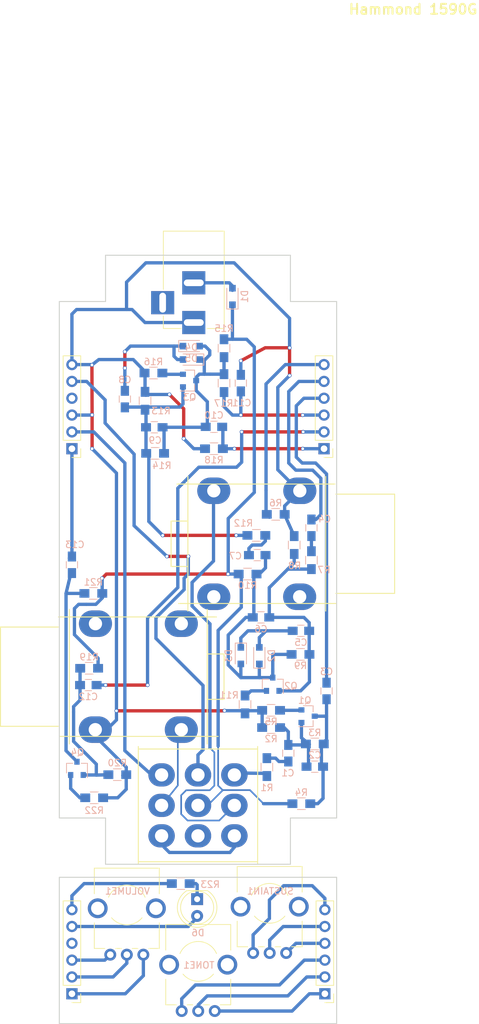
<source format=kicad_pcb>
(kicad_pcb (version 4) (host pcbnew 4.0.6)

  (general
    (links 96)
    (no_connects 0)
    (area 54.026999 103.810999 96.264801 219.975501)
    (thickness 1.6)
    (drawings 18)
    (tracks 487)
    (zones 0)
    (modules 57)
    (nets 54)
  )

  (page A4 portrait)
  (layers
    (0 F.Cu signal)
    (31 B.Cu signal)
    (32 B.Adhes user)
    (33 F.Adhes user)
    (34 B.Paste user)
    (35 F.Paste user)
    (36 B.SilkS user)
    (37 F.SilkS user)
    (38 B.Mask user hide)
    (39 F.Mask user hide)
    (40 Dwgs.User user hide)
    (41 Cmts.User user hide)
    (42 Eco1.User user hide)
    (43 Eco2.User user hide)
    (44 Edge.Cuts user)
    (45 Margin user hide)
    (46 B.CrtYd user hide)
    (47 F.CrtYd user hide)
    (48 B.Fab user hide)
    (49 F.Fab user hide)
  )

  (setup
    (last_trace_width 0.25)
    (user_trace_width 0.5)
    (user_trace_width 0.75)
    (user_trace_width 1)
    (trace_clearance 0.2)
    (zone_clearance 0.508)
    (zone_45_only no)
    (trace_min 0.0254)
    (segment_width 0.2)
    (edge_width 0.15)
    (via_size 0.6)
    (via_drill 0.4)
    (via_min_size 0.4)
    (via_min_drill 0.3)
    (user_via 2 1)
    (uvia_size 0.3)
    (uvia_drill 0.1)
    (uvias_allowed no)
    (uvia_min_size 0.2)
    (uvia_min_drill 0.1)
    (pcb_text_width 0.3)
    (pcb_text_size 1.5 1.5)
    (mod_edge_width 0.15)
    (mod_text_size 1 1)
    (mod_text_width 0.15)
    (pad_size 1.8 1.8)
    (pad_drill 0.9)
    (pad_to_mask_clearance 0.2)
    (aux_axis_origin 0 0)
    (visible_elements 7FFEFFFF)
    (pcbplotparams
      (layerselection 0x000d0_80000001)
      (usegerberextensions false)
      (excludeedgelayer false)
      (linewidth 0.100000)
      (plotframeref false)
      (viasonmask false)
      (mode 1)
      (useauxorigin false)
      (hpglpennumber 1)
      (hpglpenspeed 20)
      (hpglpendiameter 15)
      (hpglpenoverlay 2)
      (psnegative false)
      (psa4output false)
      (plotreference true)
      (plotvalue true)
      (plotinvisibletext false)
      (padsonsilk false)
      (subtractmaskfromsilk true)
      (outputformat 1)
      (mirror false)
      (drillshape 0)
      (scaleselection 1)
      (outputdirectory GERBERS/))
  )

  (net 0 "")
  (net 1 "Net-(C1-Pad1)")
  (net 2 "Net-(C1-Pad2)")
  (net 3 "Net-(C2-Pad1)")
  (net 4 "Net-(C5-Pad2)")
  (net 5 "Net-(C6-Pad1)")
  (net 6 /GND)
  (net 7 "Net-(C12-Pad1)")
  (net 8 "Net-(D6-Pad2)")
  (net 9 /+9V)
  (net 10 "Net-(J1-Pad3)")
  (net 11 "Net-(J_IN1-Pad2)")
  (net 12 "Net-(J_IN1-Pad1)")
  (net 13 "Net-(J_IN1-Pad3)")
  (net 14 "Net-(J_OUT1-Pad2)")
  (net 15 "Net-(J_OUT1-Pad1)")
  (net 16 "Net-(J_OUT1-Pad3)")
  (net 17 "Net-(Q1-Pad2)")
  (net 18 "Net-(Q2-Pad2)")
  (net 19 "Net-(Q3-Pad2)")
  (net 20 "Net-(Q4-Pad2)")
  (net 21 /VOL_P1)
  (net 22 /TONE_P2)
  (net 23 /SUS_P3)
  (net 24 /SUS_P2)
  (net 25 /TONE_P1)
  (net 26 /TONE_P3)
  (net 27 /LED_AN)
  (net 28 /VOL_P2)
  (net 29 /SUS_P1)
  (net 30 "Net-(C4-Pad2)")
  (net 31 "Net-(C5-Pad1)")
  (net 32 "Net-(C7-Pad2)")
  (net 33 "Net-(C8-Pad1)")
  (net 34 "Net-(C8-Pad2)")
  (net 35 "Net-(C10-Pad2)")
  (net 36 "Net-(C13-Pad1)")
  (net 37 "Net-(D1-Pad2)")
  (net 38 "Net-(D6-Pad1)")
  (net 39 "Net-(R1-Pad2)")
  (net 40 "Net-(SW_EN1-Pad3)")
  (net 41 "Net-(J_AUX2MAIN_1-Pad1)")
  (net 42 "Net-(J_AUX2MAIN_1-Pad2)")
  (net 43 "Net-(J_AUX2MAIN_1-Pad3)")
  (net 44 "Net-(J_AUX2MAIN_1-Pad4)")
  (net 45 "Net-(J_AUX2MAIN_1-Pad5)")
  (net 46 "Net-(J_AUX2MAIN_1-Pad6)")
  (net 47 "Net-(J_AUX2MAIN_2-Pad1)")
  (net 48 "Net-(J_AUX2MAIN_2-Pad2)")
  (net 49 "Net-(J_AUX2MAIN_2-Pad3)")
  (net 50 "Net-(J_AUX2MAIN_2-Pad4)")
  (net 51 "Net-(J_AUX2MAIN_2-Pad6)")
  (net 52 "Net-(J_MAIN2AUX_2-Pad4)")
  (net 53 "Net-(SW_EN1-Pad6)")

  (net_class Default "This is the default net class."
    (clearance 0.2)
    (trace_width 0.25)
    (via_dia 0.6)
    (via_drill 0.4)
    (uvia_dia 0.3)
    (uvia_drill 0.1)
    (add_net /+9V)
    (add_net /GND)
    (add_net /LED_AN)
    (add_net /SUS_P1)
    (add_net /SUS_P2)
    (add_net /SUS_P3)
    (add_net /TONE_P1)
    (add_net /TONE_P2)
    (add_net /TONE_P3)
    (add_net /VOL_P1)
    (add_net /VOL_P2)
    (add_net "Net-(C1-Pad1)")
    (add_net "Net-(C1-Pad2)")
    (add_net "Net-(C10-Pad2)")
    (add_net "Net-(C12-Pad1)")
    (add_net "Net-(C13-Pad1)")
    (add_net "Net-(C2-Pad1)")
    (add_net "Net-(C4-Pad2)")
    (add_net "Net-(C5-Pad1)")
    (add_net "Net-(C5-Pad2)")
    (add_net "Net-(C6-Pad1)")
    (add_net "Net-(C7-Pad2)")
    (add_net "Net-(C8-Pad1)")
    (add_net "Net-(C8-Pad2)")
    (add_net "Net-(D1-Pad2)")
    (add_net "Net-(D6-Pad1)")
    (add_net "Net-(D6-Pad2)")
    (add_net "Net-(J1-Pad3)")
    (add_net "Net-(J_AUX2MAIN_1-Pad1)")
    (add_net "Net-(J_AUX2MAIN_1-Pad2)")
    (add_net "Net-(J_AUX2MAIN_1-Pad3)")
    (add_net "Net-(J_AUX2MAIN_1-Pad4)")
    (add_net "Net-(J_AUX2MAIN_1-Pad5)")
    (add_net "Net-(J_AUX2MAIN_1-Pad6)")
    (add_net "Net-(J_AUX2MAIN_2-Pad1)")
    (add_net "Net-(J_AUX2MAIN_2-Pad2)")
    (add_net "Net-(J_AUX2MAIN_2-Pad3)")
    (add_net "Net-(J_AUX2MAIN_2-Pad4)")
    (add_net "Net-(J_AUX2MAIN_2-Pad6)")
    (add_net "Net-(J_IN1-Pad1)")
    (add_net "Net-(J_IN1-Pad2)")
    (add_net "Net-(J_IN1-Pad3)")
    (add_net "Net-(J_MAIN2AUX_2-Pad4)")
    (add_net "Net-(J_OUT1-Pad1)")
    (add_net "Net-(J_OUT1-Pad2)")
    (add_net "Net-(J_OUT1-Pad3)")
    (add_net "Net-(Q1-Pad2)")
    (add_net "Net-(Q2-Pad2)")
    (add_net "Net-(Q3-Pad2)")
    (add_net "Net-(Q4-Pad2)")
    (add_net "Net-(R1-Pad2)")
    (add_net "Net-(SW_EN1-Pad3)")
    (add_net "Net-(SW_EN1-Pad6)")
  )

  (module TO_SOT_Packages_SMD:SOT-23 (layer B.Cu) (tedit 5A52AD82) (tstamp 5A2D53FF)
    (at 56.769 181.356 90)
    (descr "SOT-23, Standard")
    (tags SOT-23)
    (path /5A2E814E)
    (attr smd)
    (fp_text reference Q4 (at 2.413 0.0635 180) (layer B.SilkS)
      (effects (font (size 1 1) (thickness 0.15)) (justify mirror))
    )
    (fp_text value MMBT3904 (at 0 -2.5 90) (layer B.Fab)
      (effects (font (size 1 1) (thickness 0.15)) (justify mirror))
    )
    (fp_text user %R (at 0 0 360) (layer B.Fab)
      (effects (font (size 0.5 0.5) (thickness 0.075)) (justify mirror))
    )
    (fp_line (start -0.7 0.95) (end -0.7 -1.5) (layer B.Fab) (width 0.1))
    (fp_line (start -0.15 1.52) (end 0.7 1.52) (layer B.Fab) (width 0.1))
    (fp_line (start -0.7 0.95) (end -0.15 1.52) (layer B.Fab) (width 0.1))
    (fp_line (start 0.7 1.52) (end 0.7 -1.52) (layer B.Fab) (width 0.1))
    (fp_line (start -0.7 -1.52) (end 0.7 -1.52) (layer B.Fab) (width 0.1))
    (fp_line (start 0.76 -1.58) (end 0.76 -0.65) (layer B.SilkS) (width 0.12))
    (fp_line (start 0.76 1.58) (end 0.76 0.65) (layer B.SilkS) (width 0.12))
    (fp_line (start -1.7 1.75) (end 1.7 1.75) (layer B.CrtYd) (width 0.05))
    (fp_line (start 1.7 1.75) (end 1.7 -1.75) (layer B.CrtYd) (width 0.05))
    (fp_line (start 1.7 -1.75) (end -1.7 -1.75) (layer B.CrtYd) (width 0.05))
    (fp_line (start -1.7 -1.75) (end -1.7 1.75) (layer B.CrtYd) (width 0.05))
    (fp_line (start 0.76 1.58) (end -1.4 1.58) (layer B.SilkS) (width 0.12))
    (fp_line (start 0.76 -1.58) (end -0.7 -1.58) (layer B.SilkS) (width 0.12))
    (pad 1 smd rect (at -1 0.95 90) (size 0.9 0.8) (layers B.Cu B.Paste B.Mask)
      (net 7 "Net-(C12-Pad1)"))
    (pad 2 smd rect (at -1 -0.95 90) (size 0.9 0.8) (layers B.Cu B.Paste B.Mask)
      (net 20 "Net-(Q4-Pad2)"))
    (pad 3 smd rect (at 1 0 90) (size 0.9 0.8) (layers B.Cu B.Paste B.Mask)
      (net 36 "Net-(C13-Pad1)"))
    (model ${KISYS3DMOD}/TO_SOT_Packages_SMD.3dshapes/SOT-23.wrl
      (at (xyz 0 0 0))
      (scale (xyz 1 1 1))
      (rotate (xyz 0 0 0))
    )
  )

  (module Connectors:BARREL_JACK (layer F.Cu) (tedit 5A52B69E) (tstamp 5A2D2665)
    (at 74.422 114.046 270)
    (descr "DC Barrel Jack")
    (tags "Power Jack")
    (path /5A2DF800)
    (fp_text reference J1 (at -8.45 5.75 270) (layer F.SilkS) hide
      (effects (font (size 1 1) (thickness 0.15)))
    )
    (fp_text value BARREL_JACK (at -6.2 -5.5 270) (layer F.Fab)
      (effects (font (size 1 1) (thickness 0.15)))
    )
    (fp_line (start 1 -4.5) (end 1 -4.75) (layer F.CrtYd) (width 0.05))
    (fp_line (start 1 -4.75) (end -14 -4.75) (layer F.CrtYd) (width 0.05))
    (fp_line (start 1 -4.5) (end 1 -2) (layer F.CrtYd) (width 0.05))
    (fp_line (start 1 -2) (end 2 -2) (layer F.CrtYd) (width 0.05))
    (fp_line (start 2 -2) (end 2 2) (layer F.CrtYd) (width 0.05))
    (fp_line (start 2 2) (end 1 2) (layer F.CrtYd) (width 0.05))
    (fp_line (start 1 2) (end 1 4.75) (layer F.CrtYd) (width 0.05))
    (fp_line (start 1 4.75) (end -1 4.75) (layer F.CrtYd) (width 0.05))
    (fp_line (start -1 4.75) (end -1 6.75) (layer F.CrtYd) (width 0.05))
    (fp_line (start -1 6.75) (end -5 6.75) (layer F.CrtYd) (width 0.05))
    (fp_line (start -5 6.75) (end -5 4.75) (layer F.CrtYd) (width 0.05))
    (fp_line (start -5 4.75) (end -14 4.75) (layer F.CrtYd) (width 0.05))
    (fp_line (start -14 4.75) (end -14 -4.75) (layer F.CrtYd) (width 0.05))
    (fp_line (start -5 4.6) (end -13.8 4.6) (layer F.SilkS) (width 0.12))
    (fp_line (start -13.8 4.6) (end -13.8 -4.6) (layer F.SilkS) (width 0.12))
    (fp_line (start 0.9 1.9) (end 0.9 4.6) (layer F.SilkS) (width 0.12))
    (fp_line (start 0.9 4.6) (end -1 4.6) (layer F.SilkS) (width 0.12))
    (fp_line (start -13.8 -4.6) (end 0.9 -4.6) (layer F.SilkS) (width 0.12))
    (fp_line (start 0.9 -4.6) (end 0.9 -2) (layer F.SilkS) (width 0.12))
    (fp_line (start -10.2 -4.5) (end -10.2 4.5) (layer F.Fab) (width 0.1))
    (fp_line (start -13.7 -4.5) (end -13.7 4.5) (layer F.Fab) (width 0.1))
    (fp_line (start -13.7 4.5) (end 0.8 4.5) (layer F.Fab) (width 0.1))
    (fp_line (start 0.8 4.5) (end 0.8 -4.5) (layer F.Fab) (width 0.1))
    (fp_line (start 0.8 -4.5) (end -13.7 -4.5) (layer F.Fab) (width 0.1))
    (pad 1 thru_hole rect (at 0 0 270) (size 3.5 3.5) (drill oval 1 3) (layers *.Cu *.Mask)
      (net 6 /GND))
    (pad 2 thru_hole rect (at -6 0 270) (size 3.5 3.5) (drill oval 1 3) (layers *.Cu *.Mask)
      (net 37 "Net-(D1-Pad2)"))
    (pad 3 thru_hole rect (at -3 4.7 270) (size 3.5 3.5) (drill oval 3 1) (layers *.Cu *.Mask)
      (net 10 "Net-(J1-Pad3)"))
  )

  (module custom_sockets:JackSocket_Mono_PCB locked (layer F.Cu) (tedit 5A52B6B1) (tstamp 5A2D266D)
    (at 83.947 147.447 90)
    (path /5A2E0A2D)
    (fp_text reference J_IN1 (at 0.0635 16.9545 180) (layer F.SilkS) hide
      (effects (font (size 1 1) (thickness 0.15)))
    )
    (fp_text value JACK__MONO_2P_NC (at 0.0635 13.2715 90) (layer F.Fab) hide
      (effects (font (size 1 1) (thickness 0.15)))
    )
    (fp_line (start 0 -12.954) (end -3.429 -12.954) (layer F.SilkS) (width 0.15))
    (fp_line (start -3.429 -12.954) (end -3.429 -10.414) (layer F.SilkS) (width 0.15))
    (fp_line (start 0 -12.954) (end 3.429 -12.954) (layer F.SilkS) (width 0.15))
    (fp_line (start 3.429 -12.954) (end 3.429 -10.414) (layer F.SilkS) (width 0.15))
    (fp_line (start -10.16 10.414) (end 10.16 10.414) (layer F.SilkS) (width 0.15))
    (fp_line (start -10.16 -10.414) (end 10.16 -10.414) (layer F.SilkS) (width 0.15))
    (fp_line (start -7.493 11.938) (end -7.493 20.828) (layer F.SilkS) (width 0.15))
    (fp_line (start -7.493 20.828) (end 7.493 20.828) (layer F.SilkS) (width 0.15))
    (fp_line (start 7.493 20.828) (end 7.493 11.938) (layer F.SilkS) (width 0.15))
    (fp_line (start 9.017 -12.065) (end 9.017 11.811) (layer F.SilkS) (width 0.15))
    (fp_line (start -9.017 -11.811) (end -9.017 12.065) (layer F.SilkS) (width 0.15))
    (pad 2 thru_hole oval (at -8 -6.5 90) (size 4 5) (drill 2) (layers *.Cu *.Mask)
      (net 11 "Net-(J_IN1-Pad2)"))
    (pad 1 thru_hole oval (at 8 -6.5 90) (size 4 5) (drill 2) (layers *.Cu *.Mask)
      (net 12 "Net-(J_IN1-Pad1)"))
    (pad 4 thru_hole oval (at 8 6.5 90) (size 4 5) (drill 2) (layers *.Cu *.Mask)
      (net 6 /GND))
    (pad 3 thru_hole oval (at -8 6.477 90) (size 4 5) (drill 2) (layers *.Cu *.Mask)
      (net 13 "Net-(J_IN1-Pad3)"))
  )

  (module custom_sockets:JackSocket_Mono_PCB locked (layer F.Cu) (tedit 5A52B6C0) (tstamp 5A2D2675)
    (at 66.04 167.513 270)
    (path /5A2E0B11)
    (fp_text reference J_OUT1 (at 0.0635 16.9545 360) (layer F.SilkS) hide
      (effects (font (size 1 1) (thickness 0.15)))
    )
    (fp_text value JACK__MONO_2P_NC (at 0.0635 13.2715 270) (layer F.Fab) hide
      (effects (font (size 1 1) (thickness 0.15)))
    )
    (fp_line (start 0 -12.954) (end -3.429 -12.954) (layer F.SilkS) (width 0.15))
    (fp_line (start -3.429 -12.954) (end -3.429 -10.414) (layer F.SilkS) (width 0.15))
    (fp_line (start 0 -12.954) (end 3.429 -12.954) (layer F.SilkS) (width 0.15))
    (fp_line (start 3.429 -12.954) (end 3.429 -10.414) (layer F.SilkS) (width 0.15))
    (fp_line (start -10.16 10.414) (end 10.16 10.414) (layer F.SilkS) (width 0.15))
    (fp_line (start -10.16 -10.414) (end 10.16 -10.414) (layer F.SilkS) (width 0.15))
    (fp_line (start -7.493 11.938) (end -7.493 20.828) (layer F.SilkS) (width 0.15))
    (fp_line (start -7.493 20.828) (end 7.493 20.828) (layer F.SilkS) (width 0.15))
    (fp_line (start 7.493 20.828) (end 7.493 11.938) (layer F.SilkS) (width 0.15))
    (fp_line (start 9.017 -12.065) (end 9.017 11.811) (layer F.SilkS) (width 0.15))
    (fp_line (start -9.017 -11.811) (end -9.017 12.065) (layer F.SilkS) (width 0.15))
    (pad 2 thru_hole oval (at -8 -6.5 270) (size 4 5) (drill 2) (layers *.Cu *.Mask)
      (net 14 "Net-(J_OUT1-Pad2)"))
    (pad 1 thru_hole oval (at 8 -6.5 270) (size 4 5) (drill 2) (layers *.Cu *.Mask)
      (net 15 "Net-(J_OUT1-Pad1)"))
    (pad 4 thru_hole oval (at 8 6.5 270) (size 4 5) (drill 2) (layers *.Cu *.Mask)
      (net 6 /GND))
    (pad 3 thru_hole oval (at -8 6.477 270) (size 4 5) (drill 2) (layers *.Cu *.Mask)
      (net 16 "Net-(J_OUT1-Pad3)"))
  )

  (module TO_SOT_Packages_SMD:SOT-23 (layer B.Cu) (tedit 5A450DF8) (tstamp 5A2D53ED)
    (at 91.694 173.482)
    (descr "SOT-23, Standard")
    (tags SOT-23)
    (path /5A2E86AF)
    (attr smd)
    (fp_text reference Q1 (at -0.508 -2.3876) (layer B.SilkS)
      (effects (font (size 1 1) (thickness 0.15)) (justify mirror))
    )
    (fp_text value MMBT3904 (at 0 -2.5) (layer B.Fab)
      (effects (font (size 1 1) (thickness 0.15)) (justify mirror))
    )
    (fp_text user %R (at 0 0) (layer B.Fab)
      (effects (font (size 0.5 0.5) (thickness 0.075)) (justify mirror))
    )
    (fp_line (start -0.7 0.95) (end -0.7 -1.5) (layer B.Fab) (width 0.1))
    (fp_line (start -0.15 1.52) (end 0.7 1.52) (layer B.Fab) (width 0.1))
    (fp_line (start -0.7 0.95) (end -0.15 1.52) (layer B.Fab) (width 0.1))
    (fp_line (start 0.7 1.52) (end 0.7 -1.52) (layer B.Fab) (width 0.1))
    (fp_line (start -0.7 -1.52) (end 0.7 -1.52) (layer B.Fab) (width 0.1))
    (fp_line (start 0.76 -1.58) (end 0.76 -0.65) (layer B.SilkS) (width 0.12))
    (fp_line (start 0.76 1.58) (end 0.76 0.65) (layer B.SilkS) (width 0.12))
    (fp_line (start -1.7 1.75) (end 1.7 1.75) (layer B.CrtYd) (width 0.05))
    (fp_line (start 1.7 1.75) (end 1.7 -1.75) (layer B.CrtYd) (width 0.05))
    (fp_line (start 1.7 -1.75) (end -1.7 -1.75) (layer B.CrtYd) (width 0.05))
    (fp_line (start -1.7 -1.75) (end -1.7 1.75) (layer B.CrtYd) (width 0.05))
    (fp_line (start 0.76 1.58) (end -1.4 1.58) (layer B.SilkS) (width 0.12))
    (fp_line (start 0.76 -1.58) (end -0.7 -1.58) (layer B.SilkS) (width 0.12))
    (pad 1 smd rect (at -1 0.95) (size 0.9 0.8) (layers B.Cu B.Paste B.Mask)
      (net 1 "Net-(C1-Pad1)"))
    (pad 2 smd rect (at -1 -0.95) (size 0.9 0.8) (layers B.Cu B.Paste B.Mask)
      (net 17 "Net-(Q1-Pad2)"))
    (pad 3 smd rect (at 1 0) (size 0.9 0.8) (layers B.Cu B.Paste B.Mask)
      (net 3 "Net-(C2-Pad1)"))
    (model ${KISYS3DMOD}/TO_SOT_Packages_SMD.3dshapes/SOT-23.wrl
      (at (xyz 0 0 0))
      (scale (xyz 1 1 1))
      (rotate (xyz 0 0 0))
    )
  )

  (module TO_SOT_Packages_SMD:SOT-23 (layer B.Cu) (tedit 5A52AD06) (tstamp 5A2D53F3)
    (at 86.36 168.656 90)
    (descr "SOT-23, Standard")
    (tags SOT-23)
    (path /5A2E7C7F)
    (attr smd)
    (fp_text reference Q2 (at -0.254 2.7305 360) (layer B.SilkS)
      (effects (font (size 1 1) (thickness 0.15)) (justify mirror))
    )
    (fp_text value MMBT3904 (at 0 -2.5 90) (layer B.Fab)
      (effects (font (size 1 1) (thickness 0.15)) (justify mirror))
    )
    (fp_text user %R (at 0 0 180) (layer B.Fab)
      (effects (font (size 0.5 0.5) (thickness 0.075)) (justify mirror))
    )
    (fp_line (start -0.7 0.95) (end -0.7 -1.5) (layer B.Fab) (width 0.1))
    (fp_line (start -0.15 1.52) (end 0.7 1.52) (layer B.Fab) (width 0.1))
    (fp_line (start -0.7 0.95) (end -0.15 1.52) (layer B.Fab) (width 0.1))
    (fp_line (start 0.7 1.52) (end 0.7 -1.52) (layer B.Fab) (width 0.1))
    (fp_line (start -0.7 -1.52) (end 0.7 -1.52) (layer B.Fab) (width 0.1))
    (fp_line (start 0.76 -1.58) (end 0.76 -0.65) (layer B.SilkS) (width 0.12))
    (fp_line (start 0.76 1.58) (end 0.76 0.65) (layer B.SilkS) (width 0.12))
    (fp_line (start -1.7 1.75) (end 1.7 1.75) (layer B.CrtYd) (width 0.05))
    (fp_line (start 1.7 1.75) (end 1.7 -1.75) (layer B.CrtYd) (width 0.05))
    (fp_line (start 1.7 -1.75) (end -1.7 -1.75) (layer B.CrtYd) (width 0.05))
    (fp_line (start -1.7 -1.75) (end -1.7 1.75) (layer B.CrtYd) (width 0.05))
    (fp_line (start 0.76 1.58) (end -1.4 1.58) (layer B.SilkS) (width 0.12))
    (fp_line (start 0.76 -1.58) (end -0.7 -1.58) (layer B.SilkS) (width 0.12))
    (pad 1 smd rect (at -1 0.95 90) (size 0.9 0.8) (layers B.Cu B.Paste B.Mask)
      (net 4 "Net-(C5-Pad2)"))
    (pad 2 smd rect (at -1 -0.95 90) (size 0.9 0.8) (layers B.Cu B.Paste B.Mask)
      (net 18 "Net-(Q2-Pad2)"))
    (pad 3 smd rect (at 1 0 90) (size 0.9 0.8) (layers B.Cu B.Paste B.Mask)
      (net 5 "Net-(C6-Pad1)"))
    (model ${KISYS3DMOD}/TO_SOT_Packages_SMD.3dshapes/SOT-23.wrl
      (at (xyz 0 0 0))
      (scale (xyz 1 1 1))
      (rotate (xyz 0 0 0))
    )
  )

  (module TO_SOT_Packages_SMD:SOT-23 (layer B.Cu) (tedit 58CE4E7E) (tstamp 5A2D53F9)
    (at 73.787 122.809)
    (descr "SOT-23, Standard")
    (tags SOT-23)
    (path /5A2E8074)
    (attr smd)
    (fp_text reference Q3 (at 0 2.5) (layer B.SilkS)
      (effects (font (size 1 1) (thickness 0.15)) (justify mirror))
    )
    (fp_text value MMBT3904 (at 0 -2.5) (layer B.Fab)
      (effects (font (size 1 1) (thickness 0.15)) (justify mirror))
    )
    (fp_text user %R (at 0 0 270) (layer B.Fab)
      (effects (font (size 0.5 0.5) (thickness 0.075)) (justify mirror))
    )
    (fp_line (start -0.7 0.95) (end -0.7 -1.5) (layer B.Fab) (width 0.1))
    (fp_line (start -0.15 1.52) (end 0.7 1.52) (layer B.Fab) (width 0.1))
    (fp_line (start -0.7 0.95) (end -0.15 1.52) (layer B.Fab) (width 0.1))
    (fp_line (start 0.7 1.52) (end 0.7 -1.52) (layer B.Fab) (width 0.1))
    (fp_line (start -0.7 -1.52) (end 0.7 -1.52) (layer B.Fab) (width 0.1))
    (fp_line (start 0.76 -1.58) (end 0.76 -0.65) (layer B.SilkS) (width 0.12))
    (fp_line (start 0.76 1.58) (end 0.76 0.65) (layer B.SilkS) (width 0.12))
    (fp_line (start -1.7 1.75) (end 1.7 1.75) (layer B.CrtYd) (width 0.05))
    (fp_line (start 1.7 1.75) (end 1.7 -1.75) (layer B.CrtYd) (width 0.05))
    (fp_line (start 1.7 -1.75) (end -1.7 -1.75) (layer B.CrtYd) (width 0.05))
    (fp_line (start -1.7 -1.75) (end -1.7 1.75) (layer B.CrtYd) (width 0.05))
    (fp_line (start 0.76 1.58) (end -1.4 1.58) (layer B.SilkS) (width 0.12))
    (fp_line (start 0.76 -1.58) (end -0.7 -1.58) (layer B.SilkS) (width 0.12))
    (pad 1 smd rect (at -1 0.95) (size 0.9 0.8) (layers B.Cu B.Paste B.Mask)
      (net 34 "Net-(C8-Pad2)"))
    (pad 2 smd rect (at -1 -0.95) (size 0.9 0.8) (layers B.Cu B.Paste B.Mask)
      (net 19 "Net-(Q3-Pad2)"))
    (pad 3 smd rect (at 1 0) (size 0.9 0.8) (layers B.Cu B.Paste B.Mask)
      (net 35 "Net-(C10-Pad2)"))
    (model ${KISYS3DMOD}/TO_SOT_Packages_SMD.3dshapes/SOT-23.wrl
      (at (xyz 0 0 0))
      (scale (xyz 1 1 1))
      (rotate (xyz 0 0 0))
    )
  )

  (module custom_sw:SW_3PDT_W18MM_L17.3MM_P5.3MM_D2MM_SolderLugs (layer F.Cu) (tedit 5A52B6E1) (tstamp 5A321BDF)
    (at 75.057 186.944)
    (path /5A2E01EA)
    (fp_text reference SW_EN1 (at 31.115 9.652) (layer F.SilkS) hide
      (effects (font (size 1 1) (thickness 0.15)))
    )
    (fp_text value SW_3PDT_on_on (at 0.254 14.478) (layer F.Fab)
      (effects (font (size 1 1) (thickness 0.15)))
    )
    (fp_line (start -8.89 -8.509) (end 7.62 -8.509) (layer F.SilkS) (width 0.15))
    (fp_line (start 7.62 -8.509) (end 8.89 -8.509) (layer F.SilkS) (width 0.15))
    (fp_line (start 9.017 -8.89) (end 9.017 8.89) (layer F.SilkS) (width 0.15))
    (fp_line (start 8.89 8.509) (end -8.89 8.509) (layer F.SilkS) (width 0.15))
    (fp_line (start -9.017 8.89) (end -9.017 -8.89) (layer F.SilkS) (width 0.15))
    (pad 1 thru_hole oval (at -5.5 -4.6) (size 4 3.5) (drill 2) (layers *.Cu *.Mask)
      (net 28 /VOL_P2))
    (pad 4 thru_hole oval (at 0 -4.6) (size 4 3.5) (drill 2) (layers *.Cu *.Mask)
      (net 27 /LED_AN))
    (pad 7 thru_hole oval (at 5.5 -4.6) (size 4 3.5) (drill 2) (layers *.Cu *.Mask)
      (net 39 "Net-(R1-Pad2)"))
    (pad 2 thru_hole oval (at -5.5 0) (size 4 3.5) (drill 2) (layers *.Cu *.Mask)
      (net 15 "Net-(J_OUT1-Pad1)"))
    (pad 5 thru_hole oval (at 0 0) (size 4 3.5) (drill 2) (layers *.Cu *.Mask)
      (net 9 /+9V))
    (pad 8 thru_hole oval (at 5.5 0) (size 4 3.5) (drill 2) (layers *.Cu *.Mask)
      (net 12 "Net-(J_IN1-Pad1)"))
    (pad 3 thru_hole oval (at -5.5 4.6) (size 4 3.5) (drill 2) (layers *.Cu *.Mask)
      (net 40 "Net-(SW_EN1-Pad3)"))
    (pad 6 thru_hole oval (at 0 4.6) (size 4 3.5) (drill 2) (layers *.Cu *.Mask)
      (net 53 "Net-(SW_EN1-Pad6)"))
    (pad 9 thru_hole oval (at 5.5 4.6) (size 4 3.5) (drill 2) (layers *.Cu *.Mask)
      (net 40 "Net-(SW_EN1-Pad3)"))
  )

  (module Potentiometers:Potentiometer_Bourns_PTV09A-1_Horizontal (layer F.Cu) (tedit 5A52B7D1) (tstamp 5A340A91)
    (at 88.392 209.2325 90)
    (descr "Potentiometer, horizontally mounted, Omeg PC16PU, Omeg PC16PU, Omeg PC16PU, Vishay/Spectrol 248GJ/249GJ Single, Vishay/Spectrol 248GJ/249GJ Single, Vishay/Spectrol 248GJ/249GJ Single, Vishay/Spectrol 248GH/249GH Single, Vishay/Spectrol 148/149 Single, Vishay/Spectrol 148/149 Single, Vishay/Spectrol 148/149 Single, Vishay/Spectrol 148A/149A Single with mounting plates, Vishay/Spectrol 148/149 Double, Vishay/Spectrol 148A/149A Double with mounting plates, Piher PC-16 Single, Piher PC-16 Single, Piher PC-16 Single, Piher PC-16SV Single, Piher PC-16 Double, Piher PC-16 Triple, Piher T16H Single, Piher T16L Single, Piher T16H Double, Alps RK163 Single, Alps RK163 Double, Alps RK097 Single, Alps RK097 Double, Bourns PTV09A-2 Single with mounting sleve Single, Bourns PTV09A-1 with mounting sleve Single, http://www.bourns.com/docs/Product-Datasheets/ptv09.pdf")
    (tags "Potentiometer horizontal  Omeg PC16PU  Omeg PC16PU  Omeg PC16PU  Vishay/Spectrol 248GJ/249GJ Single  Vishay/Spectrol 248GJ/249GJ Single  Vishay/Spectrol 248GJ/249GJ Single  Vishay/Spectrol 248GH/249GH Single  Vishay/Spectrol 148/149 Single  Vishay/Spectrol 148/149 Single  Vishay/Spectrol 148/149 Single  Vishay/Spectrol 148A/149A Single with mounting plates  Vishay/Spectrol 148/149 Double  Vishay/Spectrol 148A/149A Double with mounting plates  Piher PC-16 Single  Piher PC-16 Single  Piher PC-16 Single  Piher PC-16SV Single  Piher PC-16 Double  Piher PC-16 Triple  Piher T16H Single  Piher T16L Single  Piher T16H Double  Alps RK163 Single  Alps RK163 Double  Alps RK097 Single  Alps RK097 Double  Bourns PTV09A-2 Single with mounting sleve Single  Bourns PTV09A-1 with mounting sleve Single")
    (path /5A34007A)
    (fp_text reference SUSTAIN1 (at 9.3345 -2.413 180) (layer B.SilkS)
      (effects (font (size 1 1) (thickness 0.15)) (justify mirror))
    )
    (fp_text value 100K (at 6.05 5.15 90) (layer F.Fab)
      (effects (font (size 1 1) (thickness 0.15)))
    )
    (fp_arc (start 7.5 -2.5) (end 8.673 0.262) (angle -134) (layer F.SilkS) (width 0.12))
    (fp_arc (start 7.5 -2.5) (end 5.572 -4.798) (angle -100) (layer F.SilkS) (width 0.12))
    (fp_circle (center 7.5 -2.5) (end 10.9 -2.5) (layer F.Fab) (width 0.1))
    (fp_circle (center 7.5 -2.5) (end 10.5 -2.5) (layer F.Fab) (width 0.1))
    (fp_line (start 1 -7.35) (end 1 2.35) (layer F.Fab) (width 0.1))
    (fp_line (start 1 2.35) (end 13 2.35) (layer F.Fab) (width 0.1))
    (fp_line (start 13 2.35) (end 13 -7.35) (layer F.Fab) (width 0.1))
    (fp_line (start 13 -7.35) (end 1 -7.35) (layer F.Fab) (width 0.1))
    (fp_line (start 0.94 -7.41) (end 4.806 -7.41) (layer F.SilkS) (width 0.12))
    (fp_line (start 9.195 -7.41) (end 13.06 -7.41) (layer F.SilkS) (width 0.12))
    (fp_line (start 0.94 2.41) (end 4.806 2.41) (layer F.SilkS) (width 0.12))
    (fp_line (start 9.195 2.41) (end 13.06 2.41) (layer F.SilkS) (width 0.12))
    (fp_line (start 0.94 -7.41) (end 0.94 -5.825) (layer F.SilkS) (width 0.12))
    (fp_line (start 0.94 -4.175) (end 0.94 -3.325) (layer F.SilkS) (width 0.12))
    (fp_line (start 0.94 -1.675) (end 0.94 -0.825) (layer F.SilkS) (width 0.12))
    (fp_line (start 0.94 0.825) (end 0.94 2.41) (layer F.SilkS) (width 0.12))
    (fp_line (start 13.06 -7.41) (end 13.06 2.41) (layer F.SilkS) (width 0.12))
    (fp_line (start -1.15 -9.15) (end -1.15 4.15) (layer F.CrtYd) (width 0.05))
    (fp_line (start -1.15 4.15) (end 13.25 4.15) (layer F.CrtYd) (width 0.05))
    (fp_line (start 13.25 4.15) (end 13.25 -9.15) (layer F.CrtYd) (width 0.05))
    (fp_line (start 13.25 -9.15) (end -1.15 -9.15) (layer F.CrtYd) (width 0.05))
    (pad 3 thru_hole circle (at 0 -5 90) (size 1.8 1.8) (drill 1) (layers *.Cu *.Mask)
      (net 46 "Net-(J_AUX2MAIN_1-Pad6)"))
    (pad 2 thru_hole circle (at 0 -2.5 90) (size 1.8 1.8) (drill 1) (layers *.Cu *.Mask)
      (net 45 "Net-(J_AUX2MAIN_1-Pad5)"))
    (pad 1 thru_hole circle (at 0 0 90) (size 1.8 1.8) (drill 1) (layers *.Cu *.Mask)
      (net 44 "Net-(J_AUX2MAIN_1-Pad4)"))
    (pad "" np_thru_hole circle (at 7 -6.9 90) (size 3 3) (drill 2) (layers *.Cu *.Mask))
    (pad "" np_thru_hole circle (at 7 1.9 90) (size 3 3) (drill 2) (layers *.Cu *.Mask))
    (model Potentiometers.3dshapes/Potentiometer_Bourns_PTV09A-1_Horizontal.wrl
      (at (xyz 0 0 0))
      (scale (xyz 0.393701 0.393701 0.393701))
      (rotate (xyz 0 0 0))
    )
  )

  (module Potentiometers:Potentiometer_Bourns_PTV09A-1_Horizontal (layer F.Cu) (tedit 5A52B7C4) (tstamp 5A340A9A)
    (at 77.597 217.9955 90)
    (descr "Potentiometer, horizontally mounted, Omeg PC16PU, Omeg PC16PU, Omeg PC16PU, Vishay/Spectrol 248GJ/249GJ Single, Vishay/Spectrol 248GJ/249GJ Single, Vishay/Spectrol 248GJ/249GJ Single, Vishay/Spectrol 248GH/249GH Single, Vishay/Spectrol 148/149 Single, Vishay/Spectrol 148/149 Single, Vishay/Spectrol 148/149 Single, Vishay/Spectrol 148A/149A Single with mounting plates, Vishay/Spectrol 148/149 Double, Vishay/Spectrol 148A/149A Double with mounting plates, Piher PC-16 Single, Piher PC-16 Single, Piher PC-16 Single, Piher PC-16SV Single, Piher PC-16 Double, Piher PC-16 Triple, Piher T16H Single, Piher T16L Single, Piher T16H Double, Alps RK163 Single, Alps RK163 Double, Alps RK097 Single, Alps RK097 Double, Bourns PTV09A-2 Single with mounting sleve Single, Bourns PTV09A-1 with mounting sleve Single, http://www.bourns.com/docs/Product-Datasheets/ptv09.pdf")
    (tags "Potentiometer horizontal  Omeg PC16PU  Omeg PC16PU  Omeg PC16PU  Vishay/Spectrol 248GJ/249GJ Single  Vishay/Spectrol 248GJ/249GJ Single  Vishay/Spectrol 248GJ/249GJ Single  Vishay/Spectrol 248GH/249GH Single  Vishay/Spectrol 148/149 Single  Vishay/Spectrol 148/149 Single  Vishay/Spectrol 148/149 Single  Vishay/Spectrol 148A/149A Single with mounting plates  Vishay/Spectrol 148/149 Double  Vishay/Spectrol 148A/149A Double with mounting plates  Piher PC-16 Single  Piher PC-16 Single  Piher PC-16 Single  Piher PC-16SV Single  Piher PC-16 Double  Piher PC-16 Triple  Piher T16H Single  Piher T16L Single  Piher T16H Double  Alps RK163 Single  Alps RK163 Double  Alps RK097 Single  Alps RK097 Double  Bourns PTV09A-2 Single with mounting sleve Single  Bourns PTV09A-1 with mounting sleve Single")
    (path /5A3434FD)
    (fp_text reference TONE1 (at 6.9215 -2.413 180) (layer B.SilkS)
      (effects (font (size 1 1) (thickness 0.15)) (justify mirror))
    )
    (fp_text value 100K (at 6.05 5.15 90) (layer F.Fab)
      (effects (font (size 1 1) (thickness 0.15)))
    )
    (fp_arc (start 7.5 -2.5) (end 8.673 0.262) (angle -134) (layer F.SilkS) (width 0.12))
    (fp_arc (start 7.5 -2.5) (end 5.572 -4.798) (angle -100) (layer F.SilkS) (width 0.12))
    (fp_circle (center 7.5 -2.5) (end 10.9 -2.5) (layer F.Fab) (width 0.1))
    (fp_circle (center 7.5 -2.5) (end 10.5 -2.5) (layer F.Fab) (width 0.1))
    (fp_line (start 1 -7.35) (end 1 2.35) (layer F.Fab) (width 0.1))
    (fp_line (start 1 2.35) (end 13 2.35) (layer F.Fab) (width 0.1))
    (fp_line (start 13 2.35) (end 13 -7.35) (layer F.Fab) (width 0.1))
    (fp_line (start 13 -7.35) (end 1 -7.35) (layer F.Fab) (width 0.1))
    (fp_line (start 0.94 -7.41) (end 4.806 -7.41) (layer F.SilkS) (width 0.12))
    (fp_line (start 9.195 -7.41) (end 13.06 -7.41) (layer F.SilkS) (width 0.12))
    (fp_line (start 0.94 2.41) (end 4.806 2.41) (layer F.SilkS) (width 0.12))
    (fp_line (start 9.195 2.41) (end 13.06 2.41) (layer F.SilkS) (width 0.12))
    (fp_line (start 0.94 -7.41) (end 0.94 -5.825) (layer F.SilkS) (width 0.12))
    (fp_line (start 0.94 -4.175) (end 0.94 -3.325) (layer F.SilkS) (width 0.12))
    (fp_line (start 0.94 -1.675) (end 0.94 -0.825) (layer F.SilkS) (width 0.12))
    (fp_line (start 0.94 0.825) (end 0.94 2.41) (layer F.SilkS) (width 0.12))
    (fp_line (start 13.06 -7.41) (end 13.06 2.41) (layer F.SilkS) (width 0.12))
    (fp_line (start -1.15 -9.15) (end -1.15 4.15) (layer F.CrtYd) (width 0.05))
    (fp_line (start -1.15 4.15) (end 13.25 4.15) (layer F.CrtYd) (width 0.05))
    (fp_line (start 13.25 4.15) (end 13.25 -9.15) (layer F.CrtYd) (width 0.05))
    (fp_line (start 13.25 -9.15) (end -1.15 -9.15) (layer F.CrtYd) (width 0.05))
    (pad 3 thru_hole circle (at 0 -5 90) (size 1.8 1.8) (drill 1) (layers *.Cu *.Mask)
      (net 43 "Net-(J_AUX2MAIN_1-Pad3)"))
    (pad 2 thru_hole circle (at 0 -2.5 90) (size 1.8 1.8) (drill 1) (layers *.Cu *.Mask)
      (net 42 "Net-(J_AUX2MAIN_1-Pad2)"))
    (pad 1 thru_hole circle (at 0 0 90) (size 1.8 1.8) (drill 1) (layers *.Cu *.Mask)
      (net 41 "Net-(J_AUX2MAIN_1-Pad1)"))
    (pad "" np_thru_hole circle (at 7 -6.9 90) (size 3 3) (drill 2) (layers *.Cu *.Mask))
    (pad "" np_thru_hole circle (at 7 1.9 90) (size 3 3) (drill 2) (layers *.Cu *.Mask))
    (model Potentiometers.3dshapes/Potentiometer_Bourns_PTV09A-1_Horizontal.wrl
      (at (xyz 0 0 0))
      (scale (xyz 0.393701 0.393701 0.393701))
      (rotate (xyz 0 0 0))
    )
  )

  (module Potentiometers:Potentiometer_Bourns_PTV09A-1_Horizontal (layer F.Cu) (tedit 5A52B7B4) (tstamp 5A340AA3)
    (at 66.802 209.4865 90)
    (descr "Potentiometer, horizontally mounted, Omeg PC16PU, Omeg PC16PU, Omeg PC16PU, Vishay/Spectrol 248GJ/249GJ Single, Vishay/Spectrol 248GJ/249GJ Single, Vishay/Spectrol 248GJ/249GJ Single, Vishay/Spectrol 248GH/249GH Single, Vishay/Spectrol 148/149 Single, Vishay/Spectrol 148/149 Single, Vishay/Spectrol 148/149 Single, Vishay/Spectrol 148A/149A Single with mounting plates, Vishay/Spectrol 148/149 Double, Vishay/Spectrol 148A/149A Double with mounting plates, Piher PC-16 Single, Piher PC-16 Single, Piher PC-16 Single, Piher PC-16SV Single, Piher PC-16 Double, Piher PC-16 Triple, Piher T16H Single, Piher T16L Single, Piher T16H Double, Alps RK163 Single, Alps RK163 Double, Alps RK097 Single, Alps RK097 Double, Bourns PTV09A-2 Single with mounting sleve Single, Bourns PTV09A-1 with mounting sleve Single, http://www.bourns.com/docs/Product-Datasheets/ptv09.pdf")
    (tags "Potentiometer horizontal  Omeg PC16PU  Omeg PC16PU  Omeg PC16PU  Vishay/Spectrol 248GJ/249GJ Single  Vishay/Spectrol 248GJ/249GJ Single  Vishay/Spectrol 248GJ/249GJ Single  Vishay/Spectrol 248GH/249GH Single  Vishay/Spectrol 148/149 Single  Vishay/Spectrol 148/149 Single  Vishay/Spectrol 148/149 Single  Vishay/Spectrol 148A/149A Single with mounting plates  Vishay/Spectrol 148/149 Double  Vishay/Spectrol 148A/149A Double with mounting plates  Piher PC-16 Single  Piher PC-16 Single  Piher PC-16 Single  Piher PC-16SV Single  Piher PC-16 Double  Piher PC-16 Triple  Piher T16H Single  Piher T16L Single  Piher T16H Double  Alps RK163 Single  Alps RK163 Double  Alps RK097 Single  Alps RK097 Double  Bourns PTV09A-2 Single with mounting sleve Single  Bourns PTV09A-1 with mounting sleve Single")
    (path /5A346136)
    (fp_text reference VOLUME1 (at 9.5885 -2.413 180) (layer B.SilkS)
      (effects (font (size 1 1) (thickness 0.15)) (justify mirror))
    )
    (fp_text value 100K (at 6.05 5.15 90) (layer F.Fab)
      (effects (font (size 1 1) (thickness 0.15)))
    )
    (fp_arc (start 7.5 -2.5) (end 8.673 0.262) (angle -134) (layer F.SilkS) (width 0.12))
    (fp_arc (start 7.5 -2.5) (end 5.572 -4.798) (angle -100) (layer F.SilkS) (width 0.12))
    (fp_circle (center 7.5 -2.5) (end 10.9 -2.5) (layer F.Fab) (width 0.1))
    (fp_circle (center 7.5 -2.5) (end 10.5 -2.5) (layer F.Fab) (width 0.1))
    (fp_line (start 1 -7.35) (end 1 2.35) (layer F.Fab) (width 0.1))
    (fp_line (start 1 2.35) (end 13 2.35) (layer F.Fab) (width 0.1))
    (fp_line (start 13 2.35) (end 13 -7.35) (layer F.Fab) (width 0.1))
    (fp_line (start 13 -7.35) (end 1 -7.35) (layer F.Fab) (width 0.1))
    (fp_line (start 0.94 -7.41) (end 4.806 -7.41) (layer F.SilkS) (width 0.12))
    (fp_line (start 9.195 -7.41) (end 13.06 -7.41) (layer F.SilkS) (width 0.12))
    (fp_line (start 0.94 2.41) (end 4.806 2.41) (layer F.SilkS) (width 0.12))
    (fp_line (start 9.195 2.41) (end 13.06 2.41) (layer F.SilkS) (width 0.12))
    (fp_line (start 0.94 -7.41) (end 0.94 -5.825) (layer F.SilkS) (width 0.12))
    (fp_line (start 0.94 -4.175) (end 0.94 -3.325) (layer F.SilkS) (width 0.12))
    (fp_line (start 0.94 -1.675) (end 0.94 -0.825) (layer F.SilkS) (width 0.12))
    (fp_line (start 0.94 0.825) (end 0.94 2.41) (layer F.SilkS) (width 0.12))
    (fp_line (start 13.06 -7.41) (end 13.06 2.41) (layer F.SilkS) (width 0.12))
    (fp_line (start -1.15 -9.15) (end -1.15 4.15) (layer F.CrtYd) (width 0.05))
    (fp_line (start -1.15 4.15) (end 13.25 4.15) (layer F.CrtYd) (width 0.05))
    (fp_line (start 13.25 4.15) (end 13.25 -9.15) (layer F.CrtYd) (width 0.05))
    (fp_line (start 13.25 -9.15) (end -1.15 -9.15) (layer F.CrtYd) (width 0.05))
    (pad 3 thru_hole circle (at 0 -5 90) (size 1.8 1.8) (drill 1) (layers *.Cu *.Mask)
      (net 49 "Net-(J_AUX2MAIN_2-Pad3)"))
    (pad 2 thru_hole circle (at 0 -2.5 90) (size 1.8 1.8) (drill 1) (layers *.Cu *.Mask)
      (net 48 "Net-(J_AUX2MAIN_2-Pad2)"))
    (pad 1 thru_hole circle (at 0 0 90) (size 1.8 1.8) (drill 1) (layers *.Cu *.Mask)
      (net 47 "Net-(J_AUX2MAIN_2-Pad1)"))
    (pad "" np_thru_hole circle (at 7 -6.9 90) (size 3 3) (drill 2) (layers *.Cu *.Mask))
    (pad "" np_thru_hole circle (at 7 1.9 90) (size 3 3) (drill 2) (layers *.Cu *.Mask))
    (model Potentiometers.3dshapes/Potentiometer_Bourns_PTV09A-1_Horizontal.wrl
      (at (xyz 0 0 0))
      (scale (xyz 0.393701 0.393701 0.393701))
      (rotate (xyz 0 0 0))
    )
  )

  (module LEDs:LED_D5.0mm (layer F.Cu) (tedit 5A52B839) (tstamp 5A343047)
    (at 74.93 201.1045 270)
    (descr "LED, diameter 5.0mm, 2 pins, http://cdn-reichelt.de/documents/datenblatt/A500/LL-504BC2E-009.pdf")
    (tags "LED diameter 5.0mm 2 pins")
    (path /5A2E0726)
    (fp_text reference D6 (at 5.08 -0.127 360) (layer B.SilkS)
      (effects (font (size 1 1) (thickness 0.15)) (justify mirror))
    )
    (fp_text value LED (at 1.27 3.96 270) (layer F.Fab)
      (effects (font (size 1 1) (thickness 0.15)))
    )
    (fp_arc (start 1.27 0) (end -1.23 -1.469694) (angle 299.1) (layer F.Fab) (width 0.1))
    (fp_arc (start 1.27 0) (end -1.29 -1.54483) (angle 148.9) (layer F.SilkS) (width 0.12))
    (fp_arc (start 1.27 0) (end -1.29 1.54483) (angle -148.9) (layer F.SilkS) (width 0.12))
    (fp_circle (center 1.27 0) (end 3.77 0) (layer F.Fab) (width 0.1))
    (fp_circle (center 1.27 0) (end 3.77 0) (layer F.SilkS) (width 0.12))
    (fp_line (start -1.23 -1.469694) (end -1.23 1.469694) (layer F.Fab) (width 0.1))
    (fp_line (start -1.29 -1.545) (end -1.29 1.545) (layer F.SilkS) (width 0.12))
    (fp_line (start -1.95 -3.25) (end -1.95 3.25) (layer F.CrtYd) (width 0.05))
    (fp_line (start -1.95 3.25) (end 4.5 3.25) (layer F.CrtYd) (width 0.05))
    (fp_line (start 4.5 3.25) (end 4.5 -3.25) (layer F.CrtYd) (width 0.05))
    (fp_line (start 4.5 -3.25) (end -1.95 -3.25) (layer F.CrtYd) (width 0.05))
    (fp_text user %R (at 1.25 0 270) (layer F.Fab)
      (effects (font (size 0.8 0.8) (thickness 0.2)))
    )
    (pad 1 thru_hole rect (at 0 0 270) (size 1.8 1.8) (drill 0.9) (layers *.Cu *.Mask)
      (net 38 "Net-(D6-Pad1)"))
    (pad 2 thru_hole circle (at 2.54 0 270) (size 1.8 1.8) (drill 0.9) (layers *.Cu *.Mask)
      (net 8 "Net-(D6-Pad2)"))
    (model ${KISYS3DMOD}/LEDs.3dshapes/LED_D5.0mm.wrl
      (at (xyz 0 0 0))
      (scale (xyz 0.393701 0.393701 0.393701))
      (rotate (xyz 0 0 0))
    )
  )

  (module Pin_Headers:Pin_Header_Straight_1x06_Pitch2.54mm (layer F.Cu) (tedit 5A450B34) (tstamp 5A3EEEFD)
    (at 94.234 215.392 180)
    (descr "Through hole straight pin header, 1x06, 2.54mm pitch, single row")
    (tags "Through hole pin header THT 1x06 2.54mm single row")
    (path /5A3F0090)
    (fp_text reference J_AUX2MAIN_1 (at 0 -2.33 180) (layer F.SilkS) hide
      (effects (font (size 1 1) (thickness 0.15)))
    )
    (fp_text value CONN_01X06 (at 0 15.03 180) (layer F.Fab)
      (effects (font (size 1 1) (thickness 0.15)))
    )
    (fp_line (start -0.635 -1.27) (end 1.27 -1.27) (layer F.Fab) (width 0.1))
    (fp_line (start 1.27 -1.27) (end 1.27 13.97) (layer F.Fab) (width 0.1))
    (fp_line (start 1.27 13.97) (end -1.27 13.97) (layer F.Fab) (width 0.1))
    (fp_line (start -1.27 13.97) (end -1.27 -0.635) (layer F.Fab) (width 0.1))
    (fp_line (start -1.27 -0.635) (end -0.635 -1.27) (layer F.Fab) (width 0.1))
    (fp_line (start -1.33 14.03) (end 1.33 14.03) (layer F.SilkS) (width 0.12))
    (fp_line (start -1.33 1.27) (end -1.33 14.03) (layer F.SilkS) (width 0.12))
    (fp_line (start 1.33 1.27) (end 1.33 14.03) (layer F.SilkS) (width 0.12))
    (fp_line (start -1.33 1.27) (end 1.33 1.27) (layer F.SilkS) (width 0.12))
    (fp_line (start -1.33 0) (end -1.33 -1.33) (layer F.SilkS) (width 0.12))
    (fp_line (start -1.33 -1.33) (end 0 -1.33) (layer F.SilkS) (width 0.12))
    (fp_line (start -1.8 -1.8) (end -1.8 14.5) (layer F.CrtYd) (width 0.05))
    (fp_line (start -1.8 14.5) (end 1.8 14.5) (layer F.CrtYd) (width 0.05))
    (fp_line (start 1.8 14.5) (end 1.8 -1.8) (layer F.CrtYd) (width 0.05))
    (fp_line (start 1.8 -1.8) (end -1.8 -1.8) (layer F.CrtYd) (width 0.05))
    (fp_text user %R (at 0 6.35 270) (layer F.Fab)
      (effects (font (size 1 1) (thickness 0.15)))
    )
    (pad 1 thru_hole rect (at 0 0 180) (size 1.7 1.7) (drill 1) (layers *.Cu *.Mask)
      (net 41 "Net-(J_AUX2MAIN_1-Pad1)"))
    (pad 2 thru_hole oval (at 0 2.54 180) (size 1.7 1.7) (drill 1) (layers *.Cu *.Mask)
      (net 42 "Net-(J_AUX2MAIN_1-Pad2)"))
    (pad 3 thru_hole oval (at 0 5.08 180) (size 1.7 1.7) (drill 1) (layers *.Cu *.Mask)
      (net 43 "Net-(J_AUX2MAIN_1-Pad3)"))
    (pad 4 thru_hole oval (at 0 7.62 180) (size 1.7 1.7) (drill 1) (layers *.Cu *.Mask)
      (net 44 "Net-(J_AUX2MAIN_1-Pad4)"))
    (pad 5 thru_hole oval (at 0 10.16 180) (size 1.7 1.7) (drill 1) (layers *.Cu *.Mask)
      (net 45 "Net-(J_AUX2MAIN_1-Pad5)"))
    (pad 6 thru_hole oval (at 0 12.7 180) (size 1.7 1.7) (drill 1) (layers *.Cu *.Mask)
      (net 46 "Net-(J_AUX2MAIN_1-Pad6)"))
    (model ${KISYS3DMOD}/Pin_Headers.3dshapes/Pin_Header_Straight_1x06_Pitch2.54mm.wrl
      (at (xyz 0 0 0))
      (scale (xyz 1 1 1))
      (rotate (xyz 0 0 0))
    )
  )

  (module Pin_Headers:Pin_Header_Straight_1x06_Pitch2.54mm (layer F.Cu) (tedit 5A450B32) (tstamp 5A3EEF07)
    (at 56.007 215.392 180)
    (descr "Through hole straight pin header, 1x06, 2.54mm pitch, single row")
    (tags "Through hole pin header THT 1x06 2.54mm single row")
    (path /5A3F0164)
    (fp_text reference J_AUX2MAIN_2 (at 0 -2.33 180) (layer F.SilkS) hide
      (effects (font (size 1 1) (thickness 0.15)))
    )
    (fp_text value CONN_01X06 (at 0 15.03 180) (layer F.Fab)
      (effects (font (size 1 1) (thickness 0.15)))
    )
    (fp_line (start -0.635 -1.27) (end 1.27 -1.27) (layer F.Fab) (width 0.1))
    (fp_line (start 1.27 -1.27) (end 1.27 13.97) (layer F.Fab) (width 0.1))
    (fp_line (start 1.27 13.97) (end -1.27 13.97) (layer F.Fab) (width 0.1))
    (fp_line (start -1.27 13.97) (end -1.27 -0.635) (layer F.Fab) (width 0.1))
    (fp_line (start -1.27 -0.635) (end -0.635 -1.27) (layer F.Fab) (width 0.1))
    (fp_line (start -1.33 14.03) (end 1.33 14.03) (layer F.SilkS) (width 0.12))
    (fp_line (start -1.33 1.27) (end -1.33 14.03) (layer F.SilkS) (width 0.12))
    (fp_line (start 1.33 1.27) (end 1.33 14.03) (layer F.SilkS) (width 0.12))
    (fp_line (start -1.33 1.27) (end 1.33 1.27) (layer F.SilkS) (width 0.12))
    (fp_line (start -1.33 0) (end -1.33 -1.33) (layer F.SilkS) (width 0.12))
    (fp_line (start -1.33 -1.33) (end 0 -1.33) (layer F.SilkS) (width 0.12))
    (fp_line (start -1.8 -1.8) (end -1.8 14.5) (layer F.CrtYd) (width 0.05))
    (fp_line (start -1.8 14.5) (end 1.8 14.5) (layer F.CrtYd) (width 0.05))
    (fp_line (start 1.8 14.5) (end 1.8 -1.8) (layer F.CrtYd) (width 0.05))
    (fp_line (start 1.8 -1.8) (end -1.8 -1.8) (layer F.CrtYd) (width 0.05))
    (fp_text user %R (at 0 6.35 270) (layer F.Fab)
      (effects (font (size 1 1) (thickness 0.15)))
    )
    (pad 1 thru_hole rect (at 0 0 180) (size 1.7 1.7) (drill 1) (layers *.Cu *.Mask)
      (net 47 "Net-(J_AUX2MAIN_2-Pad1)"))
    (pad 2 thru_hole oval (at 0 2.54 180) (size 1.7 1.7) (drill 1) (layers *.Cu *.Mask)
      (net 48 "Net-(J_AUX2MAIN_2-Pad2)"))
    (pad 3 thru_hole oval (at 0 5.08 180) (size 1.7 1.7) (drill 1) (layers *.Cu *.Mask)
      (net 49 "Net-(J_AUX2MAIN_2-Pad3)"))
    (pad 4 thru_hole oval (at 0 7.62 180) (size 1.7 1.7) (drill 1) (layers *.Cu *.Mask)
      (net 50 "Net-(J_AUX2MAIN_2-Pad4)"))
    (pad 5 thru_hole oval (at 0 10.16 180) (size 1.7 1.7) (drill 1) (layers *.Cu *.Mask)
      (net 8 "Net-(D6-Pad2)"))
    (pad 6 thru_hole oval (at 0 12.7 180) (size 1.7 1.7) (drill 1) (layers *.Cu *.Mask)
      (net 51 "Net-(J_AUX2MAIN_2-Pad6)"))
    (model ${KISYS3DMOD}/Pin_Headers.3dshapes/Pin_Header_Straight_1x06_Pitch2.54mm.wrl
      (at (xyz 0 0 0))
      (scale (xyz 1 1 1))
      (rotate (xyz 0 0 0))
    )
  )

  (module Pin_Headers:Pin_Header_Straight_1x06_Pitch2.54mm (layer F.Cu) (tedit 5A450D3B) (tstamp 5A3EEF11)
    (at 94.107 133.096 180)
    (descr "Through hole straight pin header, 1x06, 2.54mm pitch, single row")
    (tags "Through hole pin header THT 1x06 2.54mm single row")
    (path /5A3EEED2)
    (fp_text reference J_MAIN2AUX_1 (at 0 -2.33 180) (layer F.SilkS) hide
      (effects (font (size 1 1) (thickness 0.15)))
    )
    (fp_text value CONN_01X06 (at 0 15.03 180) (layer F.Fab)
      (effects (font (size 1 1) (thickness 0.15)))
    )
    (fp_line (start -0.635 -1.27) (end 1.27 -1.27) (layer F.Fab) (width 0.1))
    (fp_line (start 1.27 -1.27) (end 1.27 13.97) (layer F.Fab) (width 0.1))
    (fp_line (start 1.27 13.97) (end -1.27 13.97) (layer F.Fab) (width 0.1))
    (fp_line (start -1.27 13.97) (end -1.27 -0.635) (layer F.Fab) (width 0.1))
    (fp_line (start -1.27 -0.635) (end -0.635 -1.27) (layer F.Fab) (width 0.1))
    (fp_line (start -1.33 14.03) (end 1.33 14.03) (layer F.SilkS) (width 0.12))
    (fp_line (start -1.33 1.27) (end -1.33 14.03) (layer F.SilkS) (width 0.12))
    (fp_line (start 1.33 1.27) (end 1.33 14.03) (layer F.SilkS) (width 0.12))
    (fp_line (start -1.33 1.27) (end 1.33 1.27) (layer F.SilkS) (width 0.12))
    (fp_line (start -1.33 0) (end -1.33 -1.33) (layer F.SilkS) (width 0.12))
    (fp_line (start -1.33 -1.33) (end 0 -1.33) (layer F.SilkS) (width 0.12))
    (fp_line (start -1.8 -1.8) (end -1.8 14.5) (layer F.CrtYd) (width 0.05))
    (fp_line (start -1.8 14.5) (end 1.8 14.5) (layer F.CrtYd) (width 0.05))
    (fp_line (start 1.8 14.5) (end 1.8 -1.8) (layer F.CrtYd) (width 0.05))
    (fp_line (start 1.8 -1.8) (end -1.8 -1.8) (layer F.CrtYd) (width 0.05))
    (fp_text user %R (at 0 6.35 270) (layer F.Fab)
      (effects (font (size 1 1) (thickness 0.15)))
    )
    (pad 1 thru_hole rect (at 0 0 180) (size 1.7 1.7) (drill 1) (layers *.Cu *.Mask)
      (net 26 /TONE_P3))
    (pad 2 thru_hole oval (at 0 2.54 180) (size 1.7 1.7) (drill 1) (layers *.Cu *.Mask)
      (net 22 /TONE_P2))
    (pad 3 thru_hole oval (at 0 5.08 180) (size 1.7 1.7) (drill 1) (layers *.Cu *.Mask)
      (net 25 /TONE_P1))
    (pad 4 thru_hole oval (at 0 7.62 180) (size 1.7 1.7) (drill 1) (layers *.Cu *.Mask)
      (net 23 /SUS_P3))
    (pad 5 thru_hole oval (at 0 10.16 180) (size 1.7 1.7) (drill 1) (layers *.Cu *.Mask)
      (net 24 /SUS_P2))
    (pad 6 thru_hole oval (at 0 12.7 180) (size 1.7 1.7) (drill 1) (layers *.Cu *.Mask)
      (net 29 /SUS_P1))
    (model ${KISYS3DMOD}/Pin_Headers.3dshapes/Pin_Header_Straight_1x06_Pitch2.54mm.wrl
      (at (xyz 0 0 0))
      (scale (xyz 1 1 1))
      (rotate (xyz 0 0 0))
    )
  )

  (module Pin_Headers:Pin_Header_Straight_1x06_Pitch2.54mm (layer F.Cu) (tedit 5A450D37) (tstamp 5A3EEF1B)
    (at 56.007 133.096 180)
    (descr "Through hole straight pin header, 1x06, 2.54mm pitch, single row")
    (tags "Through hole pin header THT 1x06 2.54mm single row")
    (path /5A3EEFA8)
    (fp_text reference J_MAIN2AUX_2 (at 0 -2.33 180) (layer F.SilkS) hide
      (effects (font (size 1 1) (thickness 0.15)))
    )
    (fp_text value CONN_01X06 (at 0 15.03 180) (layer F.Fab)
      (effects (font (size 1 1) (thickness 0.15)))
    )
    (fp_line (start -0.635 -1.27) (end 1.27 -1.27) (layer F.Fab) (width 0.1))
    (fp_line (start 1.27 -1.27) (end 1.27 13.97) (layer F.Fab) (width 0.1))
    (fp_line (start 1.27 13.97) (end -1.27 13.97) (layer F.Fab) (width 0.1))
    (fp_line (start -1.27 13.97) (end -1.27 -0.635) (layer F.Fab) (width 0.1))
    (fp_line (start -1.27 -0.635) (end -0.635 -1.27) (layer F.Fab) (width 0.1))
    (fp_line (start -1.33 14.03) (end 1.33 14.03) (layer F.SilkS) (width 0.12))
    (fp_line (start -1.33 1.27) (end -1.33 14.03) (layer F.SilkS) (width 0.12))
    (fp_line (start 1.33 1.27) (end 1.33 14.03) (layer F.SilkS) (width 0.12))
    (fp_line (start -1.33 1.27) (end 1.33 1.27) (layer F.SilkS) (width 0.12))
    (fp_line (start -1.33 0) (end -1.33 -1.33) (layer F.SilkS) (width 0.12))
    (fp_line (start -1.33 -1.33) (end 0 -1.33) (layer F.SilkS) (width 0.12))
    (fp_line (start -1.8 -1.8) (end -1.8 14.5) (layer F.CrtYd) (width 0.05))
    (fp_line (start -1.8 14.5) (end 1.8 14.5) (layer F.CrtYd) (width 0.05))
    (fp_line (start 1.8 14.5) (end 1.8 -1.8) (layer F.CrtYd) (width 0.05))
    (fp_line (start 1.8 -1.8) (end -1.8 -1.8) (layer F.CrtYd) (width 0.05))
    (fp_text user %R (at 0 6.35 270) (layer F.Fab)
      (effects (font (size 1 1) (thickness 0.15)))
    )
    (pad 1 thru_hole rect (at 0 0 180) (size 1.7 1.7) (drill 1) (layers *.Cu *.Mask)
      (net 21 /VOL_P1))
    (pad 2 thru_hole oval (at 0 2.54 180) (size 1.7 1.7) (drill 1) (layers *.Cu *.Mask)
      (net 28 /VOL_P2))
    (pad 3 thru_hole oval (at 0 5.08 180) (size 1.7 1.7) (drill 1) (layers *.Cu *.Mask)
      (net 6 /GND))
    (pad 4 thru_hole oval (at 0 7.62 180) (size 1.7 1.7) (drill 1) (layers *.Cu *.Mask)
      (net 52 "Net-(J_MAIN2AUX_2-Pad4)"))
    (pad 5 thru_hole oval (at 0 10.16 180) (size 1.7 1.7) (drill 1) (layers *.Cu *.Mask)
      (net 27 /LED_AN))
    (pad 6 thru_hole oval (at 0 12.7 180) (size 1.7 1.7) (drill 1) (layers *.Cu *.Mask)
      (net 6 /GND))
    (model ${KISYS3DMOD}/Pin_Headers.3dshapes/Pin_Header_Straight_1x06_Pitch2.54mm.wrl
      (at (xyz 0 0 0))
      (scale (xyz 1 1 1))
      (rotate (xyz 0 0 0))
    )
  )

  (module Capacitors_SMD:C_0805_HandSoldering (layer B.Cu) (tedit 5A52AD22) (tstamp 5A52A5CB)
    (at 88.7095 179.07 270)
    (descr "Capacitor SMD 0805, hand soldering")
    (tags "capacitor 0805")
    (path /5A2D05C6)
    (attr smd)
    (fp_text reference C1 (at 2.9845 0.0635 360) (layer B.SilkS)
      (effects (font (size 1 1) (thickness 0.15)) (justify mirror))
    )
    (fp_text value 100nF (at 0 -1.75 270) (layer B.Fab)
      (effects (font (size 1 1) (thickness 0.15)) (justify mirror))
    )
    (fp_text user %R (at 0 1.75 270) (layer B.Fab)
      (effects (font (size 1 1) (thickness 0.15)) (justify mirror))
    )
    (fp_line (start -1 -0.62) (end -1 0.62) (layer B.Fab) (width 0.1))
    (fp_line (start 1 -0.62) (end -1 -0.62) (layer B.Fab) (width 0.1))
    (fp_line (start 1 0.62) (end 1 -0.62) (layer B.Fab) (width 0.1))
    (fp_line (start -1 0.62) (end 1 0.62) (layer B.Fab) (width 0.1))
    (fp_line (start 0.5 0.85) (end -0.5 0.85) (layer B.SilkS) (width 0.12))
    (fp_line (start -0.5 -0.85) (end 0.5 -0.85) (layer B.SilkS) (width 0.12))
    (fp_line (start -2.25 0.88) (end 2.25 0.88) (layer B.CrtYd) (width 0.05))
    (fp_line (start -2.25 0.88) (end -2.25 -0.87) (layer B.CrtYd) (width 0.05))
    (fp_line (start 2.25 -0.87) (end 2.25 0.88) (layer B.CrtYd) (width 0.05))
    (fp_line (start 2.25 -0.87) (end -2.25 -0.87) (layer B.CrtYd) (width 0.05))
    (pad 1 smd rect (at -1.25 0 270) (size 1.5 1.25) (layers B.Cu B.Paste B.Mask)
      (net 1 "Net-(C1-Pad1)"))
    (pad 2 smd rect (at 1.25 0 270) (size 1.5 1.25) (layers B.Cu B.Paste B.Mask)
      (net 2 "Net-(C1-Pad2)"))
    (model Capacitors_SMD.3dshapes/C_0805.wrl
      (at (xyz 0 0 0))
      (scale (xyz 1 1 1))
      (rotate (xyz 0 0 0))
    )
  )

  (module Capacitors_SMD:C_0805_HandSoldering (layer B.Cu) (tedit 58AA84A8) (tstamp 5A52A5D0)
    (at 92.71 181.102 180)
    (descr "Capacitor SMD 0805, hand soldering")
    (tags "capacitor 0805")
    (path /5A2D0919)
    (attr smd)
    (fp_text reference C2 (at 0 1.75 180) (layer B.SilkS)
      (effects (font (size 1 1) (thickness 0.15)) (justify mirror))
    )
    (fp_text value 470pF (at 0 -1.75 180) (layer B.Fab)
      (effects (font (size 1 1) (thickness 0.15)) (justify mirror))
    )
    (fp_text user %R (at 0 1.75 180) (layer B.Fab)
      (effects (font (size 1 1) (thickness 0.15)) (justify mirror))
    )
    (fp_line (start -1 -0.62) (end -1 0.62) (layer B.Fab) (width 0.1))
    (fp_line (start 1 -0.62) (end -1 -0.62) (layer B.Fab) (width 0.1))
    (fp_line (start 1 0.62) (end 1 -0.62) (layer B.Fab) (width 0.1))
    (fp_line (start -1 0.62) (end 1 0.62) (layer B.Fab) (width 0.1))
    (fp_line (start 0.5 0.85) (end -0.5 0.85) (layer B.SilkS) (width 0.12))
    (fp_line (start -0.5 -0.85) (end 0.5 -0.85) (layer B.SilkS) (width 0.12))
    (fp_line (start -2.25 0.88) (end 2.25 0.88) (layer B.CrtYd) (width 0.05))
    (fp_line (start -2.25 0.88) (end -2.25 -0.87) (layer B.CrtYd) (width 0.05))
    (fp_line (start 2.25 -0.87) (end 2.25 0.88) (layer B.CrtYd) (width 0.05))
    (fp_line (start 2.25 -0.87) (end -2.25 -0.87) (layer B.CrtYd) (width 0.05))
    (pad 1 smd rect (at -1.25 0 180) (size 1.5 1.25) (layers B.Cu B.Paste B.Mask)
      (net 3 "Net-(C2-Pad1)"))
    (pad 2 smd rect (at 1.25 0 180) (size 1.5 1.25) (layers B.Cu B.Paste B.Mask)
      (net 1 "Net-(C1-Pad1)"))
    (model Capacitors_SMD.3dshapes/C_0805.wrl
      (at (xyz 0 0 0))
      (scale (xyz 1 1 1))
      (rotate (xyz 0 0 0))
    )
  )

  (module Capacitors_SMD:C_0805_HandSoldering (layer B.Cu) (tedit 5A52AD17) (tstamp 5A52A5D5)
    (at 94.488 169.672 270)
    (descr "Capacitor SMD 0805, hand soldering")
    (tags "capacitor 0805")
    (path /5A2D1275)
    (attr smd)
    (fp_text reference C3 (at -2.921 0 360) (layer B.SilkS)
      (effects (font (size 1 1) (thickness 0.15)) (justify mirror))
    )
    (fp_text value 100nF (at 0 -1.75 270) (layer B.Fab)
      (effects (font (size 1 1) (thickness 0.15)) (justify mirror))
    )
    (fp_text user %R (at 0 1.75 270) (layer B.Fab)
      (effects (font (size 1 1) (thickness 0.15)) (justify mirror))
    )
    (fp_line (start -1 -0.62) (end -1 0.62) (layer B.Fab) (width 0.1))
    (fp_line (start 1 -0.62) (end -1 -0.62) (layer B.Fab) (width 0.1))
    (fp_line (start 1 0.62) (end 1 -0.62) (layer B.Fab) (width 0.1))
    (fp_line (start -1 0.62) (end 1 0.62) (layer B.Fab) (width 0.1))
    (fp_line (start 0.5 0.85) (end -0.5 0.85) (layer B.SilkS) (width 0.12))
    (fp_line (start -0.5 -0.85) (end 0.5 -0.85) (layer B.SilkS) (width 0.12))
    (fp_line (start -2.25 0.88) (end 2.25 0.88) (layer B.CrtYd) (width 0.05))
    (fp_line (start -2.25 0.88) (end -2.25 -0.87) (layer B.CrtYd) (width 0.05))
    (fp_line (start 2.25 -0.87) (end 2.25 0.88) (layer B.CrtYd) (width 0.05))
    (fp_line (start 2.25 -0.87) (end -2.25 -0.87) (layer B.CrtYd) (width 0.05))
    (pad 1 smd rect (at -1.25 0 270) (size 1.5 1.25) (layers B.Cu B.Paste B.Mask)
      (net 23 /SUS_P3))
    (pad 2 smd rect (at 1.25 0 270) (size 1.5 1.25) (layers B.Cu B.Paste B.Mask)
      (net 3 "Net-(C2-Pad1)"))
    (model Capacitors_SMD.3dshapes/C_0805.wrl
      (at (xyz 0 0 0))
      (scale (xyz 1 1 1))
      (rotate (xyz 0 0 0))
    )
  )

  (module Capacitors_SMD:C_0805_HandSoldering (layer B.Cu) (tedit 5A52ACAE) (tstamp 5A52A5DA)
    (at 92.202 145.034 270)
    (descr "Capacitor SMD 0805, hand soldering")
    (tags "capacitor 0805")
    (path /5A2D1EB5)
    (attr smd)
    (fp_text reference C4 (at -1.3335 -1.9685 360) (layer B.SilkS)
      (effects (font (size 1 1) (thickness 0.15)) (justify mirror))
    )
    (fp_text value 100nF (at 0 -1.75 270) (layer B.Fab)
      (effects (font (size 1 1) (thickness 0.15)) (justify mirror))
    )
    (fp_text user %R (at 0 1.75 270) (layer B.Fab)
      (effects (font (size 1 1) (thickness 0.15)) (justify mirror))
    )
    (fp_line (start -1 -0.62) (end -1 0.62) (layer B.Fab) (width 0.1))
    (fp_line (start 1 -0.62) (end -1 -0.62) (layer B.Fab) (width 0.1))
    (fp_line (start 1 0.62) (end 1 -0.62) (layer B.Fab) (width 0.1))
    (fp_line (start -1 0.62) (end 1 0.62) (layer B.Fab) (width 0.1))
    (fp_line (start 0.5 0.85) (end -0.5 0.85) (layer B.SilkS) (width 0.12))
    (fp_line (start -0.5 -0.85) (end 0.5 -0.85) (layer B.SilkS) (width 0.12))
    (fp_line (start -2.25 0.88) (end 2.25 0.88) (layer B.CrtYd) (width 0.05))
    (fp_line (start -2.25 0.88) (end -2.25 -0.87) (layer B.CrtYd) (width 0.05))
    (fp_line (start 2.25 -0.87) (end 2.25 0.88) (layer B.CrtYd) (width 0.05))
    (fp_line (start 2.25 -0.87) (end -2.25 -0.87) (layer B.CrtYd) (width 0.05))
    (pad 1 smd rect (at -1.25 0 270) (size 1.5 1.25) (layers B.Cu B.Paste B.Mask)
      (net 24 /SUS_P2))
    (pad 2 smd rect (at 1.25 0 270) (size 1.5 1.25) (layers B.Cu B.Paste B.Mask)
      (net 30 "Net-(C4-Pad2)"))
    (model Capacitors_SMD.3dshapes/C_0805.wrl
      (at (xyz 0 0 0))
      (scale (xyz 1 1 1))
      (rotate (xyz 0 0 0))
    )
  )

  (module Capacitors_SMD:C_0805_HandSoldering (layer B.Cu) (tedit 58AA84A8) (tstamp 5A52A5DF)
    (at 90.6145 160.5915)
    (descr "Capacitor SMD 0805, hand soldering")
    (tags "capacitor 0805")
    (path /5A2D3A72)
    (attr smd)
    (fp_text reference C5 (at 0 1.75) (layer B.SilkS)
      (effects (font (size 1 1) (thickness 0.15)) (justify mirror))
    )
    (fp_text value 47nF (at 0 -1.75) (layer B.Fab)
      (effects (font (size 1 1) (thickness 0.15)) (justify mirror))
    )
    (fp_text user %R (at 0 1.75) (layer B.Fab)
      (effects (font (size 1 1) (thickness 0.15)) (justify mirror))
    )
    (fp_line (start -1 -0.62) (end -1 0.62) (layer B.Fab) (width 0.1))
    (fp_line (start 1 -0.62) (end -1 -0.62) (layer B.Fab) (width 0.1))
    (fp_line (start 1 0.62) (end 1 -0.62) (layer B.Fab) (width 0.1))
    (fp_line (start -1 0.62) (end 1 0.62) (layer B.Fab) (width 0.1))
    (fp_line (start 0.5 0.85) (end -0.5 0.85) (layer B.SilkS) (width 0.12))
    (fp_line (start -0.5 -0.85) (end 0.5 -0.85) (layer B.SilkS) (width 0.12))
    (fp_line (start -2.25 0.88) (end 2.25 0.88) (layer B.CrtYd) (width 0.05))
    (fp_line (start -2.25 0.88) (end -2.25 -0.87) (layer B.CrtYd) (width 0.05))
    (fp_line (start 2.25 -0.87) (end 2.25 0.88) (layer B.CrtYd) (width 0.05))
    (fp_line (start 2.25 -0.87) (end -2.25 -0.87) (layer B.CrtYd) (width 0.05))
    (pad 1 smd rect (at -1.25 0) (size 1.5 1.25) (layers B.Cu B.Paste B.Mask)
      (net 31 "Net-(C5-Pad1)"))
    (pad 2 smd rect (at 1.25 0) (size 1.5 1.25) (layers B.Cu B.Paste B.Mask)
      (net 4 "Net-(C5-Pad2)"))
    (model Capacitors_SMD.3dshapes/C_0805.wrl
      (at (xyz 0 0 0))
      (scale (xyz 1 1 1))
      (rotate (xyz 0 0 0))
    )
  )

  (module Capacitors_SMD:C_0805_HandSoldering (layer B.Cu) (tedit 58AA84A8) (tstamp 5A52A6B0)
    (at 84.582 158.5595)
    (descr "Capacitor SMD 0805, hand soldering")
    (tags "capacitor 0805")
    (path /5A2D205E)
    (attr smd)
    (fp_text reference C6 (at 0 1.75) (layer B.SilkS)
      (effects (font (size 1 1) (thickness 0.15)) (justify mirror))
    )
    (fp_text value 470pF (at 0 -1.75) (layer B.Fab)
      (effects (font (size 1 1) (thickness 0.15)) (justify mirror))
    )
    (fp_text user %R (at 0 1.75) (layer B.Fab)
      (effects (font (size 1 1) (thickness 0.15)) (justify mirror))
    )
    (fp_line (start -1 -0.62) (end -1 0.62) (layer B.Fab) (width 0.1))
    (fp_line (start 1 -0.62) (end -1 -0.62) (layer B.Fab) (width 0.1))
    (fp_line (start 1 0.62) (end 1 -0.62) (layer B.Fab) (width 0.1))
    (fp_line (start -1 0.62) (end 1 0.62) (layer B.Fab) (width 0.1))
    (fp_line (start 0.5 0.85) (end -0.5 0.85) (layer B.SilkS) (width 0.12))
    (fp_line (start -0.5 -0.85) (end 0.5 -0.85) (layer B.SilkS) (width 0.12))
    (fp_line (start -2.25 0.88) (end 2.25 0.88) (layer B.CrtYd) (width 0.05))
    (fp_line (start -2.25 0.88) (end -2.25 -0.87) (layer B.CrtYd) (width 0.05))
    (fp_line (start 2.25 -0.87) (end 2.25 0.88) (layer B.CrtYd) (width 0.05))
    (fp_line (start 2.25 -0.87) (end -2.25 -0.87) (layer B.CrtYd) (width 0.05))
    (pad 1 smd rect (at -1.25 0) (size 1.5 1.25) (layers B.Cu B.Paste B.Mask)
      (net 5 "Net-(C6-Pad1)"))
    (pad 2 smd rect (at 1.25 0) (size 1.5 1.25) (layers B.Cu B.Paste B.Mask)
      (net 4 "Net-(C5-Pad2)"))
    (model Capacitors_SMD.3dshapes/C_0805.wrl
      (at (xyz 0 0 0))
      (scale (xyz 1 1 1))
      (rotate (xyz 0 0 0))
    )
  )

  (module Capacitors_SMD:C_0805_HandSoldering (layer B.Cu) (tedit 5A52AC88) (tstamp 5A52A6B5)
    (at 84.0105 149.1615 180)
    (descr "Capacitor SMD 0805, hand soldering")
    (tags "capacitor 0805")
    (path /5A2D556D)
    (attr smd)
    (fp_text reference C7 (at 3.302 -0.127 180) (layer B.SilkS)
      (effects (font (size 1 1) (thickness 0.15)) (justify mirror))
    )
    (fp_text value 100nF (at 0 -1.75 180) (layer B.Fab)
      (effects (font (size 1 1) (thickness 0.15)) (justify mirror))
    )
    (fp_text user %R (at 0 1.75 180) (layer B.Fab)
      (effects (font (size 1 1) (thickness 0.15)) (justify mirror))
    )
    (fp_line (start -1 -0.62) (end -1 0.62) (layer B.Fab) (width 0.1))
    (fp_line (start 1 -0.62) (end -1 -0.62) (layer B.Fab) (width 0.1))
    (fp_line (start 1 0.62) (end 1 -0.62) (layer B.Fab) (width 0.1))
    (fp_line (start -1 0.62) (end 1 0.62) (layer B.Fab) (width 0.1))
    (fp_line (start 0.5 0.85) (end -0.5 0.85) (layer B.SilkS) (width 0.12))
    (fp_line (start -0.5 -0.85) (end 0.5 -0.85) (layer B.SilkS) (width 0.12))
    (fp_line (start -2.25 0.88) (end 2.25 0.88) (layer B.CrtYd) (width 0.05))
    (fp_line (start -2.25 0.88) (end -2.25 -0.87) (layer B.CrtYd) (width 0.05))
    (fp_line (start 2.25 -0.87) (end 2.25 0.88) (layer B.CrtYd) (width 0.05))
    (fp_line (start 2.25 -0.87) (end -2.25 -0.87) (layer B.CrtYd) (width 0.05))
    (pad 1 smd rect (at -1.25 0 180) (size 1.5 1.25) (layers B.Cu B.Paste B.Mask)
      (net 5 "Net-(C6-Pad1)"))
    (pad 2 smd rect (at 1.25 0 180) (size 1.5 1.25) (layers B.Cu B.Paste B.Mask)
      (net 32 "Net-(C7-Pad2)"))
    (model Capacitors_SMD.3dshapes/C_0805.wrl
      (at (xyz 0 0 0))
      (scale (xyz 1 1 1))
      (rotate (xyz 0 0 0))
    )
  )

  (module Capacitors_SMD:C_0805_HandSoldering (layer B.Cu) (tedit 5A52AD98) (tstamp 5A52A6BA)
    (at 64.008 125.603 270)
    (descr "Capacitor SMD 0805, hand soldering")
    (tags "capacitor 0805")
    (path /5A2D8B6A)
    (attr smd)
    (fp_text reference C8 (at -2.921 0 360) (layer B.SilkS)
      (effects (font (size 1 1) (thickness 0.15)) (justify mirror))
    )
    (fp_text value 47nF (at 0 -1.75 270) (layer B.Fab)
      (effects (font (size 1 1) (thickness 0.15)) (justify mirror))
    )
    (fp_text user %R (at 0 1.75 270) (layer B.Fab)
      (effects (font (size 1 1) (thickness 0.15)) (justify mirror))
    )
    (fp_line (start -1 -0.62) (end -1 0.62) (layer B.Fab) (width 0.1))
    (fp_line (start 1 -0.62) (end -1 -0.62) (layer B.Fab) (width 0.1))
    (fp_line (start 1 0.62) (end 1 -0.62) (layer B.Fab) (width 0.1))
    (fp_line (start -1 0.62) (end 1 0.62) (layer B.Fab) (width 0.1))
    (fp_line (start 0.5 0.85) (end -0.5 0.85) (layer B.SilkS) (width 0.12))
    (fp_line (start -0.5 -0.85) (end 0.5 -0.85) (layer B.SilkS) (width 0.12))
    (fp_line (start -2.25 0.88) (end 2.25 0.88) (layer B.CrtYd) (width 0.05))
    (fp_line (start -2.25 0.88) (end -2.25 -0.87) (layer B.CrtYd) (width 0.05))
    (fp_line (start 2.25 -0.87) (end 2.25 0.88) (layer B.CrtYd) (width 0.05))
    (fp_line (start 2.25 -0.87) (end -2.25 -0.87) (layer B.CrtYd) (width 0.05))
    (pad 1 smd rect (at -1.25 0 270) (size 1.5 1.25) (layers B.Cu B.Paste B.Mask)
      (net 33 "Net-(C8-Pad1)"))
    (pad 2 smd rect (at 1.25 0 270) (size 1.5 1.25) (layers B.Cu B.Paste B.Mask)
      (net 34 "Net-(C8-Pad2)"))
    (model Capacitors_SMD.3dshapes/C_0805.wrl
      (at (xyz 0 0 0))
      (scale (xyz 1 1 1))
      (rotate (xyz 0 0 0))
    )
  )

  (module Capacitors_SMD:C_0805_HandSoldering (layer B.Cu) (tedit 5A52ABFE) (tstamp 5A52A6BF)
    (at 68.453 129.8575 180)
    (descr "Capacitor SMD 0805, hand soldering")
    (tags "capacitor 0805")
    (path /5A2D6801)
    (attr smd)
    (fp_text reference C9 (at -0.127 -1.9685 180) (layer B.SilkS)
      (effects (font (size 1 1) (thickness 0.15)) (justify mirror))
    )
    (fp_text value 470pF (at 0 -1.75 180) (layer B.Fab)
      (effects (font (size 1 1) (thickness 0.15)) (justify mirror))
    )
    (fp_text user %R (at -0.127 -1.9685 180) (layer B.Fab)
      (effects (font (size 1 1) (thickness 0.15)) (justify mirror))
    )
    (fp_line (start -1 -0.62) (end -1 0.62) (layer B.Fab) (width 0.1))
    (fp_line (start 1 -0.62) (end -1 -0.62) (layer B.Fab) (width 0.1))
    (fp_line (start 1 0.62) (end 1 -0.62) (layer B.Fab) (width 0.1))
    (fp_line (start -1 0.62) (end 1 0.62) (layer B.Fab) (width 0.1))
    (fp_line (start 0.5 0.85) (end -0.5 0.85) (layer B.SilkS) (width 0.12))
    (fp_line (start -0.5 -0.85) (end 0.5 -0.85) (layer B.SilkS) (width 0.12))
    (fp_line (start -2.25 0.88) (end 2.25 0.88) (layer B.CrtYd) (width 0.05))
    (fp_line (start -2.25 0.88) (end -2.25 -0.87) (layer B.CrtYd) (width 0.05))
    (fp_line (start 2.25 -0.87) (end 2.25 0.88) (layer B.CrtYd) (width 0.05))
    (fp_line (start 2.25 -0.87) (end -2.25 -0.87) (layer B.CrtYd) (width 0.05))
    (pad 1 smd rect (at -1.25 0 180) (size 1.5 1.25) (layers B.Cu B.Paste B.Mask)
      (net 35 "Net-(C10-Pad2)"))
    (pad 2 smd rect (at 1.25 0 180) (size 1.5 1.25) (layers B.Cu B.Paste B.Mask)
      (net 34 "Net-(C8-Pad2)"))
    (model Capacitors_SMD.3dshapes/C_0805.wrl
      (at (xyz 0 0 0))
      (scale (xyz 1 1 1))
      (rotate (xyz 0 0 0))
    )
  )

  (module Capacitors_SMD:C_0805_HandSoldering (layer B.Cu) (tedit 58AA84A8) (tstamp 5A52A6C4)
    (at 77.47 129.794 180)
    (descr "Capacitor SMD 0805, hand soldering")
    (tags "capacitor 0805")
    (path /5A2D9969)
    (attr smd)
    (fp_text reference C10 (at 0 1.75 180) (layer B.SilkS)
      (effects (font (size 1 1) (thickness 0.15)) (justify mirror))
    )
    (fp_text value 3.9nF (at 0 -1.75 180) (layer B.Fab)
      (effects (font (size 1 1) (thickness 0.15)) (justify mirror))
    )
    (fp_text user %R (at 0 1.75 180) (layer B.Fab)
      (effects (font (size 1 1) (thickness 0.15)) (justify mirror))
    )
    (fp_line (start -1 -0.62) (end -1 0.62) (layer B.Fab) (width 0.1))
    (fp_line (start 1 -0.62) (end -1 -0.62) (layer B.Fab) (width 0.1))
    (fp_line (start 1 0.62) (end 1 -0.62) (layer B.Fab) (width 0.1))
    (fp_line (start -1 0.62) (end 1 0.62) (layer B.Fab) (width 0.1))
    (fp_line (start 0.5 0.85) (end -0.5 0.85) (layer B.SilkS) (width 0.12))
    (fp_line (start -0.5 -0.85) (end 0.5 -0.85) (layer B.SilkS) (width 0.12))
    (fp_line (start -2.25 0.88) (end 2.25 0.88) (layer B.CrtYd) (width 0.05))
    (fp_line (start -2.25 0.88) (end -2.25 -0.87) (layer B.CrtYd) (width 0.05))
    (fp_line (start 2.25 -0.87) (end 2.25 0.88) (layer B.CrtYd) (width 0.05))
    (fp_line (start 2.25 -0.87) (end -2.25 -0.87) (layer B.CrtYd) (width 0.05))
    (pad 1 smd rect (at -1.25 0 180) (size 1.5 1.25) (layers B.Cu B.Paste B.Mask)
      (net 26 /TONE_P3))
    (pad 2 smd rect (at 1.25 0 180) (size 1.5 1.25) (layers B.Cu B.Paste B.Mask)
      (net 35 "Net-(C10-Pad2)"))
    (model Capacitors_SMD.3dshapes/C_0805.wrl
      (at (xyz 0 0 0))
      (scale (xyz 1 1 1))
      (rotate (xyz 0 0 0))
    )
  )

  (module Capacitors_SMD:C_0805_HandSoldering (layer B.Cu) (tedit 5A52ADD3) (tstamp 5A52A6C9)
    (at 81.534 123.19 90)
    (descr "Capacitor SMD 0805, hand soldering")
    (tags "capacitor 0805")
    (path /5A2D9F14)
    (attr smd)
    (fp_text reference C11 (at -2.9845 0.127 180) (layer B.SilkS)
      (effects (font (size 1 1) (thickness 0.15)) (justify mirror))
    )
    (fp_text value 10nF (at 0 -1.75 90) (layer B.Fab)
      (effects (font (size 1 1) (thickness 0.15)) (justify mirror))
    )
    (fp_text user %R (at 0 1.75 90) (layer B.Fab)
      (effects (font (size 1 1) (thickness 0.15)) (justify mirror))
    )
    (fp_line (start -1 -0.62) (end -1 0.62) (layer B.Fab) (width 0.1))
    (fp_line (start 1 -0.62) (end -1 -0.62) (layer B.Fab) (width 0.1))
    (fp_line (start 1 0.62) (end 1 -0.62) (layer B.Fab) (width 0.1))
    (fp_line (start -1 0.62) (end 1 0.62) (layer B.Fab) (width 0.1))
    (fp_line (start 0.5 0.85) (end -0.5 0.85) (layer B.SilkS) (width 0.12))
    (fp_line (start -0.5 -0.85) (end 0.5 -0.85) (layer B.SilkS) (width 0.12))
    (fp_line (start -2.25 0.88) (end 2.25 0.88) (layer B.CrtYd) (width 0.05))
    (fp_line (start -2.25 0.88) (end -2.25 -0.87) (layer B.CrtYd) (width 0.05))
    (fp_line (start 2.25 -0.87) (end 2.25 0.88) (layer B.CrtYd) (width 0.05))
    (fp_line (start 2.25 -0.87) (end -2.25 -0.87) (layer B.CrtYd) (width 0.05))
    (pad 1 smd rect (at -1.25 0 90) (size 1.5 1.25) (layers B.Cu B.Paste B.Mask)
      (net 25 /TONE_P1))
    (pad 2 smd rect (at 1.25 0 90) (size 1.5 1.25) (layers B.Cu B.Paste B.Mask)
      (net 6 /GND))
    (model Capacitors_SMD.3dshapes/C_0805.wrl
      (at (xyz 0 0 0))
      (scale (xyz 1 1 1))
      (rotate (xyz 0 0 0))
    )
  )

  (module Capacitors_SMD:C_0805_HandSoldering (layer B.Cu) (tedit 58AA84A8) (tstamp 5A52A6CE)
    (at 58.4835 168.783)
    (descr "Capacitor SMD 0805, hand soldering")
    (tags "capacitor 0805")
    (path /5A2DA2AA)
    (attr smd)
    (fp_text reference C12 (at 0 1.75) (layer B.SilkS)
      (effects (font (size 1 1) (thickness 0.15)) (justify mirror))
    )
    (fp_text value 100nF (at 0 -1.75) (layer B.Fab)
      (effects (font (size 1 1) (thickness 0.15)) (justify mirror))
    )
    (fp_text user %R (at 0 1.75) (layer B.Fab)
      (effects (font (size 1 1) (thickness 0.15)) (justify mirror))
    )
    (fp_line (start -1 -0.62) (end -1 0.62) (layer B.Fab) (width 0.1))
    (fp_line (start 1 -0.62) (end -1 -0.62) (layer B.Fab) (width 0.1))
    (fp_line (start 1 0.62) (end 1 -0.62) (layer B.Fab) (width 0.1))
    (fp_line (start -1 0.62) (end 1 0.62) (layer B.Fab) (width 0.1))
    (fp_line (start 0.5 0.85) (end -0.5 0.85) (layer B.SilkS) (width 0.12))
    (fp_line (start -0.5 -0.85) (end 0.5 -0.85) (layer B.SilkS) (width 0.12))
    (fp_line (start -2.25 0.88) (end 2.25 0.88) (layer B.CrtYd) (width 0.05))
    (fp_line (start -2.25 0.88) (end -2.25 -0.87) (layer B.CrtYd) (width 0.05))
    (fp_line (start 2.25 -0.87) (end 2.25 0.88) (layer B.CrtYd) (width 0.05))
    (fp_line (start 2.25 -0.87) (end -2.25 -0.87) (layer B.CrtYd) (width 0.05))
    (pad 1 smd rect (at -1.25 0) (size 1.5 1.25) (layers B.Cu B.Paste B.Mask)
      (net 7 "Net-(C12-Pad1)"))
    (pad 2 smd rect (at 1.25 0) (size 1.5 1.25) (layers B.Cu B.Paste B.Mask)
      (net 22 /TONE_P2))
    (model Capacitors_SMD.3dshapes/C_0805.wrl
      (at (xyz 0 0 0))
      (scale (xyz 1 1 1))
      (rotate (xyz 0 0 0))
    )
  )

  (module Capacitors_SMD:C_0805_HandSoldering (layer B.Cu) (tedit 5A52AD8C) (tstamp 5A52A6D3)
    (at 56.007 150.622 90)
    (descr "Capacitor SMD 0805, hand soldering")
    (tags "capacitor 0805")
    (path /5A2DDC98)
    (attr smd)
    (fp_text reference C13 (at 3.048 0.4445 180) (layer B.SilkS)
      (effects (font (size 1 1) (thickness 0.15)) (justify mirror))
    )
    (fp_text value 100nF (at 0 -1.75 90) (layer B.Fab)
      (effects (font (size 1 1) (thickness 0.15)) (justify mirror))
    )
    (fp_text user %R (at 0 1.75 90) (layer B.Fab)
      (effects (font (size 1 1) (thickness 0.15)) (justify mirror))
    )
    (fp_line (start -1 -0.62) (end -1 0.62) (layer B.Fab) (width 0.1))
    (fp_line (start 1 -0.62) (end -1 -0.62) (layer B.Fab) (width 0.1))
    (fp_line (start 1 0.62) (end 1 -0.62) (layer B.Fab) (width 0.1))
    (fp_line (start -1 0.62) (end 1 0.62) (layer B.Fab) (width 0.1))
    (fp_line (start 0.5 0.85) (end -0.5 0.85) (layer B.SilkS) (width 0.12))
    (fp_line (start -0.5 -0.85) (end 0.5 -0.85) (layer B.SilkS) (width 0.12))
    (fp_line (start -2.25 0.88) (end 2.25 0.88) (layer B.CrtYd) (width 0.05))
    (fp_line (start -2.25 0.88) (end -2.25 -0.87) (layer B.CrtYd) (width 0.05))
    (fp_line (start 2.25 -0.87) (end 2.25 0.88) (layer B.CrtYd) (width 0.05))
    (fp_line (start 2.25 -0.87) (end -2.25 -0.87) (layer B.CrtYd) (width 0.05))
    (pad 1 smd rect (at -1.25 0 90) (size 1.5 1.25) (layers B.Cu B.Paste B.Mask)
      (net 36 "Net-(C13-Pad1)"))
    (pad 2 smd rect (at 1.25 0 90) (size 1.5 1.25) (layers B.Cu B.Paste B.Mask)
      (net 21 /VOL_P1))
    (model Capacitors_SMD.3dshapes/C_0805.wrl
      (at (xyz 0 0 0))
      (scale (xyz 1 1 1))
      (rotate (xyz 0 0 0))
    )
  )

  (module Resistors_SMD:R_0805_HandSoldering (layer B.Cu) (tedit 5A52AD1F) (tstamp 5A52A8E9)
    (at 85.471 181.1655 270)
    (descr "Resistor SMD 0805, hand soldering")
    (tags "resistor 0805")
    (path /5A2D0558)
    (attr smd)
    (fp_text reference R1 (at 3.1115 0 360) (layer B.SilkS)
      (effects (font (size 1 1) (thickness 0.15)) (justify mirror))
    )
    (fp_text value 39K (at 0 -1.75 270) (layer B.Fab)
      (effects (font (size 1 1) (thickness 0.15)) (justify mirror))
    )
    (fp_text user %R (at 0 0 270) (layer B.Fab)
      (effects (font (size 0.5 0.5) (thickness 0.075)) (justify mirror))
    )
    (fp_line (start -1 -0.62) (end -1 0.62) (layer B.Fab) (width 0.1))
    (fp_line (start 1 -0.62) (end -1 -0.62) (layer B.Fab) (width 0.1))
    (fp_line (start 1 0.62) (end 1 -0.62) (layer B.Fab) (width 0.1))
    (fp_line (start -1 0.62) (end 1 0.62) (layer B.Fab) (width 0.1))
    (fp_line (start 0.6 -0.88) (end -0.6 -0.88) (layer B.SilkS) (width 0.12))
    (fp_line (start -0.6 0.88) (end 0.6 0.88) (layer B.SilkS) (width 0.12))
    (fp_line (start -2.35 0.9) (end 2.35 0.9) (layer B.CrtYd) (width 0.05))
    (fp_line (start -2.35 0.9) (end -2.35 -0.9) (layer B.CrtYd) (width 0.05))
    (fp_line (start 2.35 -0.9) (end 2.35 0.9) (layer B.CrtYd) (width 0.05))
    (fp_line (start 2.35 -0.9) (end -2.35 -0.9) (layer B.CrtYd) (width 0.05))
    (pad 1 smd rect (at -1.35 0 270) (size 1.5 1.3) (layers B.Cu B.Paste B.Mask)
      (net 2 "Net-(C1-Pad2)"))
    (pad 2 smd rect (at 1.35 0 270) (size 1.5 1.3) (layers B.Cu B.Paste B.Mask)
      (net 39 "Net-(R1-Pad2)"))
    (model ${KISYS3DMOD}/Resistors_SMD.3dshapes/R_0805.wrl
      (at (xyz 0 0 0))
      (scale (xyz 1 1 1))
      (rotate (xyz 0 0 0))
    )
  )

  (module Resistors_SMD:R_0805_HandSoldering (layer B.Cu) (tedit 58E0A804) (tstamp 5A52A8EE)
    (at 86.106 175.1965)
    (descr "Resistor SMD 0805, hand soldering")
    (tags "resistor 0805")
    (path /5A2D07E5)
    (attr smd)
    (fp_text reference R2 (at 0 1.7) (layer B.SilkS)
      (effects (font (size 1 1) (thickness 0.15)) (justify mirror))
    )
    (fp_text value 100K (at 0 -1.75) (layer B.Fab)
      (effects (font (size 1 1) (thickness 0.15)) (justify mirror))
    )
    (fp_text user %R (at 0 0) (layer B.Fab)
      (effects (font (size 0.5 0.5) (thickness 0.075)) (justify mirror))
    )
    (fp_line (start -1 -0.62) (end -1 0.62) (layer B.Fab) (width 0.1))
    (fp_line (start 1 -0.62) (end -1 -0.62) (layer B.Fab) (width 0.1))
    (fp_line (start 1 0.62) (end 1 -0.62) (layer B.Fab) (width 0.1))
    (fp_line (start -1 0.62) (end 1 0.62) (layer B.Fab) (width 0.1))
    (fp_line (start 0.6 -0.88) (end -0.6 -0.88) (layer B.SilkS) (width 0.12))
    (fp_line (start -0.6 0.88) (end 0.6 0.88) (layer B.SilkS) (width 0.12))
    (fp_line (start -2.35 0.9) (end 2.35 0.9) (layer B.CrtYd) (width 0.05))
    (fp_line (start -2.35 0.9) (end -2.35 -0.9) (layer B.CrtYd) (width 0.05))
    (fp_line (start 2.35 -0.9) (end 2.35 0.9) (layer B.CrtYd) (width 0.05))
    (fp_line (start 2.35 -0.9) (end -2.35 -0.9) (layer B.CrtYd) (width 0.05))
    (pad 1 smd rect (at -1.35 0) (size 1.5 1.3) (layers B.Cu B.Paste B.Mask)
      (net 6 /GND))
    (pad 2 smd rect (at 1.35 0) (size 1.5 1.3) (layers B.Cu B.Paste B.Mask)
      (net 1 "Net-(C1-Pad1)"))
    (model ${KISYS3DMOD}/Resistors_SMD.3dshapes/R_0805.wrl
      (at (xyz 0 0 0))
      (scale (xyz 1 1 1))
      (rotate (xyz 0 0 0))
    )
  )

  (module Resistors_SMD:R_0805_HandSoldering (layer B.Cu) (tedit 58E0A804) (tstamp 5A52A8F3)
    (at 92.71 177.673 180)
    (descr "Resistor SMD 0805, hand soldering")
    (tags "resistor 0805")
    (path /5A2D078F)
    (attr smd)
    (fp_text reference R3 (at 0 1.7 180) (layer B.SilkS)
      (effects (font (size 1 1) (thickness 0.15)) (justify mirror))
    )
    (fp_text value 470K (at 0 -1.75 180) (layer B.Fab)
      (effects (font (size 1 1) (thickness 0.15)) (justify mirror))
    )
    (fp_text user %R (at 0 0 180) (layer B.Fab)
      (effects (font (size 0.5 0.5) (thickness 0.075)) (justify mirror))
    )
    (fp_line (start -1 -0.62) (end -1 0.62) (layer B.Fab) (width 0.1))
    (fp_line (start 1 -0.62) (end -1 -0.62) (layer B.Fab) (width 0.1))
    (fp_line (start 1 0.62) (end 1 -0.62) (layer B.Fab) (width 0.1))
    (fp_line (start -1 0.62) (end 1 0.62) (layer B.Fab) (width 0.1))
    (fp_line (start 0.6 -0.88) (end -0.6 -0.88) (layer B.SilkS) (width 0.12))
    (fp_line (start -0.6 0.88) (end 0.6 0.88) (layer B.SilkS) (width 0.12))
    (fp_line (start -2.35 0.9) (end 2.35 0.9) (layer B.CrtYd) (width 0.05))
    (fp_line (start -2.35 0.9) (end -2.35 -0.9) (layer B.CrtYd) (width 0.05))
    (fp_line (start 2.35 -0.9) (end 2.35 0.9) (layer B.CrtYd) (width 0.05))
    (fp_line (start 2.35 -0.9) (end -2.35 -0.9) (layer B.CrtYd) (width 0.05))
    (pad 1 smd rect (at -1.35 0 180) (size 1.5 1.3) (layers B.Cu B.Paste B.Mask)
      (net 3 "Net-(C2-Pad1)"))
    (pad 2 smd rect (at 1.35 0 180) (size 1.5 1.3) (layers B.Cu B.Paste B.Mask)
      (net 1 "Net-(C1-Pad1)"))
    (model ${KISYS3DMOD}/Resistors_SMD.3dshapes/R_0805.wrl
      (at (xyz 0 0 0))
      (scale (xyz 1 1 1))
      (rotate (xyz 0 0 0))
    )
  )

  (module Resistors_SMD:R_0805_HandSoldering (layer B.Cu) (tedit 58E0A804) (tstamp 5A52A8F8)
    (at 90.678 186.69 180)
    (descr "Resistor SMD 0805, hand soldering")
    (tags "resistor 0805")
    (path /5A2D0857)
    (attr smd)
    (fp_text reference R4 (at 0 1.7 180) (layer B.SilkS)
      (effects (font (size 1 1) (thickness 0.15)) (justify mirror))
    )
    (fp_text value 10K (at 0 -1.75 180) (layer B.Fab)
      (effects (font (size 1 1) (thickness 0.15)) (justify mirror))
    )
    (fp_text user %R (at 0 0 180) (layer B.Fab)
      (effects (font (size 0.5 0.5) (thickness 0.075)) (justify mirror))
    )
    (fp_line (start -1 -0.62) (end -1 0.62) (layer B.Fab) (width 0.1))
    (fp_line (start 1 -0.62) (end -1 -0.62) (layer B.Fab) (width 0.1))
    (fp_line (start 1 0.62) (end 1 -0.62) (layer B.Fab) (width 0.1))
    (fp_line (start -1 0.62) (end 1 0.62) (layer B.Fab) (width 0.1))
    (fp_line (start 0.6 -0.88) (end -0.6 -0.88) (layer B.SilkS) (width 0.12))
    (fp_line (start -0.6 0.88) (end 0.6 0.88) (layer B.SilkS) (width 0.12))
    (fp_line (start -2.35 0.9) (end 2.35 0.9) (layer B.CrtYd) (width 0.05))
    (fp_line (start -2.35 0.9) (end -2.35 -0.9) (layer B.CrtYd) (width 0.05))
    (fp_line (start 2.35 -0.9) (end 2.35 0.9) (layer B.CrtYd) (width 0.05))
    (fp_line (start 2.35 -0.9) (end -2.35 -0.9) (layer B.CrtYd) (width 0.05))
    (pad 1 smd rect (at -1.35 0 180) (size 1.5 1.3) (layers B.Cu B.Paste B.Mask)
      (net 3 "Net-(C2-Pad1)"))
    (pad 2 smd rect (at 1.35 0 180) (size 1.5 1.3) (layers B.Cu B.Paste B.Mask)
      (net 9 /+9V))
    (model ${KISYS3DMOD}/Resistors_SMD.3dshapes/R_0805.wrl
      (at (xyz 0 0 0))
      (scale (xyz 1 1 1))
      (rotate (xyz 0 0 0))
    )
  )

  (module Resistors_SMD:R_0805_HandSoldering (layer B.Cu) (tedit 58E0A804) (tstamp 5A52A8FD)
    (at 86.106 172.593)
    (descr "Resistor SMD 0805, hand soldering")
    (tags "resistor 0805")
    (path /5A2D0899)
    (attr smd)
    (fp_text reference R5 (at 0 1.7) (layer B.SilkS)
      (effects (font (size 1 1) (thickness 0.15)) (justify mirror))
    )
    (fp_text value 120R (at 0 -1.75) (layer B.Fab)
      (effects (font (size 1 1) (thickness 0.15)) (justify mirror))
    )
    (fp_text user %R (at 0 0) (layer B.Fab)
      (effects (font (size 0.5 0.5) (thickness 0.075)) (justify mirror))
    )
    (fp_line (start -1 -0.62) (end -1 0.62) (layer B.Fab) (width 0.1))
    (fp_line (start 1 -0.62) (end -1 -0.62) (layer B.Fab) (width 0.1))
    (fp_line (start 1 0.62) (end 1 -0.62) (layer B.Fab) (width 0.1))
    (fp_line (start -1 0.62) (end 1 0.62) (layer B.Fab) (width 0.1))
    (fp_line (start 0.6 -0.88) (end -0.6 -0.88) (layer B.SilkS) (width 0.12))
    (fp_line (start -0.6 0.88) (end 0.6 0.88) (layer B.SilkS) (width 0.12))
    (fp_line (start -2.35 0.9) (end 2.35 0.9) (layer B.CrtYd) (width 0.05))
    (fp_line (start -2.35 0.9) (end -2.35 -0.9) (layer B.CrtYd) (width 0.05))
    (fp_line (start 2.35 -0.9) (end 2.35 0.9) (layer B.CrtYd) (width 0.05))
    (fp_line (start 2.35 -0.9) (end -2.35 -0.9) (layer B.CrtYd) (width 0.05))
    (pad 1 smd rect (at -1.35 0) (size 1.5 1.3) (layers B.Cu B.Paste B.Mask)
      (net 6 /GND))
    (pad 2 smd rect (at 1.35 0) (size 1.5 1.3) (layers B.Cu B.Paste B.Mask)
      (net 17 "Net-(Q1-Pad2)"))
    (model ${KISYS3DMOD}/Resistors_SMD.3dshapes/R_0805.wrl
      (at (xyz 0 0 0))
      (scale (xyz 1 1 1))
      (rotate (xyz 0 0 0))
    )
  )

  (module Resistors_SMD:R_0805_HandSoldering (layer B.Cu) (tedit 5A52ACC1) (tstamp 5A52A902)
    (at 86.8045 143.002)
    (descr "Resistor SMD 0805, hand soldering")
    (tags "resistor 0805")
    (path /5A2D17C1)
    (attr smd)
    (fp_text reference R6 (at 0 -1.7145) (layer B.SilkS)
      (effects (font (size 1 1) (thickness 0.15)) (justify mirror))
    )
    (fp_text value 1K (at 0 -1.75) (layer B.Fab)
      (effects (font (size 1 1) (thickness 0.15)) (justify mirror))
    )
    (fp_text user %R (at 0 0) (layer B.Fab)
      (effects (font (size 0.5 0.5) (thickness 0.075)) (justify mirror))
    )
    (fp_line (start -1 -0.62) (end -1 0.62) (layer B.Fab) (width 0.1))
    (fp_line (start 1 -0.62) (end -1 -0.62) (layer B.Fab) (width 0.1))
    (fp_line (start 1 0.62) (end 1 -0.62) (layer B.Fab) (width 0.1))
    (fp_line (start -1 0.62) (end 1 0.62) (layer B.Fab) (width 0.1))
    (fp_line (start 0.6 -0.88) (end -0.6 -0.88) (layer B.SilkS) (width 0.12))
    (fp_line (start -0.6 0.88) (end 0.6 0.88) (layer B.SilkS) (width 0.12))
    (fp_line (start -2.35 0.9) (end 2.35 0.9) (layer B.CrtYd) (width 0.05))
    (fp_line (start -2.35 0.9) (end -2.35 -0.9) (layer B.CrtYd) (width 0.05))
    (fp_line (start 2.35 -0.9) (end 2.35 0.9) (layer B.CrtYd) (width 0.05))
    (fp_line (start 2.35 -0.9) (end -2.35 -0.9) (layer B.CrtYd) (width 0.05))
    (pad 1 smd rect (at -1.35 0) (size 1.5 1.3) (layers B.Cu B.Paste B.Mask)
      (net 29 /SUS_P1))
    (pad 2 smd rect (at 1.35 0) (size 1.5 1.3) (layers B.Cu B.Paste B.Mask)
      (net 6 /GND))
    (model ${KISYS3DMOD}/Resistors_SMD.3dshapes/R_0805.wrl
      (at (xyz 0 0 0))
      (scale (xyz 1 1 1))
      (rotate (xyz 0 0 0))
    )
  )

  (module Resistors_SMD:R_0805_HandSoldering (layer B.Cu) (tedit 5A52ACAA) (tstamp 5A52A907)
    (at 92.202 149.9235 270)
    (descr "Resistor SMD 0805, hand soldering")
    (tags "resistor 0805")
    (path /5A2D2AEF)
    (attr smd)
    (fp_text reference R7 (at 1.4605 -1.905 360) (layer B.SilkS)
      (effects (font (size 1 1) (thickness 0.15)) (justify mirror))
    )
    (fp_text value 10K (at 0 -1.75 270) (layer B.Fab)
      (effects (font (size 1 1) (thickness 0.15)) (justify mirror))
    )
    (fp_text user %R (at 0 0 270) (layer B.Fab)
      (effects (font (size 0.5 0.5) (thickness 0.075)) (justify mirror))
    )
    (fp_line (start -1 -0.62) (end -1 0.62) (layer B.Fab) (width 0.1))
    (fp_line (start 1 -0.62) (end -1 -0.62) (layer B.Fab) (width 0.1))
    (fp_line (start 1 0.62) (end 1 -0.62) (layer B.Fab) (width 0.1))
    (fp_line (start -1 0.62) (end 1 0.62) (layer B.Fab) (width 0.1))
    (fp_line (start 0.6 -0.88) (end -0.6 -0.88) (layer B.SilkS) (width 0.12))
    (fp_line (start -0.6 0.88) (end 0.6 0.88) (layer B.SilkS) (width 0.12))
    (fp_line (start -2.35 0.9) (end 2.35 0.9) (layer B.CrtYd) (width 0.05))
    (fp_line (start -2.35 0.9) (end -2.35 -0.9) (layer B.CrtYd) (width 0.05))
    (fp_line (start 2.35 -0.9) (end 2.35 0.9) (layer B.CrtYd) (width 0.05))
    (fp_line (start 2.35 -0.9) (end -2.35 -0.9) (layer B.CrtYd) (width 0.05))
    (pad 1 smd rect (at -1.35 0 270) (size 1.5 1.3) (layers B.Cu B.Paste B.Mask)
      (net 30 "Net-(C4-Pad2)"))
    (pad 2 smd rect (at 1.35 0 270) (size 1.5 1.3) (layers B.Cu B.Paste B.Mask)
      (net 4 "Net-(C5-Pad2)"))
    (model ${KISYS3DMOD}/Resistors_SMD.3dshapes/R_0805.wrl
      (at (xyz 0 0 0))
      (scale (xyz 1 1 1))
      (rotate (xyz 0 0 0))
    )
  )

  (module Resistors_SMD:R_0805_HandSoldering (layer B.Cu) (tedit 5A52ACB6) (tstamp 5A52A90C)
    (at 89.5985 147.6375 90)
    (descr "Resistor SMD 0805, hand soldering")
    (tags "resistor 0805")
    (path /5A2D2DB1)
    (attr smd)
    (fp_text reference R8 (at -3.1115 0.0635 180) (layer B.SilkS)
      (effects (font (size 1 1) (thickness 0.15)) (justify mirror))
    )
    (fp_text value 100K (at 0 -1.75 90) (layer B.Fab)
      (effects (font (size 1 1) (thickness 0.15)) (justify mirror))
    )
    (fp_text user %R (at 0 0 90) (layer B.Fab)
      (effects (font (size 0.5 0.5) (thickness 0.075)) (justify mirror))
    )
    (fp_line (start -1 -0.62) (end -1 0.62) (layer B.Fab) (width 0.1))
    (fp_line (start 1 -0.62) (end -1 -0.62) (layer B.Fab) (width 0.1))
    (fp_line (start 1 0.62) (end 1 -0.62) (layer B.Fab) (width 0.1))
    (fp_line (start -1 0.62) (end 1 0.62) (layer B.Fab) (width 0.1))
    (fp_line (start 0.6 -0.88) (end -0.6 -0.88) (layer B.SilkS) (width 0.12))
    (fp_line (start -0.6 0.88) (end 0.6 0.88) (layer B.SilkS) (width 0.12))
    (fp_line (start -2.35 0.9) (end 2.35 0.9) (layer B.CrtYd) (width 0.05))
    (fp_line (start -2.35 0.9) (end -2.35 -0.9) (layer B.CrtYd) (width 0.05))
    (fp_line (start 2.35 -0.9) (end 2.35 0.9) (layer B.CrtYd) (width 0.05))
    (fp_line (start 2.35 -0.9) (end -2.35 -0.9) (layer B.CrtYd) (width 0.05))
    (pad 1 smd rect (at -1.35 0 90) (size 1.5 1.3) (layers B.Cu B.Paste B.Mask)
      (net 4 "Net-(C5-Pad2)"))
    (pad 2 smd rect (at 1.35 0 90) (size 1.5 1.3) (layers B.Cu B.Paste B.Mask)
      (net 6 /GND))
    (model ${KISYS3DMOD}/Resistors_SMD.3dshapes/R_0805.wrl
      (at (xyz 0 0 0))
      (scale (xyz 1 1 1))
      (rotate (xyz 0 0 0))
    )
  )

  (module Resistors_SMD:R_0805_HandSoldering (layer B.Cu) (tedit 58E0A804) (tstamp 5A52A911)
    (at 90.551 164.1475)
    (descr "Resistor SMD 0805, hand soldering")
    (tags "resistor 0805")
    (path /5A2D3267)
    (attr smd)
    (fp_text reference R9 (at 0 1.7) (layer B.SilkS)
      (effects (font (size 1 1) (thickness 0.15)) (justify mirror))
    )
    (fp_text value 470K (at 0 -1.75) (layer B.Fab)
      (effects (font (size 1 1) (thickness 0.15)) (justify mirror))
    )
    (fp_text user %R (at 0 0) (layer B.Fab)
      (effects (font (size 0.5 0.5) (thickness 0.075)) (justify mirror))
    )
    (fp_line (start -1 -0.62) (end -1 0.62) (layer B.Fab) (width 0.1))
    (fp_line (start 1 -0.62) (end -1 -0.62) (layer B.Fab) (width 0.1))
    (fp_line (start 1 0.62) (end 1 -0.62) (layer B.Fab) (width 0.1))
    (fp_line (start -1 0.62) (end 1 0.62) (layer B.Fab) (width 0.1))
    (fp_line (start 0.6 -0.88) (end -0.6 -0.88) (layer B.SilkS) (width 0.12))
    (fp_line (start -0.6 0.88) (end 0.6 0.88) (layer B.SilkS) (width 0.12))
    (fp_line (start -2.35 0.9) (end 2.35 0.9) (layer B.CrtYd) (width 0.05))
    (fp_line (start -2.35 0.9) (end -2.35 -0.9) (layer B.CrtYd) (width 0.05))
    (fp_line (start 2.35 -0.9) (end 2.35 0.9) (layer B.CrtYd) (width 0.05))
    (fp_line (start 2.35 -0.9) (end -2.35 -0.9) (layer B.CrtYd) (width 0.05))
    (pad 1 smd rect (at -1.35 0) (size 1.5 1.3) (layers B.Cu B.Paste B.Mask)
      (net 5 "Net-(C6-Pad1)"))
    (pad 2 smd rect (at 1.35 0) (size 1.5 1.3) (layers B.Cu B.Paste B.Mask)
      (net 4 "Net-(C5-Pad2)"))
    (model ${KISYS3DMOD}/Resistors_SMD.3dshapes/R_0805.wrl
      (at (xyz 0 0 0))
      (scale (xyz 1 1 1))
      (rotate (xyz 0 0 0))
    )
  )

  (module Resistors_SMD:R_0805_HandSoldering (layer B.Cu) (tedit 58E0A804) (tstamp 5A52A916)
    (at 82.55 152.019)
    (descr "Resistor SMD 0805, hand soldering")
    (tags "resistor 0805")
    (path /5A2D412B)
    (attr smd)
    (fp_text reference R10 (at 0 1.7) (layer B.SilkS)
      (effects (font (size 1 1) (thickness 0.15)) (justify mirror))
    )
    (fp_text value 10K (at 0 -1.75) (layer B.Fab)
      (effects (font (size 1 1) (thickness 0.15)) (justify mirror))
    )
    (fp_text user %R (at 0 0) (layer B.Fab)
      (effects (font (size 0.5 0.5) (thickness 0.075)) (justify mirror))
    )
    (fp_line (start -1 -0.62) (end -1 0.62) (layer B.Fab) (width 0.1))
    (fp_line (start 1 -0.62) (end -1 -0.62) (layer B.Fab) (width 0.1))
    (fp_line (start 1 0.62) (end 1 -0.62) (layer B.Fab) (width 0.1))
    (fp_line (start -1 0.62) (end 1 0.62) (layer B.Fab) (width 0.1))
    (fp_line (start 0.6 -0.88) (end -0.6 -0.88) (layer B.SilkS) (width 0.12))
    (fp_line (start -0.6 0.88) (end 0.6 0.88) (layer B.SilkS) (width 0.12))
    (fp_line (start -2.35 0.9) (end 2.35 0.9) (layer B.CrtYd) (width 0.05))
    (fp_line (start -2.35 0.9) (end -2.35 -0.9) (layer B.CrtYd) (width 0.05))
    (fp_line (start 2.35 -0.9) (end 2.35 0.9) (layer B.CrtYd) (width 0.05))
    (fp_line (start 2.35 -0.9) (end -2.35 -0.9) (layer B.CrtYd) (width 0.05))
    (pad 1 smd rect (at -1.35 0) (size 1.5 1.3) (layers B.Cu B.Paste B.Mask)
      (net 9 /+9V))
    (pad 2 smd rect (at 1.35 0) (size 1.5 1.3) (layers B.Cu B.Paste B.Mask)
      (net 5 "Net-(C6-Pad1)"))
    (model ${KISYS3DMOD}/Resistors_SMD.3dshapes/R_0805.wrl
      (at (xyz 0 0 0))
      (scale (xyz 1 1 1))
      (rotate (xyz 0 0 0))
    )
  )

  (module Resistors_SMD:R_0805_HandSoldering (layer B.Cu) (tedit 5A52AD10) (tstamp 5A52A91B)
    (at 82.169 171.704 270)
    (descr "Resistor SMD 0805, hand soldering")
    (tags "resistor 0805")
    (path /5A2D30BB)
    (attr smd)
    (fp_text reference R11 (at -1.397 2.413 360) (layer B.SilkS)
      (effects (font (size 1 1) (thickness 0.15)) (justify mirror))
    )
    (fp_text value 150R (at 0 -1.75 270) (layer B.Fab)
      (effects (font (size 1 1) (thickness 0.15)) (justify mirror))
    )
    (fp_text user %R (at 0 0 270) (layer B.Fab)
      (effects (font (size 0.5 0.5) (thickness 0.075)) (justify mirror))
    )
    (fp_line (start -1 -0.62) (end -1 0.62) (layer B.Fab) (width 0.1))
    (fp_line (start 1 -0.62) (end -1 -0.62) (layer B.Fab) (width 0.1))
    (fp_line (start 1 0.62) (end 1 -0.62) (layer B.Fab) (width 0.1))
    (fp_line (start -1 0.62) (end 1 0.62) (layer B.Fab) (width 0.1))
    (fp_line (start 0.6 -0.88) (end -0.6 -0.88) (layer B.SilkS) (width 0.12))
    (fp_line (start -0.6 0.88) (end 0.6 0.88) (layer B.SilkS) (width 0.12))
    (fp_line (start -2.35 0.9) (end 2.35 0.9) (layer B.CrtYd) (width 0.05))
    (fp_line (start -2.35 0.9) (end -2.35 -0.9) (layer B.CrtYd) (width 0.05))
    (fp_line (start 2.35 -0.9) (end 2.35 0.9) (layer B.CrtYd) (width 0.05))
    (fp_line (start 2.35 -0.9) (end -2.35 -0.9) (layer B.CrtYd) (width 0.05))
    (pad 1 smd rect (at -1.35 0 270) (size 1.5 1.3) (layers B.Cu B.Paste B.Mask)
      (net 18 "Net-(Q2-Pad2)"))
    (pad 2 smd rect (at 1.35 0 270) (size 1.5 1.3) (layers B.Cu B.Paste B.Mask)
      (net 6 /GND))
    (model ${KISYS3DMOD}/Resistors_SMD.3dshapes/R_0805.wrl
      (at (xyz 0 0 0))
      (scale (xyz 1 1 1))
      (rotate (xyz 0 0 0))
    )
  )

  (module Resistors_SMD:R_0805_HandSoldering (layer B.Cu) (tedit 5A52ACEF) (tstamp 5A52A920)
    (at 83.8835 146.177 180)
    (descr "Resistor SMD 0805, hand soldering")
    (tags "resistor 0805")
    (path /5A2D63F6)
    (attr smd)
    (fp_text reference R12 (at 1.9685 1.8415 180) (layer B.SilkS)
      (effects (font (size 1 1) (thickness 0.15)) (justify mirror))
    )
    (fp_text value 10K (at 0 -1.75 180) (layer B.Fab)
      (effects (font (size 1 1) (thickness 0.15)) (justify mirror))
    )
    (fp_text user %R (at 0 0 180) (layer B.Fab)
      (effects (font (size 0.5 0.5) (thickness 0.075)) (justify mirror))
    )
    (fp_line (start -1 -0.62) (end -1 0.62) (layer B.Fab) (width 0.1))
    (fp_line (start 1 -0.62) (end -1 -0.62) (layer B.Fab) (width 0.1))
    (fp_line (start 1 0.62) (end 1 -0.62) (layer B.Fab) (width 0.1))
    (fp_line (start -1 0.62) (end 1 0.62) (layer B.Fab) (width 0.1))
    (fp_line (start 0.6 -0.88) (end -0.6 -0.88) (layer B.SilkS) (width 0.12))
    (fp_line (start -0.6 0.88) (end 0.6 0.88) (layer B.SilkS) (width 0.12))
    (fp_line (start -2.35 0.9) (end 2.35 0.9) (layer B.CrtYd) (width 0.05))
    (fp_line (start -2.35 0.9) (end -2.35 -0.9) (layer B.CrtYd) (width 0.05))
    (fp_line (start 2.35 -0.9) (end 2.35 0.9) (layer B.CrtYd) (width 0.05))
    (fp_line (start 2.35 -0.9) (end -2.35 -0.9) (layer B.CrtYd) (width 0.05))
    (pad 1 smd rect (at -1.35 0 180) (size 1.5 1.3) (layers B.Cu B.Paste B.Mask)
      (net 32 "Net-(C7-Pad2)"))
    (pad 2 smd rect (at 1.35 0 180) (size 1.5 1.3) (layers B.Cu B.Paste B.Mask)
      (net 34 "Net-(C8-Pad2)"))
    (model ${KISYS3DMOD}/Resistors_SMD.3dshapes/R_0805.wrl
      (at (xyz 0 0 0))
      (scale (xyz 1 1 1))
      (rotate (xyz 0 0 0))
    )
  )

  (module Resistors_SMD:R_0805_HandSoldering (layer B.Cu) (tedit 5A52AD9C) (tstamp 5A52A925)
    (at 67.056 125.857 90)
    (descr "Resistor SMD 0805, hand soldering")
    (tags "resistor 0805")
    (path /5A2D6A71)
    (attr smd)
    (fp_text reference R13 (at -1.524 2.413 180) (layer B.SilkS)
      (effects (font (size 1 1) (thickness 0.15)) (justify mirror))
    )
    (fp_text value 100K (at 0 -1.75 90) (layer B.Fab)
      (effects (font (size 1 1) (thickness 0.15)) (justify mirror))
    )
    (fp_text user %R (at 0 0 90) (layer B.Fab)
      (effects (font (size 0.5 0.5) (thickness 0.075)) (justify mirror))
    )
    (fp_line (start -1 -0.62) (end -1 0.62) (layer B.Fab) (width 0.1))
    (fp_line (start 1 -0.62) (end -1 -0.62) (layer B.Fab) (width 0.1))
    (fp_line (start 1 0.62) (end 1 -0.62) (layer B.Fab) (width 0.1))
    (fp_line (start -1 0.62) (end 1 0.62) (layer B.Fab) (width 0.1))
    (fp_line (start 0.6 -0.88) (end -0.6 -0.88) (layer B.SilkS) (width 0.12))
    (fp_line (start -0.6 0.88) (end 0.6 0.88) (layer B.SilkS) (width 0.12))
    (fp_line (start -2.35 0.9) (end 2.35 0.9) (layer B.CrtYd) (width 0.05))
    (fp_line (start -2.35 0.9) (end -2.35 -0.9) (layer B.CrtYd) (width 0.05))
    (fp_line (start 2.35 -0.9) (end 2.35 0.9) (layer B.CrtYd) (width 0.05))
    (fp_line (start 2.35 -0.9) (end -2.35 -0.9) (layer B.CrtYd) (width 0.05))
    (pad 1 smd rect (at -1.35 0 90) (size 1.5 1.3) (layers B.Cu B.Paste B.Mask)
      (net 34 "Net-(C8-Pad2)"))
    (pad 2 smd rect (at 1.35 0 90) (size 1.5 1.3) (layers B.Cu B.Paste B.Mask)
      (net 6 /GND))
    (model ${KISYS3DMOD}/Resistors_SMD.3dshapes/R_0805.wrl
      (at (xyz 0 0 0))
      (scale (xyz 1 1 1))
      (rotate (xyz 0 0 0))
    )
  )

  (module Resistors_SMD:R_0805_HandSoldering (layer B.Cu) (tedit 5A52ABEF) (tstamp 5A52A92A)
    (at 68.58 133.7945 180)
    (descr "Resistor SMD 0805, hand soldering")
    (tags "resistor 0805")
    (path /5A2D6639)
    (attr smd)
    (fp_text reference R14 (at -1.016 -1.8415 180) (layer B.SilkS)
      (effects (font (size 1 1) (thickness 0.15)) (justify mirror))
    )
    (fp_text value 470K (at 0 -1.75 180) (layer B.Fab)
      (effects (font (size 1 1) (thickness 0.15)) (justify mirror))
    )
    (fp_text user %R (at 0 0 180) (layer B.Fab)
      (effects (font (size 0.5 0.5) (thickness 0.075)) (justify mirror))
    )
    (fp_line (start -1 -0.62) (end -1 0.62) (layer B.Fab) (width 0.1))
    (fp_line (start 1 -0.62) (end -1 -0.62) (layer B.Fab) (width 0.1))
    (fp_line (start 1 0.62) (end 1 -0.62) (layer B.Fab) (width 0.1))
    (fp_line (start -1 0.62) (end 1 0.62) (layer B.Fab) (width 0.1))
    (fp_line (start 0.6 -0.88) (end -0.6 -0.88) (layer B.SilkS) (width 0.12))
    (fp_line (start -0.6 0.88) (end 0.6 0.88) (layer B.SilkS) (width 0.12))
    (fp_line (start -2.35 0.9) (end 2.35 0.9) (layer B.CrtYd) (width 0.05))
    (fp_line (start -2.35 0.9) (end -2.35 -0.9) (layer B.CrtYd) (width 0.05))
    (fp_line (start 2.35 -0.9) (end 2.35 0.9) (layer B.CrtYd) (width 0.05))
    (fp_line (start 2.35 -0.9) (end -2.35 -0.9) (layer B.CrtYd) (width 0.05))
    (pad 1 smd rect (at -1.35 0 180) (size 1.5 1.3) (layers B.Cu B.Paste B.Mask)
      (net 35 "Net-(C10-Pad2)"))
    (pad 2 smd rect (at 1.35 0 180) (size 1.5 1.3) (layers B.Cu B.Paste B.Mask)
      (net 34 "Net-(C8-Pad2)"))
    (model ${KISYS3DMOD}/Resistors_SMD.3dshapes/R_0805.wrl
      (at (xyz 0 0 0))
      (scale (xyz 1 1 1))
      (rotate (xyz 0 0 0))
    )
  )

  (module Resistors_SMD:R_0805_HandSoldering (layer B.Cu) (tedit 5A52ADDF) (tstamp 5A52A92F)
    (at 78.994 117.9195 270)
    (descr "Resistor SMD 0805, hand soldering")
    (tags "resistor 0805")
    (path /5A2D8B7E)
    (attr smd)
    (fp_text reference R15 (at -2.9845 0 360) (layer B.SilkS)
      (effects (font (size 1 1) (thickness 0.15)) (justify mirror))
    )
    (fp_text value 15K (at 0 -1.75 270) (layer B.Fab)
      (effects (font (size 1 1) (thickness 0.15)) (justify mirror))
    )
    (fp_text user %R (at 0 0 270) (layer B.Fab)
      (effects (font (size 0.5 0.5) (thickness 0.075)) (justify mirror))
    )
    (fp_line (start -1 -0.62) (end -1 0.62) (layer B.Fab) (width 0.1))
    (fp_line (start 1 -0.62) (end -1 -0.62) (layer B.Fab) (width 0.1))
    (fp_line (start 1 0.62) (end 1 -0.62) (layer B.Fab) (width 0.1))
    (fp_line (start -1 0.62) (end 1 0.62) (layer B.Fab) (width 0.1))
    (fp_line (start 0.6 -0.88) (end -0.6 -0.88) (layer B.SilkS) (width 0.12))
    (fp_line (start -0.6 0.88) (end 0.6 0.88) (layer B.SilkS) (width 0.12))
    (fp_line (start -2.35 0.9) (end 2.35 0.9) (layer B.CrtYd) (width 0.05))
    (fp_line (start -2.35 0.9) (end -2.35 -0.9) (layer B.CrtYd) (width 0.05))
    (fp_line (start 2.35 -0.9) (end 2.35 0.9) (layer B.CrtYd) (width 0.05))
    (fp_line (start 2.35 -0.9) (end -2.35 -0.9) (layer B.CrtYd) (width 0.05))
    (pad 1 smd rect (at -1.35 0 270) (size 1.5 1.3) (layers B.Cu B.Paste B.Mask)
      (net 9 /+9V))
    (pad 2 smd rect (at 1.35 0 270) (size 1.5 1.3) (layers B.Cu B.Paste B.Mask)
      (net 35 "Net-(C10-Pad2)"))
    (model ${KISYS3DMOD}/Resistors_SMD.3dshapes/R_0805.wrl
      (at (xyz 0 0 0))
      (scale (xyz 1 1 1))
      (rotate (xyz 0 0 0))
    )
  )

  (module Resistors_SMD:R_0805_HandSoldering (layer B.Cu) (tedit 58E0A804) (tstamp 5A52A934)
    (at 68.326 121.666 180)
    (descr "Resistor SMD 0805, hand soldering")
    (tags "resistor 0805")
    (path /5A2D69CB)
    (attr smd)
    (fp_text reference R16 (at 0 1.7 180) (layer B.SilkS)
      (effects (font (size 1 1) (thickness 0.15)) (justify mirror))
    )
    (fp_text value 150R (at 0 -1.75 180) (layer B.Fab)
      (effects (font (size 1 1) (thickness 0.15)) (justify mirror))
    )
    (fp_text user %R (at 0 0 180) (layer B.Fab)
      (effects (font (size 0.5 0.5) (thickness 0.075)) (justify mirror))
    )
    (fp_line (start -1 -0.62) (end -1 0.62) (layer B.Fab) (width 0.1))
    (fp_line (start 1 -0.62) (end -1 -0.62) (layer B.Fab) (width 0.1))
    (fp_line (start 1 0.62) (end 1 -0.62) (layer B.Fab) (width 0.1))
    (fp_line (start -1 0.62) (end 1 0.62) (layer B.Fab) (width 0.1))
    (fp_line (start 0.6 -0.88) (end -0.6 -0.88) (layer B.SilkS) (width 0.12))
    (fp_line (start -0.6 0.88) (end 0.6 0.88) (layer B.SilkS) (width 0.12))
    (fp_line (start -2.35 0.9) (end 2.35 0.9) (layer B.CrtYd) (width 0.05))
    (fp_line (start -2.35 0.9) (end -2.35 -0.9) (layer B.CrtYd) (width 0.05))
    (fp_line (start 2.35 -0.9) (end 2.35 0.9) (layer B.CrtYd) (width 0.05))
    (fp_line (start 2.35 -0.9) (end -2.35 -0.9) (layer B.CrtYd) (width 0.05))
    (pad 1 smd rect (at -1.35 0 180) (size 1.5 1.3) (layers B.Cu B.Paste B.Mask)
      (net 19 "Net-(Q3-Pad2)"))
    (pad 2 smd rect (at 1.35 0 180) (size 1.5 1.3) (layers B.Cu B.Paste B.Mask)
      (net 6 /GND))
    (model ${KISYS3DMOD}/Resistors_SMD.3dshapes/R_0805.wrl
      (at (xyz 0 0 0))
      (scale (xyz 1 1 1))
      (rotate (xyz 0 0 0))
    )
  )

  (module Resistors_SMD:R_0805_HandSoldering (layer B.Cu) (tedit 5A52ADCE) (tstamp 5A52A939)
    (at 78.994 123.19 90)
    (descr "Resistor SMD 0805, hand soldering")
    (tags "resistor 0805")
    (path /5A2D99FE)
    (attr smd)
    (fp_text reference R17 (at -3.048 -0.0635 180) (layer B.SilkS)
      (effects (font (size 1 1) (thickness 0.15)) (justify mirror))
    )
    (fp_text value 20K (at 0 -1.75 90) (layer B.Fab)
      (effects (font (size 1 1) (thickness 0.15)) (justify mirror))
    )
    (fp_text user %R (at 0 0 90) (layer B.Fab)
      (effects (font (size 0.5 0.5) (thickness 0.075)) (justify mirror))
    )
    (fp_line (start -1 -0.62) (end -1 0.62) (layer B.Fab) (width 0.1))
    (fp_line (start 1 -0.62) (end -1 -0.62) (layer B.Fab) (width 0.1))
    (fp_line (start 1 0.62) (end 1 -0.62) (layer B.Fab) (width 0.1))
    (fp_line (start -1 0.62) (end 1 0.62) (layer B.Fab) (width 0.1))
    (fp_line (start 0.6 -0.88) (end -0.6 -0.88) (layer B.SilkS) (width 0.12))
    (fp_line (start -0.6 0.88) (end 0.6 0.88) (layer B.SilkS) (width 0.12))
    (fp_line (start -2.35 0.9) (end 2.35 0.9) (layer B.CrtYd) (width 0.05))
    (fp_line (start -2.35 0.9) (end -2.35 -0.9) (layer B.CrtYd) (width 0.05))
    (fp_line (start 2.35 -0.9) (end 2.35 0.9) (layer B.CrtYd) (width 0.05))
    (fp_line (start 2.35 -0.9) (end -2.35 -0.9) (layer B.CrtYd) (width 0.05))
    (pad 1 smd rect (at -1.35 0 90) (size 1.5 1.3) (layers B.Cu B.Paste B.Mask)
      (net 25 /TONE_P1))
    (pad 2 smd rect (at 1.35 0 90) (size 1.5 1.3) (layers B.Cu B.Paste B.Mask)
      (net 35 "Net-(C10-Pad2)"))
    (model ${KISYS3DMOD}/Resistors_SMD.3dshapes/R_0805.wrl
      (at (xyz 0 0 0))
      (scale (xyz 1 1 1))
      (rotate (xyz 0 0 0))
    )
  )

  (module Resistors_SMD:R_0805_HandSoldering (layer B.Cu) (tedit 58E0A804) (tstamp 5A52A93E)
    (at 77.47 133.096)
    (descr "Resistor SMD 0805, hand soldering")
    (tags "resistor 0805")
    (path /5A2D9DDA)
    (attr smd)
    (fp_text reference R18 (at 0 1.7) (layer B.SilkS)
      (effects (font (size 1 1) (thickness 0.15)) (justify mirror))
    )
    (fp_text value 22K (at 0 -1.75) (layer B.Fab)
      (effects (font (size 1 1) (thickness 0.15)) (justify mirror))
    )
    (fp_text user %R (at 0 0) (layer B.Fab)
      (effects (font (size 0.5 0.5) (thickness 0.075)) (justify mirror))
    )
    (fp_line (start -1 -0.62) (end -1 0.62) (layer B.Fab) (width 0.1))
    (fp_line (start 1 -0.62) (end -1 -0.62) (layer B.Fab) (width 0.1))
    (fp_line (start 1 0.62) (end 1 -0.62) (layer B.Fab) (width 0.1))
    (fp_line (start -1 0.62) (end 1 0.62) (layer B.Fab) (width 0.1))
    (fp_line (start 0.6 -0.88) (end -0.6 -0.88) (layer B.SilkS) (width 0.12))
    (fp_line (start -0.6 0.88) (end 0.6 0.88) (layer B.SilkS) (width 0.12))
    (fp_line (start -2.35 0.9) (end 2.35 0.9) (layer B.CrtYd) (width 0.05))
    (fp_line (start -2.35 0.9) (end -2.35 -0.9) (layer B.CrtYd) (width 0.05))
    (fp_line (start 2.35 -0.9) (end 2.35 0.9) (layer B.CrtYd) (width 0.05))
    (fp_line (start 2.35 -0.9) (end -2.35 -0.9) (layer B.CrtYd) (width 0.05))
    (pad 1 smd rect (at -1.35 0) (size 1.5 1.3) (layers B.Cu B.Paste B.Mask)
      (net 6 /GND))
    (pad 2 smd rect (at 1.35 0) (size 1.5 1.3) (layers B.Cu B.Paste B.Mask)
      (net 26 /TONE_P3))
    (model ${KISYS3DMOD}/Resistors_SMD.3dshapes/R_0805.wrl
      (at (xyz 0 0 0))
      (scale (xyz 1 1 1))
      (rotate (xyz 0 0 0))
    )
  )

  (module Resistors_SMD:R_0805_HandSoldering (layer B.Cu) (tedit 58E0A804) (tstamp 5A52A943)
    (at 58.6105 166.243 180)
    (descr "Resistor SMD 0805, hand soldering")
    (tags "resistor 0805")
    (path /5A2DCE25)
    (attr smd)
    (fp_text reference R19 (at 0 1.7 180) (layer B.SilkS)
      (effects (font (size 1 1) (thickness 0.15)) (justify mirror))
    )
    (fp_text value 470K (at 0 -1.75 180) (layer B.Fab)
      (effects (font (size 1 1) (thickness 0.15)) (justify mirror))
    )
    (fp_text user %R (at 0 0 180) (layer B.Fab)
      (effects (font (size 0.5 0.5) (thickness 0.075)) (justify mirror))
    )
    (fp_line (start -1 -0.62) (end -1 0.62) (layer B.Fab) (width 0.1))
    (fp_line (start 1 -0.62) (end -1 -0.62) (layer B.Fab) (width 0.1))
    (fp_line (start 1 0.62) (end 1 -0.62) (layer B.Fab) (width 0.1))
    (fp_line (start -1 0.62) (end 1 0.62) (layer B.Fab) (width 0.1))
    (fp_line (start 0.6 -0.88) (end -0.6 -0.88) (layer B.SilkS) (width 0.12))
    (fp_line (start -0.6 0.88) (end 0.6 0.88) (layer B.SilkS) (width 0.12))
    (fp_line (start -2.35 0.9) (end 2.35 0.9) (layer B.CrtYd) (width 0.05))
    (fp_line (start -2.35 0.9) (end -2.35 -0.9) (layer B.CrtYd) (width 0.05))
    (fp_line (start 2.35 -0.9) (end 2.35 0.9) (layer B.CrtYd) (width 0.05))
    (fp_line (start 2.35 -0.9) (end -2.35 -0.9) (layer B.CrtYd) (width 0.05))
    (pad 1 smd rect (at -1.35 0 180) (size 1.5 1.3) (layers B.Cu B.Paste B.Mask)
      (net 9 /+9V))
    (pad 2 smd rect (at 1.35 0 180) (size 1.5 1.3) (layers B.Cu B.Paste B.Mask)
      (net 7 "Net-(C12-Pad1)"))
    (model ${KISYS3DMOD}/Resistors_SMD.3dshapes/R_0805.wrl
      (at (xyz 0 0 0))
      (scale (xyz 1 1 1))
      (rotate (xyz 0 0 0))
    )
  )

  (module Resistors_SMD:R_0805_HandSoldering (layer B.Cu) (tedit 5A52AD7B) (tstamp 5A52A948)
    (at 62.865 182.3085)
    (descr "Resistor SMD 0805, hand soldering")
    (tags "resistor 0805")
    (path /5A2DC1CC)
    (attr smd)
    (fp_text reference R20 (at 0 -1.778 180) (layer B.SilkS)
      (effects (font (size 1 1) (thickness 0.15)) (justify mirror))
    )
    (fp_text value 100K (at 0 -1.75) (layer B.Fab)
      (effects (font (size 1 1) (thickness 0.15)) (justify mirror))
    )
    (fp_text user %R (at 0 0) (layer B.Fab)
      (effects (font (size 0.5 0.5) (thickness 0.075)) (justify mirror))
    )
    (fp_line (start -1 -0.62) (end -1 0.62) (layer B.Fab) (width 0.1))
    (fp_line (start 1 -0.62) (end -1 -0.62) (layer B.Fab) (width 0.1))
    (fp_line (start 1 0.62) (end 1 -0.62) (layer B.Fab) (width 0.1))
    (fp_line (start -1 0.62) (end 1 0.62) (layer B.Fab) (width 0.1))
    (fp_line (start 0.6 -0.88) (end -0.6 -0.88) (layer B.SilkS) (width 0.12))
    (fp_line (start -0.6 0.88) (end 0.6 0.88) (layer B.SilkS) (width 0.12))
    (fp_line (start -2.35 0.9) (end 2.35 0.9) (layer B.CrtYd) (width 0.05))
    (fp_line (start -2.35 0.9) (end -2.35 -0.9) (layer B.CrtYd) (width 0.05))
    (fp_line (start 2.35 -0.9) (end 2.35 0.9) (layer B.CrtYd) (width 0.05))
    (fp_line (start 2.35 -0.9) (end -2.35 -0.9) (layer B.CrtYd) (width 0.05))
    (pad 1 smd rect (at -1.35 0) (size 1.5 1.3) (layers B.Cu B.Paste B.Mask)
      (net 7 "Net-(C12-Pad1)"))
    (pad 2 smd rect (at 1.35 0) (size 1.5 1.3) (layers B.Cu B.Paste B.Mask)
      (net 6 /GND))
    (model ${KISYS3DMOD}/Resistors_SMD.3dshapes/R_0805.wrl
      (at (xyz 0 0 0))
      (scale (xyz 1 1 1))
      (rotate (xyz 0 0 0))
    )
  )

  (module Resistors_SMD:R_0805_HandSoldering (layer B.Cu) (tedit 58E0A804) (tstamp 5A52A94D)
    (at 59.2455 154.94 180)
    (descr "Resistor SMD 0805, hand soldering")
    (tags "resistor 0805")
    (path /5A2DCF1D)
    (attr smd)
    (fp_text reference R21 (at 0 1.7 180) (layer B.SilkS)
      (effects (font (size 1 1) (thickness 0.15)) (justify mirror))
    )
    (fp_text value 15K (at 0 -1.75 180) (layer B.Fab)
      (effects (font (size 1 1) (thickness 0.15)) (justify mirror))
    )
    (fp_text user %R (at 0 0 180) (layer B.Fab)
      (effects (font (size 0.5 0.5) (thickness 0.075)) (justify mirror))
    )
    (fp_line (start -1 -0.62) (end -1 0.62) (layer B.Fab) (width 0.1))
    (fp_line (start 1 -0.62) (end -1 -0.62) (layer B.Fab) (width 0.1))
    (fp_line (start 1 0.62) (end 1 -0.62) (layer B.Fab) (width 0.1))
    (fp_line (start -1 0.62) (end 1 0.62) (layer B.Fab) (width 0.1))
    (fp_line (start 0.6 -0.88) (end -0.6 -0.88) (layer B.SilkS) (width 0.12))
    (fp_line (start -0.6 0.88) (end 0.6 0.88) (layer B.SilkS) (width 0.12))
    (fp_line (start -2.35 0.9) (end 2.35 0.9) (layer B.CrtYd) (width 0.05))
    (fp_line (start -2.35 0.9) (end -2.35 -0.9) (layer B.CrtYd) (width 0.05))
    (fp_line (start 2.35 -0.9) (end 2.35 0.9) (layer B.CrtYd) (width 0.05))
    (fp_line (start 2.35 -0.9) (end -2.35 -0.9) (layer B.CrtYd) (width 0.05))
    (pad 1 smd rect (at -1.35 0 180) (size 1.5 1.3) (layers B.Cu B.Paste B.Mask)
      (net 9 /+9V))
    (pad 2 smd rect (at 1.35 0 180) (size 1.5 1.3) (layers B.Cu B.Paste B.Mask)
      (net 36 "Net-(C13-Pad1)"))
    (model ${KISYS3DMOD}/Resistors_SMD.3dshapes/R_0805.wrl
      (at (xyz 0 0 0))
      (scale (xyz 1 1 1))
      (rotate (xyz 0 0 0))
    )
  )

  (module Resistors_SMD:R_0805_HandSoldering (layer B.Cu) (tedit 5A52AD7E) (tstamp 5A52A952)
    (at 59.3725 185.801)
    (descr "Resistor SMD 0805, hand soldering")
    (tags "resistor 0805")
    (path /5A2DC334)
    (attr smd)
    (fp_text reference R22 (at 0 1.905 180) (layer B.SilkS)
      (effects (font (size 1 1) (thickness 0.15)) (justify mirror))
    )
    (fp_text value 2K7 (at 0 -1.75) (layer B.Fab)
      (effects (font (size 1 1) (thickness 0.15)) (justify mirror))
    )
    (fp_text user %R (at 0 0) (layer B.Fab)
      (effects (font (size 0.5 0.5) (thickness 0.075)) (justify mirror))
    )
    (fp_line (start -1 -0.62) (end -1 0.62) (layer B.Fab) (width 0.1))
    (fp_line (start 1 -0.62) (end -1 -0.62) (layer B.Fab) (width 0.1))
    (fp_line (start 1 0.62) (end 1 -0.62) (layer B.Fab) (width 0.1))
    (fp_line (start -1 0.62) (end 1 0.62) (layer B.Fab) (width 0.1))
    (fp_line (start 0.6 -0.88) (end -0.6 -0.88) (layer B.SilkS) (width 0.12))
    (fp_line (start -0.6 0.88) (end 0.6 0.88) (layer B.SilkS) (width 0.12))
    (fp_line (start -2.35 0.9) (end 2.35 0.9) (layer B.CrtYd) (width 0.05))
    (fp_line (start -2.35 0.9) (end -2.35 -0.9) (layer B.CrtYd) (width 0.05))
    (fp_line (start 2.35 -0.9) (end 2.35 0.9) (layer B.CrtYd) (width 0.05))
    (fp_line (start 2.35 -0.9) (end -2.35 -0.9) (layer B.CrtYd) (width 0.05))
    (pad 1 smd rect (at -1.35 0) (size 1.5 1.3) (layers B.Cu B.Paste B.Mask)
      (net 20 "Net-(Q4-Pad2)"))
    (pad 2 smd rect (at 1.35 0) (size 1.5 1.3) (layers B.Cu B.Paste B.Mask)
      (net 6 /GND))
    (model ${KISYS3DMOD}/Resistors_SMD.3dshapes/R_0805.wrl
      (at (xyz 0 0 0))
      (scale (xyz 1 1 1))
      (rotate (xyz 0 0 0))
    )
  )

  (module Resistors_SMD:R_0805_HandSoldering (layer B.Cu) (tedit 5A52B801) (tstamp 5A52A957)
    (at 72.4535 198.755 180)
    (descr "Resistor SMD 0805, hand soldering")
    (tags "resistor 0805")
    (path /5A2E81A3)
    (attr smd)
    (fp_text reference R23 (at -4.445 -0.127 180) (layer B.SilkS)
      (effects (font (size 1 1) (thickness 0.15)) (justify mirror))
    )
    (fp_text value 1k (at 0 -1.75 180) (layer B.Fab)
      (effects (font (size 1 1) (thickness 0.15)) (justify mirror))
    )
    (fp_text user %R (at 0 0 180) (layer B.Fab)
      (effects (font (size 0.5 0.5) (thickness 0.075)) (justify mirror))
    )
    (fp_line (start -1 -0.62) (end -1 0.62) (layer B.Fab) (width 0.1))
    (fp_line (start 1 -0.62) (end -1 -0.62) (layer B.Fab) (width 0.1))
    (fp_line (start 1 0.62) (end 1 -0.62) (layer B.Fab) (width 0.1))
    (fp_line (start -1 0.62) (end 1 0.62) (layer B.Fab) (width 0.1))
    (fp_line (start 0.6 -0.88) (end -0.6 -0.88) (layer B.SilkS) (width 0.12))
    (fp_line (start -0.6 0.88) (end 0.6 0.88) (layer B.SilkS) (width 0.12))
    (fp_line (start -2.35 0.9) (end 2.35 0.9) (layer B.CrtYd) (width 0.05))
    (fp_line (start -2.35 0.9) (end -2.35 -0.9) (layer B.CrtYd) (width 0.05))
    (fp_line (start 2.35 -0.9) (end 2.35 0.9) (layer B.CrtYd) (width 0.05))
    (fp_line (start 2.35 -0.9) (end -2.35 -0.9) (layer B.CrtYd) (width 0.05))
    (pad 1 smd rect (at -1.35 0 180) (size 1.5 1.3) (layers B.Cu B.Paste B.Mask)
      (net 38 "Net-(D6-Pad1)"))
    (pad 2 smd rect (at 1.35 0 180) (size 1.5 1.3) (layers B.Cu B.Paste B.Mask)
      (net 51 "Net-(J_AUX2MAIN_2-Pad6)"))
    (model ${KISYS3DMOD}/Resistors_SMD.3dshapes/R_0805.wrl
      (at (xyz 0 0 0))
      (scale (xyz 1 1 1))
      (rotate (xyz 0 0 0))
    )
  )

  (module Diodes_SMD:D_SOD-323_HandSoldering (layer B.Cu) (tedit 58641869) (tstamp 5A52A3F9)
    (at 74.041 117.602)
    (descr SOD-323)
    (tags SOD-323)
    (path /5A2D8B5E)
    (attr smd)
    (fp_text reference D5 (at 0 1.85) (layer B.SilkS)
      (effects (font (size 1 1) (thickness 0.15)) (justify mirror))
    )
    (fp_text value 1N914 (at 0.1 -1.9) (layer B.Fab)
      (effects (font (size 1 1) (thickness 0.15)) (justify mirror))
    )
    (fp_text user %R (at 0 1.85) (layer B.Fab)
      (effects (font (size 1 1) (thickness 0.15)) (justify mirror))
    )
    (fp_line (start -1.9 0.85) (end -1.9 -0.85) (layer B.SilkS) (width 0.12))
    (fp_line (start 0.2 0) (end 0.45 0) (layer B.Fab) (width 0.1))
    (fp_line (start 0.2 -0.35) (end -0.3 0) (layer B.Fab) (width 0.1))
    (fp_line (start 0.2 0.35) (end 0.2 -0.35) (layer B.Fab) (width 0.1))
    (fp_line (start -0.3 0) (end 0.2 0.35) (layer B.Fab) (width 0.1))
    (fp_line (start -0.3 0) (end -0.5 0) (layer B.Fab) (width 0.1))
    (fp_line (start -0.3 0.35) (end -0.3 -0.35) (layer B.Fab) (width 0.1))
    (fp_line (start -0.9 -0.7) (end -0.9 0.7) (layer B.Fab) (width 0.1))
    (fp_line (start 0.9 -0.7) (end -0.9 -0.7) (layer B.Fab) (width 0.1))
    (fp_line (start 0.9 0.7) (end 0.9 -0.7) (layer B.Fab) (width 0.1))
    (fp_line (start -0.9 0.7) (end 0.9 0.7) (layer B.Fab) (width 0.1))
    (fp_line (start -2 0.95) (end 2 0.95) (layer B.CrtYd) (width 0.05))
    (fp_line (start 2 0.95) (end 2 -0.95) (layer B.CrtYd) (width 0.05))
    (fp_line (start -2 -0.95) (end 2 -0.95) (layer B.CrtYd) (width 0.05))
    (fp_line (start -2 0.95) (end -2 -0.95) (layer B.CrtYd) (width 0.05))
    (fp_line (start -1.9 -0.85) (end 1.25 -0.85) (layer B.SilkS) (width 0.12))
    (fp_line (start -1.9 0.85) (end 1.25 0.85) (layer B.SilkS) (width 0.12))
    (pad 1 smd rect (at -1.25 0) (size 1 1) (layers B.Cu B.Paste B.Mask)
      (net 33 "Net-(C8-Pad1)"))
    (pad 2 smd rect (at 1.25 0) (size 1 1) (layers B.Cu B.Paste B.Mask)
      (net 35 "Net-(C10-Pad2)"))
    (model ${KISYS3DMOD}/Diodes_SMD.3dshapes/D_SOD-323.wrl
      (at (xyz 0 0 0))
      (scale (xyz 1 1 1))
      (rotate (xyz 0 0 0))
    )
  )

  (module Diodes_SMD:D_SOD-323_HandSoldering (layer B.Cu) (tedit 58641869) (tstamp 5A52A3F4)
    (at 74.041 119.634 180)
    (descr SOD-323)
    (tags SOD-323)
    (path /5A2D8B64)
    (attr smd)
    (fp_text reference D4 (at 0 1.85 180) (layer B.SilkS)
      (effects (font (size 1 1) (thickness 0.15)) (justify mirror))
    )
    (fp_text value 1N914 (at 0.1 -1.9 180) (layer B.Fab)
      (effects (font (size 1 1) (thickness 0.15)) (justify mirror))
    )
    (fp_text user %R (at 0 1.85 180) (layer B.Fab)
      (effects (font (size 1 1) (thickness 0.15)) (justify mirror))
    )
    (fp_line (start -1.9 0.85) (end -1.9 -0.85) (layer B.SilkS) (width 0.12))
    (fp_line (start 0.2 0) (end 0.45 0) (layer B.Fab) (width 0.1))
    (fp_line (start 0.2 -0.35) (end -0.3 0) (layer B.Fab) (width 0.1))
    (fp_line (start 0.2 0.35) (end 0.2 -0.35) (layer B.Fab) (width 0.1))
    (fp_line (start -0.3 0) (end 0.2 0.35) (layer B.Fab) (width 0.1))
    (fp_line (start -0.3 0) (end -0.5 0) (layer B.Fab) (width 0.1))
    (fp_line (start -0.3 0.35) (end -0.3 -0.35) (layer B.Fab) (width 0.1))
    (fp_line (start -0.9 -0.7) (end -0.9 0.7) (layer B.Fab) (width 0.1))
    (fp_line (start 0.9 -0.7) (end -0.9 -0.7) (layer B.Fab) (width 0.1))
    (fp_line (start 0.9 0.7) (end 0.9 -0.7) (layer B.Fab) (width 0.1))
    (fp_line (start -0.9 0.7) (end 0.9 0.7) (layer B.Fab) (width 0.1))
    (fp_line (start -2 0.95) (end 2 0.95) (layer B.CrtYd) (width 0.05))
    (fp_line (start 2 0.95) (end 2 -0.95) (layer B.CrtYd) (width 0.05))
    (fp_line (start -2 -0.95) (end 2 -0.95) (layer B.CrtYd) (width 0.05))
    (fp_line (start -2 0.95) (end -2 -0.95) (layer B.CrtYd) (width 0.05))
    (fp_line (start -1.9 -0.85) (end 1.25 -0.85) (layer B.SilkS) (width 0.12))
    (fp_line (start -1.9 0.85) (end 1.25 0.85) (layer B.SilkS) (width 0.12))
    (pad 1 smd rect (at -1.25 0 180) (size 1 1) (layers B.Cu B.Paste B.Mask)
      (net 35 "Net-(C10-Pad2)"))
    (pad 2 smd rect (at 1.25 0 180) (size 1 1) (layers B.Cu B.Paste B.Mask)
      (net 33 "Net-(C8-Pad1)"))
    (model ${KISYS3DMOD}/Diodes_SMD.3dshapes/D_SOD-323.wrl
      (at (xyz 0 0 0))
      (scale (xyz 1 1 1))
      (rotate (xyz 0 0 0))
    )
  )

  (module Diodes_SMD:D_SOD-323_HandSoldering (layer B.Cu) (tedit 58641869) (tstamp 5A52A3EF)
    (at 81.534 164.338 270)
    (descr SOD-323)
    (tags SOD-323)
    (path /5A2D392F)
    (attr smd)
    (fp_text reference D3 (at 0 1.85 270) (layer B.SilkS)
      (effects (font (size 1 1) (thickness 0.15)) (justify mirror))
    )
    (fp_text value 1N914 (at 0.1 -1.9 270) (layer B.Fab)
      (effects (font (size 1 1) (thickness 0.15)) (justify mirror))
    )
    (fp_text user %R (at 0 1.85 270) (layer B.Fab)
      (effects (font (size 1 1) (thickness 0.15)) (justify mirror))
    )
    (fp_line (start -1.9 0.85) (end -1.9 -0.85) (layer B.SilkS) (width 0.12))
    (fp_line (start 0.2 0) (end 0.45 0) (layer B.Fab) (width 0.1))
    (fp_line (start 0.2 -0.35) (end -0.3 0) (layer B.Fab) (width 0.1))
    (fp_line (start 0.2 0.35) (end 0.2 -0.35) (layer B.Fab) (width 0.1))
    (fp_line (start -0.3 0) (end 0.2 0.35) (layer B.Fab) (width 0.1))
    (fp_line (start -0.3 0) (end -0.5 0) (layer B.Fab) (width 0.1))
    (fp_line (start -0.3 0.35) (end -0.3 -0.35) (layer B.Fab) (width 0.1))
    (fp_line (start -0.9 -0.7) (end -0.9 0.7) (layer B.Fab) (width 0.1))
    (fp_line (start 0.9 -0.7) (end -0.9 -0.7) (layer B.Fab) (width 0.1))
    (fp_line (start 0.9 0.7) (end 0.9 -0.7) (layer B.Fab) (width 0.1))
    (fp_line (start -0.9 0.7) (end 0.9 0.7) (layer B.Fab) (width 0.1))
    (fp_line (start -2 0.95) (end 2 0.95) (layer B.CrtYd) (width 0.05))
    (fp_line (start 2 0.95) (end 2 -0.95) (layer B.CrtYd) (width 0.05))
    (fp_line (start -2 -0.95) (end 2 -0.95) (layer B.CrtYd) (width 0.05))
    (fp_line (start -2 0.95) (end -2 -0.95) (layer B.CrtYd) (width 0.05))
    (fp_line (start -1.9 -0.85) (end 1.25 -0.85) (layer B.SilkS) (width 0.12))
    (fp_line (start -1.9 0.85) (end 1.25 0.85) (layer B.SilkS) (width 0.12))
    (pad 1 smd rect (at -1.25 0 270) (size 1 1) (layers B.Cu B.Paste B.Mask)
      (net 31 "Net-(C5-Pad1)"))
    (pad 2 smd rect (at 1.25 0 270) (size 1 1) (layers B.Cu B.Paste B.Mask)
      (net 5 "Net-(C6-Pad1)"))
    (model ${KISYS3DMOD}/Diodes_SMD.3dshapes/D_SOD-323.wrl
      (at (xyz 0 0 0))
      (scale (xyz 1 1 1))
      (rotate (xyz 0 0 0))
    )
  )

  (module Diodes_SMD:D_SOD-323_HandSoldering (layer B.Cu) (tedit 58641869) (tstamp 5A52A3EA)
    (at 84.328 164.338 90)
    (descr SOD-323)
    (tags SOD-323)
    (path /5A2D39B5)
    (attr smd)
    (fp_text reference D2 (at 0 1.85 90) (layer B.SilkS)
      (effects (font (size 1 1) (thickness 0.15)) (justify mirror))
    )
    (fp_text value 1N914 (at 0.1 -1.9 90) (layer B.Fab)
      (effects (font (size 1 1) (thickness 0.15)) (justify mirror))
    )
    (fp_text user %R (at 0 1.85 90) (layer B.Fab)
      (effects (font (size 1 1) (thickness 0.15)) (justify mirror))
    )
    (fp_line (start -1.9 0.85) (end -1.9 -0.85) (layer B.SilkS) (width 0.12))
    (fp_line (start 0.2 0) (end 0.45 0) (layer B.Fab) (width 0.1))
    (fp_line (start 0.2 -0.35) (end -0.3 0) (layer B.Fab) (width 0.1))
    (fp_line (start 0.2 0.35) (end 0.2 -0.35) (layer B.Fab) (width 0.1))
    (fp_line (start -0.3 0) (end 0.2 0.35) (layer B.Fab) (width 0.1))
    (fp_line (start -0.3 0) (end -0.5 0) (layer B.Fab) (width 0.1))
    (fp_line (start -0.3 0.35) (end -0.3 -0.35) (layer B.Fab) (width 0.1))
    (fp_line (start -0.9 -0.7) (end -0.9 0.7) (layer B.Fab) (width 0.1))
    (fp_line (start 0.9 -0.7) (end -0.9 -0.7) (layer B.Fab) (width 0.1))
    (fp_line (start 0.9 0.7) (end 0.9 -0.7) (layer B.Fab) (width 0.1))
    (fp_line (start -0.9 0.7) (end 0.9 0.7) (layer B.Fab) (width 0.1))
    (fp_line (start -2 0.95) (end 2 0.95) (layer B.CrtYd) (width 0.05))
    (fp_line (start 2 0.95) (end 2 -0.95) (layer B.CrtYd) (width 0.05))
    (fp_line (start -2 -0.95) (end 2 -0.95) (layer B.CrtYd) (width 0.05))
    (fp_line (start -2 0.95) (end -2 -0.95) (layer B.CrtYd) (width 0.05))
    (fp_line (start -1.9 -0.85) (end 1.25 -0.85) (layer B.SilkS) (width 0.12))
    (fp_line (start -1.9 0.85) (end 1.25 0.85) (layer B.SilkS) (width 0.12))
    (pad 1 smd rect (at -1.25 0 90) (size 1 1) (layers B.Cu B.Paste B.Mask)
      (net 5 "Net-(C6-Pad1)"))
    (pad 2 smd rect (at 1.25 0 90) (size 1 1) (layers B.Cu B.Paste B.Mask)
      (net 31 "Net-(C5-Pad1)"))
    (model ${KISYS3DMOD}/Diodes_SMD.3dshapes/D_SOD-323.wrl
      (at (xyz 0 0 0))
      (scale (xyz 1 1 1))
      (rotate (xyz 0 0 0))
    )
  )

  (module Diodes_SMD:D_SOD-323_HandSoldering (layer B.Cu) (tedit 58641869) (tstamp 5A52A3E5)
    (at 80.264 110.109 90)
    (descr SOD-323)
    (tags SOD-323)
    (path /5A2DF8DA)
    (attr smd)
    (fp_text reference D1 (at 0 1.85 90) (layer B.SilkS)
      (effects (font (size 1 1) (thickness 0.15)) (justify mirror))
    )
    (fp_text value D_Schottky (at 0.1 -1.9 90) (layer B.Fab)
      (effects (font (size 1 1) (thickness 0.15)) (justify mirror))
    )
    (fp_text user %R (at 0 1.85 90) (layer B.Fab)
      (effects (font (size 1 1) (thickness 0.15)) (justify mirror))
    )
    (fp_line (start -1.9 0.85) (end -1.9 -0.85) (layer B.SilkS) (width 0.12))
    (fp_line (start 0.2 0) (end 0.45 0) (layer B.Fab) (width 0.1))
    (fp_line (start 0.2 -0.35) (end -0.3 0) (layer B.Fab) (width 0.1))
    (fp_line (start 0.2 0.35) (end 0.2 -0.35) (layer B.Fab) (width 0.1))
    (fp_line (start -0.3 0) (end 0.2 0.35) (layer B.Fab) (width 0.1))
    (fp_line (start -0.3 0) (end -0.5 0) (layer B.Fab) (width 0.1))
    (fp_line (start -0.3 0.35) (end -0.3 -0.35) (layer B.Fab) (width 0.1))
    (fp_line (start -0.9 -0.7) (end -0.9 0.7) (layer B.Fab) (width 0.1))
    (fp_line (start 0.9 -0.7) (end -0.9 -0.7) (layer B.Fab) (width 0.1))
    (fp_line (start 0.9 0.7) (end 0.9 -0.7) (layer B.Fab) (width 0.1))
    (fp_line (start -0.9 0.7) (end 0.9 0.7) (layer B.Fab) (width 0.1))
    (fp_line (start -2 0.95) (end 2 0.95) (layer B.CrtYd) (width 0.05))
    (fp_line (start 2 0.95) (end 2 -0.95) (layer B.CrtYd) (width 0.05))
    (fp_line (start -2 -0.95) (end 2 -0.95) (layer B.CrtYd) (width 0.05))
    (fp_line (start -2 0.95) (end -2 -0.95) (layer B.CrtYd) (width 0.05))
    (fp_line (start -1.9 -0.85) (end 1.25 -0.85) (layer B.SilkS) (width 0.12))
    (fp_line (start -1.9 0.85) (end 1.25 0.85) (layer B.SilkS) (width 0.12))
    (pad 1 smd rect (at -1.25 0 90) (size 1 1) (layers B.Cu B.Paste B.Mask)
      (net 9 /+9V))
    (pad 2 smd rect (at 1.25 0 90) (size 1 1) (layers B.Cu B.Paste B.Mask)
      (net 37 "Net-(D1-Pad2)"))
    (model ${KISYS3DMOD}/Diodes_SMD.3dshapes/D_SOD-323.wrl
      (at (xyz 0 0 0))
      (scale (xyz 1 1 1))
      (rotate (xyz 0 0 0))
    )
  )

  (gr_line (start 96.012 197.8025) (end 54.102 197.8025) (angle 90) (layer Edge.Cuts) (width 0.15))
  (gr_line (start 96.012 219.9005) (end 96.012 197.8025) (angle 90) (layer Edge.Cuts) (width 0.15))
  (gr_line (start 54.102 219.9005) (end 96.012 219.9005) (angle 90) (layer Edge.Cuts) (width 0.15))
  (gr_line (start 96.012 188.849) (end 96.012 110.871) (angle 90) (layer Edge.Cuts) (width 0.15))
  (gr_line (start 61.087 195.834) (end 89.027 195.834) (angle 90) (layer Edge.Cuts) (width 0.15))
  (gr_line (start 61.087 188.849) (end 54.102 188.849) (angle 90) (layer Edge.Cuts) (width 0.15))
  (gr_line (start 54.102 110.871) (end 54.102 188.849) (angle 90) (layer Edge.Cuts) (width 0.15))
  (gr_line (start 89.027 103.886) (end 61.087 103.886) (angle 90) (layer Edge.Cuts) (width 0.15))
  (gr_line (start 54.102 219.9005) (end 54.102 197.9295) (angle 90) (layer Edge.Cuts) (width 0.15))
  (gr_line (start 54.102 197.8025) (end 54.102 197.9295) (angle 90) (layer Edge.Cuts) (width 0.15))
  (gr_line (start 61.087 110.871) (end 54.102 110.871) (angle 90) (layer Edge.Cuts) (width 0.15))
  (gr_line (start 61.087 103.886) (end 61.087 110.871) (angle 90) (layer Edge.Cuts) (width 0.15))
  (gr_line (start 89.027 110.871) (end 96.012 110.871) (angle 90) (layer Edge.Cuts) (width 0.15))
  (gr_line (start 89.027 103.886) (end 89.027 110.871) (angle 90) (layer Edge.Cuts) (width 0.15))
  (gr_line (start 89.027 188.849) (end 89.027 195.834) (angle 90) (layer Edge.Cuts) (width 0.15))
  (gr_line (start 96.012 188.849) (end 89.027 188.849) (angle 90) (layer Edge.Cuts) (width 0.15))
  (gr_line (start 61.087 188.849) (end 61.087 195.834) (angle 90) (layer Edge.Cuts) (width 0.15))
  (gr_text "Hammond 1590G\n" (at 107.569 66.7512) (layer F.SilkS)
    (effects (font (size 1.5 1.5) (thickness 0.3)))
  )

  (segment (start 87.456 175.1965) (end 88.0745 175.1965) (width 0.5) (layer B.Cu) (net 1))
  (segment (start 88.0745 175.1965) (end 88.7095 175.8315) (width 0.5) (layer B.Cu) (net 1) (tstamp 5A52AC2B))
  (segment (start 88.7095 175.8315) (end 88.7095 177.82) (width 0.5) (layer B.Cu) (net 1) (tstamp 5A52AC2C))
  (segment (start 88.7095 177.82) (end 91.213 177.82) (width 0.5) (layer B.Cu) (net 1))
  (segment (start 91.213 177.82) (end 91.36 177.673) (width 0.5) (layer B.Cu) (net 1) (tstamp 5A52AC27))
  (segment (start 90.694 174.432) (end 90.694 176.7365) (width 0.5) (layer B.Cu) (net 1) (status 10))
  (segment (start 91.8845 177.7365) (end 91.76 177.673) (width 0.5) (layer B.Cu) (net 1) (tstamp 5A44CA2B) (status 30))
  (segment (start 90.694 176.7365) (end 91.8845 177.7365) (width 0.5) (layer B.Cu) (net 1) (tstamp 5A44CA2A) (status 20))
  (segment (start 91.644 181.036) (end 91.71 181.102) (width 0.5) (layer B.Cu) (net 1) (tstamp 5A44CA1C) (status 30))
  (segment (start 91.76 177.673) (end 91.76 181.052) (width 0.5) (layer B.Cu) (net 1) (status 10))
  (segment (start 91.76 181.052) (end 91.71 181.102) (width 0.5) (layer B.Cu) (net 1) (tstamp 5A44CA17) (status 30))
  (segment (start 88.6935 178.054) (end 88.7095 178.07) (width 0.5) (layer B.Cu) (net 1) (tstamp 5A3CD4BF) (status 30))
  (segment (start 91.506 180.898) (end 91.71 181.102) (width 0.5) (layer B.Cu) (net 1) (tstamp 5A3CCBDB) (status 30))
  (segment (start 91.583 177.496) (end 91.76 177.673) (width 0.5) (layer B.Cu) (net 1) (tstamp 5A3CCBD8) (status 30))
  (segment (start 91.8108 181.2028) (end 91.71 181.102) (width 0.5) (layer B.Cu) (net 1) (tstamp 5A3CC505) (status 30))
  (segment (start 85.471 179.8155) (end 86.788 179.8155) (width 0.5) (layer B.Cu) (net 2))
  (segment (start 87.2925 180.32) (end 88.7095 180.32) (width 0.5) (layer B.Cu) (net 2) (tstamp 5A52AC32))
  (segment (start 86.788 179.8155) (end 87.2925 180.32) (width 0.5) (layer B.Cu) (net 2) (tstamp 5A52AC31))
  (segment (start 88.5055 180.274) (end 88.7095 180.07) (width 0.5) (layer B.Cu) (net 2) (tstamp 5A3CCB94) (status 30))
  (segment (start 85.4202 180.1647) (end 85.471 180.2155) (width 0.5) (layer B.Cu) (net 2) (tstamp 5A3CC50B) (status 30))
  (segment (start 94.488 173.482) (end 94.488 177.0355) (width 0.5) (layer B.Cu) (net 3))
  (segment (start 94.488 177.0355) (end 93.66 177.673) (width 0.5) (layer B.Cu) (net 3) (tstamp 5A52A670) (status 20))
  (segment (start 94.488 170.922) (end 94.488 173.482) (width 0.5) (layer B.Cu) (net 3))
  (segment (start 94.4245 173.4185) (end 94.4245 173.482) (width 0.5) (layer B.Cu) (net 3) (tstamp 5A52A66D))
  (segment (start 94.488 173.482) (end 94.4245 173.4185) (width 0.5) (layer B.Cu) (net 3) (tstamp 5A52A66B))
  (segment (start 93.96 181.102) (end 93.96 185.8845) (width 0.5) (layer B.Cu) (net 3))
  (segment (start 93.96 185.8845) (end 93.1545 186.69) (width 0.5) (layer B.Cu) (net 3) (tstamp 5A52A65E))
  (segment (start 92.694 173.482) (end 94.107 173.482) (width 0.5) (layer B.Cu) (net 3) (status 10))
  (segment (start 94.107 173.482) (end 94.4245 173.482) (width 0.5) (layer B.Cu) (net 3) (tstamp 5A52A667) (status 10))
  (segment (start 94.803 170.987) (end 94.488 170.672) (width 0.5) (layer B.Cu) (net 3) (tstamp 5A44CA20) (status 30))
  (segment (start 93.71 181.102) (end 93.71 177.723) (width 0.5) (layer B.Cu) (net 3) (status 20))
  (segment (start 93.71 177.723) (end 93.66 177.673) (width 0.5) (layer B.Cu) (net 3) (tstamp 5A44CA13) (status 30))
  (segment (start 91.628 186.69) (end 93.1545 186.69) (width 0.5) (layer B.Cu) (net 3) (status 10))
  (segment (start 93.583 177.596) (end 93.66 177.673) (width 0.5) (layer B.Cu) (net 3) (tstamp 5A3CCB9E) (status 30))
  (segment (start 93.6592 177.6722) (end 93.66 177.673) (width 0.5) (layer B.Cu) (net 3) (tstamp 5A3CC502) (status 30))
  (segment (start 92.202 151.2735) (end 88.6295 151.2735) (width 0.5) (layer B.Cu) (net 4))
  (segment (start 88.6295 151.2735) (end 88.5825 151.3205) (width 0.5) (layer B.Cu) (net 4) (tstamp 5A52ACE7))
  (segment (start 89.5985 148.9875) (end 89.5985 150.3045) (width 0.5) (layer B.Cu) (net 4))
  (segment (start 89.5985 150.3045) (end 88.5825 151.3205) (width 0.5) (layer B.Cu) (net 4) (tstamp 5A52ACDC))
  (segment (start 88.5825 151.3205) (end 88.138 151.765) (width 0.5) (layer B.Cu) (net 4) (tstamp 5A52ACE4))
  (segment (start 91.8645 160.5915) (end 91.8645 164.111) (width 0.5) (layer B.Cu) (net 4) (status 20))
  (segment (start 91.8645 164.111) (end 91.901 164.1475) (width 0.5) (layer B.Cu) (net 4) (tstamp 5A52AA47) (status 30))
  (segment (start 85.832 158.5595) (end 91.059 158.5595) (width 0.5) (layer B.Cu) (net 4) (status 10))
  (segment (start 91.8645 159.365) (end 91.8645 160.5915) (width 0.5) (layer B.Cu) (net 4) (tstamp 5A52AA44))
  (segment (start 91.059 158.5595) (end 91.8645 159.365) (width 0.5) (layer B.Cu) (net 4) (tstamp 5A52AA43))
  (segment (start 87.31 169.656) (end 90.567 169.656) (width 0.5) (layer B.Cu) (net 4))
  (segment (start 91.901 168.322) (end 91.901 164.1475) (width 0.5) (layer B.Cu) (net 4) (tstamp 5A52AA22) (status 20))
  (segment (start 90.567 169.656) (end 91.901 168.322) (width 0.5) (layer B.Cu) (net 4) (tstamp 5A52AA21))
  (segment (start 88.138 151.765) (end 85.832 154.071) (width 0.5) (layer B.Cu) (net 4) (tstamp 5A52A9EC))
  (segment (start 85.832 158.5595) (end 85.832 154.071) (width 0.5) (layer B.Cu) (net 4) (status 10))
  (segment (start 85.582 158.5595) (end 86.487 158.5595) (width 0.5) (layer B.Cu) (net 4) (status 30))
  (segment (start 92.07 151.0055) (end 92.202 150.8735) (width 0.5) (layer B.Cu) (net 4) (tstamp 5A3CCC04) (status 30))
  (segment (start 85.6201 158.5214) (end 85.582 158.5595) (width 0.5) (layer B.Cu) (net 4) (tstamp 5A3CC1F8) (status 30))
  (segment (start 91.6145 160.5915) (end 91.7575 160.5915) (width 0.5) (layer B.Cu) (net 4) (status 30))
  (segment (start 83.332 158.5595) (end 82.296 158.5595) (width 0.5) (layer B.Cu) (net 5))
  (segment (start 79.629 165.751) (end 81.534 167.656) (width 0.5) (layer B.Cu) (net 5) (tstamp 5A52AAA4))
  (segment (start 79.629 161.2265) (end 79.629 165.751) (width 0.5) (layer B.Cu) (net 5) (tstamp 5A52AAA2))
  (segment (start 82.296 158.5595) (end 79.629 161.2265) (width 0.5) (layer B.Cu) (net 5) (tstamp 5A52AAA1))
  (segment (start 81.534 165.388) (end 81.534 167.656) (width 0.5) (layer B.Cu) (net 5))
  (segment (start 81.534 167.656) (end 81.534 167.513) (width 0.5) (layer B.Cu) (net 5) (tstamp 5A52AA8C))
  (segment (start 81.534 167.513) (end 81.534 167.656) (width 0.5) (layer B.Cu) (net 5) (tstamp 5A52AA8E))
  (segment (start 84.328 165.388) (end 84.328 167.656) (width 0.5) (layer B.Cu) (net 5))
  (segment (start 84.328 167.656) (end 84.328 167.5765) (width 0.5) (layer B.Cu) (net 5) (tstamp 5A52AA87))
  (segment (start 84.328 167.5765) (end 84.328 167.656) (width 0.5) (layer B.Cu) (net 5) (tstamp 5A52AA89))
  (segment (start 81.534 167.656) (end 84.328 167.656) (width 0.5) (layer B.Cu) (net 5) (tstamp 5A52AA8F))
  (segment (start 84.328 167.656) (end 86.36 167.656) (width 0.5) (layer B.Cu) (net 5) (tstamp 5A52AA8A))
  (segment (start 83.9 152.019) (end 84.328 152.019) (width 0.5) (layer B.Cu) (net 5))
  (segment (start 84.328 152.019) (end 85.2605 151.0865) (width 0.5) (layer B.Cu) (net 5) (tstamp 5A52A9A7))
  (segment (start 85.2605 151.0865) (end 85.2605 149.1615) (width 0.5) (layer B.Cu) (net 5) (tstamp 5A52A9A8))
  (segment (start 83.5 152.019) (end 83.5 158.3915) (width 0.5) (layer B.Cu) (net 5) (status 20))
  (segment (start 83.5 158.3915) (end 83.332 158.5595) (width 0.5) (layer B.Cu) (net 5) (tstamp 5A52A714) (status 30))
  (segment (start 86.36 166.6875) (end 86.36 166.37) (width 0.5) (layer B.Cu) (net 5))
  (segment (start 86.36 166.6875) (end 86.36 167.656) (width 0.5) (layer B.Cu) (net 5) (tstamp 5A52A4CF) (status 20))
  (segment (start 86.36 166.37) (end 86.36 164.1475) (width 0.5) (layer B.Cu) (net 5) (tstamp 5A52A4DA))
  (segment (start 89.601 164.1475) (end 88.4555 164.1475) (width 0.5) (layer B.Cu) (net 5) (status 30))
  (segment (start 86.36 164.1475) (end 88.4555 164.1475) (width 0.5) (layer B.Cu) (net 5) (tstamp 5A52A4D1) (status 20))
  (segment (start 85.0715 149.1005) (end 85.0105 149.1615) (width 0.5) (layer B.Cu) (net 5) (tstamp 5A3F015A) (status 30))
  (segment (start 85.1535 149.3045) (end 85.0105 149.1615) (width 0.5) (layer B.Cu) (net 5) (tstamp 5A3CC17D) (status 30))
  (segment (start 76.12 133.096) (end 74.422 133.096) (width 0.5) (layer B.Cu) (net 6))
  (segment (start 74.422 133.096) (end 72.898 131.572) (width 0.5) (layer B.Cu) (net 6) (tstamp 5A52AE11))
  (segment (start 60.7225 185.801) (end 62.9285 185.801) (width 0.5) (layer B.Cu) (net 6))
  (segment (start 64.215 184.5145) (end 64.215 182.3085) (width 0.5) (layer B.Cu) (net 6) (tstamp 5A52AD7D))
  (segment (start 62.9285 185.801) (end 64.215 184.5145) (width 0.5) (layer B.Cu) (net 6) (tstamp 5A52AD7C))
  (segment (start 64.215 182.3085) (end 64.215 181.182) (width 0.5) (layer B.Cu) (net 6))
  (segment (start 64.215 181.182) (end 59.54 176.507) (width 0.5) (layer B.Cu) (net 6) (tstamp 5A52AD6A))
  (segment (start 59.54 176.507) (end 59.54 175.513) (width 0.5) (layer B.Cu) (net 6) (tstamp 5A52AD6B))
  (segment (start 84.756 175.1965) (end 84.756 172.593) (width 0.5) (layer B.Cu) (net 6) (status 10))
  (segment (start 72.898 131.572) (end 72.898 127.0635) (width 0.5) (layer F.Cu) (net 6))
  (segment (start 72.898 127.0635) (end 70.739 124.9045) (width 0.5) (layer F.Cu) (net 6) (tstamp 5A52AB1F))
  (segment (start 88.1545 143.002) (end 88.1545 141.7395) (width 0.5) (layer B.Cu) (net 6))
  (segment (start 88.1545 141.7395) (end 90.447 139.447) (width 0.5) (layer B.Cu) (net 6) (tstamp 5A52A9E5))
  (segment (start 89.5985 146.2875) (end 88.138 143.0185) (width 0.5) (layer B.Cu) (net 6) (status 10))
  (segment (start 88.138 143.0185) (end 88.1545 143.002) (width 0.5) (layer B.Cu) (net 6) (tstamp 5A52A9E1))
  (segment (start 90.8685 139.8685) (end 90.447 139.447) (width 0.5) (layer B.Cu) (net 6) (tstamp 5A52A9CF))
  (segment (start 62.738 172.6692) (end 62.738 174.0408) (width 0.5) (layer B.Cu) (net 6))
  (segment (start 62.738 174.0408) (end 61.2658 175.513) (width 0.5) (layer B.Cu) (net 6) (tstamp 5A450C8F) (status 20))
  (segment (start 61.2658 175.513) (end 59.54 175.513) (width 0.5) (layer B.Cu) (net 6) (tstamp 5A450C90) (status 30))
  (segment (start 62.738 172.6692) (end 62.738 136.779) (width 0.5) (layer B.Cu) (net 6))
  (segment (start 82.169 172.654) (end 79.1058 172.654) (width 0.5) (layer B.Cu) (net 6) (status 10))
  (via (at 62.738 172.6692) (size 0.6) (drill 0.4) (layers F.Cu B.Cu) (net 6))
  (segment (start 79.0448 172.6692) (end 62.738 172.6692) (width 0.5) (layer F.Cu) (net 6) (tstamp 5A450C5C))
  (segment (start 79.0702 172.6438) (end 79.0448 172.6692) (width 0.5) (layer F.Cu) (net 6) (tstamp 5A450C5B))
  (via (at 79.0702 172.6438) (size 0.6) (drill 0.4) (layers F.Cu B.Cu) (net 6))
  (segment (start 79.0956 172.6438) (end 79.0702 172.6438) (width 0.5) (layer B.Cu) (net 6) (tstamp 5A450C59))
  (segment (start 79.1058 172.654) (end 79.0956 172.6438) (width 0.5) (layer B.Cu) (net 6) (tstamp 5A450C58))
  (segment (start 88.9 117.856) (end 88.9 113.411) (width 0.5) (layer B.Cu) (net 6))
  (segment (start 80.518 105.029) (end 88.9 113.411) (width 0.5) (layer B.Cu) (net 6))
  (segment (start 64.262 107.95) (end 67.183 105.029) (width 0.5) (layer B.Cu) (net 6) (tstamp 5A3CBE0C))
  (segment (start 67.183 105.029) (end 80.518 105.029) (width 0.5) (layer B.Cu) (net 6) (tstamp 5A3CBE0E))
  (segment (start 64.262 107.95) (end 64.262 112.0775) (width 0.5) (layer B.Cu) (net 6))
  (via (at 88.9 117.856) (size 0.6) (drill 0.4) (layers F.Cu B.Cu) (net 6))
  (segment (start 82.169 172.654) (end 85.095 172.654) (width 0.5) (layer B.Cu) (net 6) (status 30))
  (segment (start 85.095 172.654) (end 85.156 172.593) (width 0.5) (layer B.Cu) (net 6) (tstamp 5A44CA33) (status 30))
  (segment (start 56.007 120.396) (end 58.801 120.396) (width 0.5) (layer B.Cu) (net 6) (status 10))
  (segment (start 58.801 120.396) (end 59.0296 120.4468) (width 0.5) (layer B.Cu) (net 6) (tstamp 5A44C97E))
  (segment (start 56.007 128.016) (end 58.674 128.016) (width 0.5) (layer B.Cu) (net 6) (status 10))
  (segment (start 58.674 128.016) (end 59.055 127.9906) (width 0.5) (layer B.Cu) (net 6) (tstamp 5A44C977))
  (segment (start 81.534 122.19) (end 81.534 122.047) (width 0.5) (layer B.Cu) (net 6) (status 30))
  (segment (start 81.534 122.047) (end 81.534 119.8245) (width 0.5) (layer B.Cu) (net 6) (tstamp 5A3F0AA6) (status 10))
  (via (at 81.534 119.8245) (size 0.6) (drill 0.4) (layers F.Cu B.Cu) (net 6))
  (segment (start 81.534 119.8245) (end 85.217 117.856) (width 0.5) (layer F.Cu) (net 6) (tstamp 5A3F0AA8))
  (segment (start 85.217 117.856) (end 88.9 117.856) (width 0.5) (layer F.Cu) (net 6) (tstamp 5A3F0AA9))
  (segment (start 70.7415 124.907) (end 67.056 124.907) (width 0.5) (layer B.Cu) (net 6) (tstamp 5A3F0AA3) (status 20))
  (via (at 70.739 124.9045) (size 0.6) (drill 0.4) (layers F.Cu B.Cu) (net 6))
  (segment (start 70.739 124.9045) (end 70.7415 124.907) (width 0.5) (layer B.Cu) (net 6) (tstamp 5A3F0AA2))
  (via (at 72.898 131.572) (size 0.6) (drill 0.4) (layers F.Cu B.Cu) (net 6))
  (segment (start 67.376 121.666) (end 67.31 121.7295) (width 0.5) (layer B.Cu) (net 6) (status 30))
  (segment (start 67.31 121.7295) (end 65.278 119.634) (width 0.5) (layer B.Cu) (net 6) (tstamp 5A3F0A4F) (status 10))
  (segment (start 65.278 119.634) (end 60.071 119.634) (width 0.5) (layer B.Cu) (net 6) (tstamp 5A3F0A50))
  (segment (start 60.071 119.634) (end 59.0296 120.4468) (width 0.5) (layer B.Cu) (net 6) (tstamp 5A3F0A52))
  (segment (start 67.056 124.907) (end 67.056 121.986) (width 0.5) (layer B.Cu) (net 6) (status 20))
  (segment (start 67.056 121.986) (end 67.376 121.666) (width 0.5) (layer B.Cu) (net 6) (tstamp 5A3F0A4C) (status 30))
  (segment (start 59.055 133.096) (end 59.055 127.9906) (width 0.5) (layer F.Cu) (net 6) (tstamp 5A3F0056))
  (via (at 59.055 133.096) (size 0.6) (drill 0.4) (layers F.Cu B.Cu) (net 6))
  (segment (start 62.738 136.779) (end 59.055 133.096) (width 0.5) (layer B.Cu) (net 6) (tstamp 5A3F0052))
  (segment (start 59.055 127.9906) (end 59.0296 120.4468) (width 0.5) (layer F.Cu) (net 6))
  (via (at 59.0296 120.4468) (size 0.6) (drill 0.4) (layers F.Cu B.Cu) (net 6))
  (via (at 59.055 127.9906) (size 0.6) (drill 0.4) (layers F.Cu B.Cu) (net 6))
  (segment (start 90.447 139.447) (end 90.298 139.447) (width 0.5) (layer B.Cu) (net 6) (status 30))
  (segment (start 90.298 139.447) (end 87.122 136.271) (width 0.5) (layer B.Cu) (net 6) (tstamp 5A3F0043) (status 10))
  (segment (start 88.9 122.047) (end 88.9 117.856) (width 0.5) (layer F.Cu) (net 6) (tstamp 5A3F0049))
  (via (at 88.9 122.047) (size 0.6) (drill 0.4) (layers F.Cu B.Cu) (net 6))
  (segment (start 87.122 123.825) (end 88.9 122.047) (width 0.5) (layer B.Cu) (net 6) (tstamp 5A3F0046))
  (segment (start 87.122 136.271) (end 87.122 123.825) (width 0.5) (layer B.Cu) (net 6) (tstamp 5A3F0044))
  (segment (start 82.23 172.593) (end 82.169 172.654) (width 0.5) (layer B.Cu) (net 6) (tstamp 5A3F0040) (status 30))
  (segment (start 64.262 112.0775) (end 56.7055 112.0775) (width 0.5) (layer B.Cu) (net 6))
  (segment (start 56.7055 112.0775) (end 56.007 112.776) (width 0.5) (layer B.Cu) (net 6) (tstamp 5A3EF41A))
  (segment (start 56.007 112.776) (end 56.007 120.396) (width 0.5) (layer B.Cu) (net 6) (tstamp 5A3EF41B) (status 20))
  (segment (start 63.688 182.4355) (end 63.815 182.3085) (width 0.5) (layer B.Cu) (net 6) (tstamp 5A3EF3D7) (status 30))
  (segment (start 59.54 175.513) (end 59.54 174.14) (width 0.5) (layer B.Cu) (net 6) (status 30))
  (segment (start 91.252 140.252) (end 90.447 139.447) (width 0.5) (layer B.Cu) (net 6) (tstamp 5A3CD6FF) (status 30))
  (segment (start 67.183 125.034) (end 67.056 124.907) (width 0.5) (layer B.Cu) (net 6) (tstamp 5A3CD0D8) (status 30))
  (segment (start 89.5375 146.7485) (end 89.5985 146.6875) (width 0.5) (layer B.Cu) (net 6) (tstamp 5A3CD0A0) (status 30))
  (segment (start 66.995 124.968) (end 67.056 124.907) (width 0.5) (layer B.Cu) (net 6) (tstamp 5A3CCFDE) (status 30))
  (segment (start 87.7291 143.0274) (end 87.7545 143.002) (width 0.5) (layer B.Cu) (net 6) (tstamp 5A3CC070) (status 30))
  (segment (start 90.447 139.447) (end 90.447 137.7822) (width 0.5) (layer B.Cu) (net 6) (status 30))
  (segment (start 90.575 139.319) (end 90.447 139.447) (width 0.5) (layer B.Cu) (net 6) (tstamp 5A3CBE1B) (status 30))
  (segment (start 74.422 114.046) (end 67.056 114.046) (width 0.5) (layer B.Cu) (net 6) (status 10))
  (segment (start 65.0875 112.0775) (end 64.262 112.0775) (width 0.5) (layer B.Cu) (net 6) (tstamp 5A3CBDFB))
  (segment (start 67.056 114.046) (end 65.0875 112.0775) (width 0.5) (layer B.Cu) (net 6) (tstamp 5A3CBDFA))
  (segment (start 57.2335 168.783) (end 57.2335 166.27) (width 0.5) (layer B.Cu) (net 7))
  (segment (start 57.2335 166.27) (end 57.2605 166.243) (width 0.5) (layer B.Cu) (net 7) (tstamp 5A52AB70))
  (segment (start 56.261 172.847) (end 56.261 172.0215) (width 0.5) (layer B.Cu) (net 7))
  (segment (start 57.2335 171.049) (end 57.2335 168.783) (width 0.5) (layer B.Cu) (net 7) (tstamp 5A52A78E))
  (segment (start 56.261 172.0215) (end 57.2335 171.049) (width 0.5) (layer B.Cu) (net 7) (tstamp 5A52A78D))
  (segment (start 57.719 182.356) (end 59.69 182.356) (width 0.5) (layer B.Cu) (net 7) (status 10))
  (segment (start 59.69 182.356) (end 59.69 182.372) (width 0.5) (layer B.Cu) (net 7) (tstamp 5A44CA65))
  (segment (start 61.915 182.3085) (end 59.69 182.372) (width 0.5) (layer B.Cu) (net 7) (status 10))
  (segment (start 59.69 182.372) (end 59.69 180.721) (width 0.5) (layer B.Cu) (net 7) (tstamp 5A44CA68))
  (segment (start 56.261 177.292) (end 56.261 172.847) (width 0.5) (layer B.Cu) (net 7) (tstamp 5A3EF3CE))
  (segment (start 59.69 180.721) (end 56.261 177.292) (width 0.5) (layer B.Cu) (net 7) (tstamp 5A3EF3CD))
  (segment (start 57.4835 166.42) (end 57.6605 166.243) (width 0.5) (layer B.Cu) (net 7) (tstamp 5A44C9F4) (status 30))
  (segment (start 57.6105 166.293) (end 57.6605 166.243) (width 0.5) (layer B.Cu) (net 7) (tstamp 5A3EF445) (status 30))
  (segment (start 57.719 182.356) (end 57.719 182.184) (width 0.5) (layer B.Cu) (net 7) (status 30))
  (segment (start 61.788 182.4355) (end 61.915 182.3085) (width 0.5) (layer B.Cu) (net 7) (tstamp 5A3CDD74) (status 30))
  (segment (start 57.719 182.356) (end 57.719 182.433) (width 0.5) (layer B.Cu) (net 7) (status 30))
  (segment (start 74.93 203.6445) (end 74.93 203.8985) (width 0.5) (layer B.Cu) (net 8) (status 30))
  (segment (start 74.93 203.8985) (end 73.5965 205.232) (width 0.5) (layer B.Cu) (net 8) (tstamp 5A44C94C) (status 10))
  (segment (start 73.5965 205.232) (end 56.007 205.232) (width 0.5) (layer B.Cu) (net 8) (tstamp 5A44C94D) (status 20))
  (segment (start 59.9605 166.243) (end 59.9605 164.7355) (width 0.5) (layer B.Cu) (net 9))
  (segment (start 59.9605 164.7355) (end 56.388 161.163) (width 0.5) (layer B.Cu) (net 9) (tstamp 5A52AB6A))
  (segment (start 60.5955 154.94) (end 60.5955 155.622) (width 0.5) (layer B.Cu) (net 9))
  (segment (start 59.6265 156.591) (end 58.166 156.591) (width 0.5) (layer B.Cu) (net 9) (tstamp 5A52AB66))
  (segment (start 60.5955 155.622) (end 59.6265 156.591) (width 0.5) (layer B.Cu) (net 9) (tstamp 5A52AB65))
  (segment (start 80.264 111.286) (end 80.264 116.5695) (width 0.5) (layer B.Cu) (net 9))
  (segment (start 80.264 116.5695) (end 80.3275 116.5695) (width 0.5) (layer B.Cu) (net 9) (tstamp 5A52AAF5))
  (segment (start 78.994 116.5695) (end 80.3275 116.5695) (width 0.5) (layer B.Cu) (net 9))
  (segment (start 80.3275 116.5695) (end 82.4065 116.5695) (width 0.5) (layer B.Cu) (net 9) (tstamp 5A52AAF2))
  (segment (start 82.4065 116.5695) (end 83.566 117.729) (width 0.5) (layer B.Cu) (net 9) (tstamp 5A52AAEB))
  (segment (start 83.566 117.729) (end 83.566 139.7) (width 0.5) (layer B.Cu) (net 9) (tstamp 5A3F05A7))
  (segment (start 79.629 143.637) (end 79.629 151.9936) (width 0.5) (layer B.Cu) (net 9))
  (segment (start 79.629 151.9936) (end 79.6036 152.019) (width 0.5) (layer B.Cu) (net 9) (tstamp 5A450CF3))
  (segment (start 83.566 139.7) (end 79.629 143.637) (width 0.5) (layer B.Cu) (net 9) (tstamp 5A3F05A9))
  (segment (start 81.6 152.019) (end 80.1878 152.019) (width 0.5) (layer B.Cu) (net 9))
  (segment (start 81.6 152.019) (end 81.6 157.033) (width 0.5) (layer B.Cu) (net 9) (status 10))
  (segment (start 81.6 157.033) (end 81.3435 157.2895) (width 0.5) (layer B.Cu) (net 9) (tstamp 5A52A718))
  (segment (start 78.105 177.9905) (end 78.105 160.528) (width 0.5) (layer B.Cu) (net 9))
  (segment (start 78.105 160.528) (end 81.3435 157.2895) (width 0.5) (layer B.Cu) (net 9) (tstamp 5A52A219))
  (segment (start 78.105 177.9905) (end 78.105 180.9115) (width 0.25) (layer B.Cu) (net 9))
  (segment (start 78.105 183.9595) (end 78.105 180.9115) (width 0.25) (layer B.Cu) (net 9) (tstamp 5A52A205))
  (segment (start 78.74 184.5945) (end 78.105 183.9595) (width 0.25) (layer B.Cu) (net 9) (tstamp 5A52A1FE))
  (segment (start 78.74 184.638674) (end 78.74 184.5945) (width 0.25) (layer B.Cu) (net 9))
  (segment (start 78.105 185.3565) (end 78.822826 184.638674) (width 0.25) (layer B.Cu) (net 9))
  (segment (start 78.74 184.7215) (end 78.74 184.638674) (width 0.25) (layer B.Cu) (net 9) (tstamp 5A52A1F7))
  (segment (start 78.822826 184.638674) (end 78.74 184.7215) (width 0.25) (layer B.Cu) (net 9) (tstamp 5A52A1F0))
  (segment (start 78.105 185.3565) (end 76.5175 186.944) (width 0.25) (layer B.Cu) (net 9) (tstamp 5A52A1E7))
  (segment (start 76.5175 186.944) (end 75.057 186.944) (width 0.25) (layer B.Cu) (net 9) (tstamp 5A52A1E8))
  (segment (start 78.74 184.638674) (end 82.911674 184.638674) (width 0.25) (layer B.Cu) (net 9) (tstamp 5A52A1F8))
  (segment (start 82.911674 184.638674) (end 84.963 186.69) (width 0.25) (layer B.Cu) (net 9) (tstamp 5A45149E))
  (segment (start 84.963 186.69) (end 89.728 186.69) (width 0.5) (layer B.Cu) (net 9) (tstamp 5A45149F) (status 20))
  (segment (start 79.6036 152.019) (end 80.1878 152.019) (width 0.5) (layer B.Cu) (net 9))
  (segment (start 61.214 152.019) (end 79.6036 152.019) (width 0.5) (layer F.Cu) (net 9) (tstamp 5A3F0AE8))
  (segment (start 60.579 152.654) (end 61.214 152.019) (width 0.5) (layer F.Cu) (net 9) (tstamp 5A3F0AE7))
  (via (at 60.579 152.654) (size 0.6) (drill 0.4) (layers F.Cu B.Cu) (net 9))
  (via (at 79.6036 152.019) (size 0.6) (drill 0.4) (layers F.Cu B.Cu) (net 9))
  (segment (start 60.579 154.432) (end 60.579 152.654) (width 0.5) (layer B.Cu) (net 9) (tstamp 5A44CB13))
  (segment (start 89.601 186.563) (end 89.728 186.69) (width 0.5) (layer B.Cu) (net 9) (tstamp 5A44CA07) (status 30))
  (segment (start 56.388 157.226) (end 56.388 161.163) (width 0.5) (layer B.Cu) (net 9) (tstamp 5A3F0ADF))
  (segment (start 57.023 156.591) (end 56.388 157.226) (width 0.5) (layer B.Cu) (net 9) (tstamp 5A3F0ADE))
  (segment (start 58.166 156.591) (end 57.023 156.591) (width 0.5) (layer B.Cu) (net 9) (tstamp 5A3F0ADD))
  (segment (start 80.264 111.3155) (end 80.264 111.1392) (width 0.5) (layer B.Cu) (net 9) (tstamp 5A52A415) (status 20))
  (segment (start 60.3225 155.067) (end 60.1955 154.94) (width 0.5) (layer B.Cu) (net 9) (tstamp 5A3F00C2) (status 30))
  (segment (start 75.057 186.944) (end 75.565 186.69) (width 0.5) (layer B.Cu) (net 9) (status 30))
  (segment (start 81.5746 152.0444) (end 81.6 152.019) (width 0.5) (layer B.Cu) (net 9) (tstamp 5A3CC18F) (status 30))
  (segment (start 76.86675 178.27625) (end 76.86675 159.54375) (width 0.5) (layer B.Cu) (net 12))
  (segment (start 76.86675 159.54375) (end 75.7555 158.4325) (width 0.5) (layer B.Cu) (net 12) (tstamp 5A52A269))
  (segment (start 73.279 184.658) (end 72.517 185.42) (width 0.25) (layer B.Cu) (net 12) (tstamp 5A52A257))
  (segment (start 76.835 184.658) (end 73.279 184.658) (width 0.25) (layer B.Cu) (net 12) (tstamp 5A52A252))
  (segment (start 77.5335 183.9595) (end 76.835 184.658) (width 0.25) (layer B.Cu) (net 12) (tstamp 5A52A247))
  (segment (start 77.5335 178.943) (end 77.5335 183.9595) (width 0.25) (layer B.Cu) (net 12) (tstamp 5A52A23D))
  (segment (start 76.86675 178.27625) (end 77.5335 178.943) (width 0.25) (layer B.Cu) (net 12) (tstamp 5A52A267))
  (segment (start 78.271 189.23) (end 73.485393 189.23) (width 0.25) (layer B.Cu) (net 12))
  (segment (start 73.485393 189.23) (end 72.517 188.261607) (width 0.25) (layer B.Cu) (net 12) (tstamp 5A451481))
  (segment (start 78.271 189.23) (end 80.557 186.944) (width 0.25) (layer B.Cu) (net 12) (tstamp 5A45147C) (status 20))
  (segment (start 80.557 186.944) (end 80.557 187.286) (width 0.25) (layer B.Cu) (net 12) (status 30))
  (segment (start 72.517 185.42) (end 72.517 188.261607) (width 0.25) (layer B.Cu) (net 12) (tstamp 5A52A25A))
  (segment (start 77.4065 139.4875) (end 77.4065 150.0505) (width 0.5) (layer B.Cu) (net 12) (status 10))
  (segment (start 74.168 156.845) (end 75.7555 158.4325) (width 0.5) (layer B.Cu) (net 12) (tstamp 5A3CD406))
  (segment (start 74.168 153.289) (end 74.168 156.845) (width 0.5) (layer B.Cu) (net 12) (tstamp 5A3CD73D))
  (segment (start 77.4065 150.0505) (end 74.168 153.289) (width 0.5) (layer B.Cu) (net 12) (tstamp 5A3CD739))
  (segment (start 77.4065 139.4875) (end 77.447 139.447) (width 0.5) (layer B.Cu) (net 12) (tstamp 5A44C98F) (status 30))
  (segment (start 69.557 186.944) (end 69.596 186.944) (width 0.25) (layer B.Cu) (net 15) (status 30))
  (segment (start 69.596 186.944) (end 72.009 183.92775) (width 0.25) (layer B.Cu) (net 15) (tstamp 5A4513C9) (status 10))
  (segment (start 72.009 183.92775) (end 72.009 176.171) (width 0.25) (layer B.Cu) (net 15) (tstamp 5A4513CA) (status 20))
  (segment (start 71.882 176.171) (end 72.54 175.513) (width 0.25) (layer B.Cu) (net 15) (tstamp 5A4513CC) (status 30))
  (segment (start 87.056 172.593) (end 90.633 172.593) (width 0.5) (layer B.Cu) (net 17) (status 30))
  (segment (start 90.633 172.593) (end 90.694 172.532) (width 0.5) (layer B.Cu) (net 17) (tstamp 5A3CCBD5) (status 30))
  (segment (start 82.169 170.754) (end 82.169 170.561) (width 0.5) (layer B.Cu) (net 18) (status 30))
  (segment (start 82.169 170.561) (end 83.074 169.656) (width 0.5) (layer B.Cu) (net 18) (tstamp 5A3CCBDE) (status 10))
  (segment (start 83.074 169.656) (end 85.41 169.656) (width 0.5) (layer B.Cu) (net 18) (tstamp 5A3CCBDF) (status 20))
  (segment (start 72.787 121.859) (end 69.469 121.859) (width 0.5) (layer B.Cu) (net 19))
  (segment (start 69.469 121.859) (end 69.276 121.666) (width 0.5) (layer B.Cu) (net 19) (tstamp 5A52A7EF))
  (segment (start 72.726 121.92) (end 72.787 121.859) (width 0.5) (layer B.Cu) (net 19) (tstamp 5A3F0630) (status 30))
  (segment (start 58.0225 185.801) (end 57.2135 185.801) (width 0.5) (layer B.Cu) (net 20))
  (segment (start 55.819 184.4065) (end 55.819 182.356) (width 0.5) (layer B.Cu) (net 20) (tstamp 5A52AD78))
  (segment (start 57.2135 185.801) (end 55.819 184.4065) (width 0.5) (layer B.Cu) (net 20) (tstamp 5A52AD77))
  (segment (start 58.3615 185.862) (end 58.4225 185.801) (width 0.5) (layer B.Cu) (net 20) (tstamp 5A3EF3D4) (status 30))
  (segment (start 55.88 182.417) (end 55.819 182.356) (width 0.5) (layer B.Cu) (net 20) (tstamp 5A3CDD75) (status 30))
  (segment (start 55.819 182.356) (end 55.642 182.356) (width 0.5) (layer B.Cu) (net 20) (status 30))
  (segment (start 56.007 149.372) (end 56.007 133.096) (width 0.5) (layer B.Cu) (net 21))
  (segment (start 56.007 149.622) (end 55.61 149.622) (width 0.5) (layer B.Cu) (net 21) (status 30))
  (segment (start 90.9574 130.556) (end 81.661 130.556) (width 0.5) (layer F.Cu) (net 22))
  (segment (start 94.107 130.556) (end 90.9574 130.556) (width 0.5) (layer B.Cu) (net 22) (status 10))
  (via (at 90.9574 130.556) (size 0.6) (drill 0.4) (layers F.Cu B.Cu) (net 22))
  (segment (start 81.661 130.556) (end 81.661 135.128) (width 0.5) (layer B.Cu) (net 22))
  (segment (start 80.899 135.89) (end 75.184 135.89) (width 0.5) (layer B.Cu) (net 22) (tstamp 5A3F05A2))
  (segment (start 81.661 135.128) (end 80.899 135.89) (width 0.5) (layer B.Cu) (net 22) (tstamp 5A3F059F))
  (segment (start 72.009 154.051) (end 67.437 158.623) (width 0.5) (layer B.Cu) (net 22) (tstamp 5A3F0791))
  (segment (start 72.009 139.065) (end 72.009 154.051) (width 0.5) (layer B.Cu) (net 22) (tstamp 5A3F078F))
  (segment (start 75.184 135.89) (end 72.009 139.065) (width 0.5) (layer B.Cu) (net 22) (tstamp 5A3F078E))
  (segment (start 67.437 158.623) (end 67.437 168.783) (width 0.5) (layer B.Cu) (net 22))
  (via (at 81.661 130.556) (size 0.6) (drill 0.4) (layers F.Cu B.Cu) (net 22))
  (segment (start 61.087 168.783) (end 59.4835 168.783) (width 0.5) (layer B.Cu) (net 22) (tstamp 5A3F0124) (status 20))
  (via (at 61.087 168.783) (size 0.6) (drill 0.4) (layers F.Cu B.Cu) (net 22))
  (segment (start 67.437 168.783) (end 61.087 168.783) (width 0.5) (layer F.Cu) (net 22) (tstamp 5A3F0121))
  (via (at 67.437 168.783) (size 0.6) (drill 0.4) (layers F.Cu B.Cu) (net 22))
  (segment (start 59.4995 168.799) (end 59.4835 168.783) (width 0.5) (layer B.Cu) (net 22) (tstamp 5A3EE7F4) (status 30))
  (segment (start 94.488 168.422) (end 94.488 136.906) (width 0.5) (layer B.Cu) (net 23))
  (segment (start 94.488 136.906) (end 94.234 136.652) (width 0.5) (layer B.Cu) (net 23) (tstamp 5A52AAB8))
  (segment (start 91.059 125.476) (end 93.2815 125.476) (width 0.5) (layer B.Cu) (net 23) (tstamp 5A3F002D) (status 20))
  (segment (start 89.916 126.619) (end 91.059 125.476) (width 0.5) (layer B.Cu) (net 23) (tstamp 5A3F002C))
  (segment (start 89.916 126.619) (end 89.916 134.366) (width 0.5) (layer B.Cu) (net 23))
  (segment (start 90.805 135.255) (end 92.837 135.255) (width 0.5) (layer B.Cu) (net 23) (tstamp 5A3F0023))
  (segment (start 89.916 134.366) (end 90.805 135.255) (width 0.5) (layer B.Cu) (net 23) (tstamp 5A3F0022))
  (segment (start 94.234 136.652) (end 92.837 135.255) (width 0.5) (layer B.Cu) (net 23) (tstamp 5A52AABB))
  (segment (start 94.107 125.476) (end 93.2815 125.476) (width 0.5) (layer B.Cu) (net 23) (status 30))
  (segment (start 92.202 143.784) (end 92.8805 143.784) (width 0.5) (layer B.Cu) (net 24))
  (segment (start 93.63075 143.03375) (end 93.63075 137.57275) (width 0.5) (layer B.Cu) (net 24) (tstamp 5A52AAB1))
  (segment (start 92.8805 143.784) (end 93.63075 143.03375) (width 0.5) (layer B.Cu) (net 24) (tstamp 5A52AAB0))
  (segment (start 93.63075 137.57275) (end 92.3925 136.3345) (width 0.5) (layer B.Cu) (net 24) (tstamp 5A52AAA7))
  (segment (start 90.297 122.936) (end 94.107 122.936) (width 0.5) (layer B.Cu) (net 24) (tstamp 5A3F0029) (status 20))
  (segment (start 88.773 124.46) (end 90.297 122.936) (width 0.5) (layer B.Cu) (net 24) (tstamp 5A3F0028))
  (segment (start 92.3925 136.3345) (end 89.8525 136.3345) (width 0.5) (layer B.Cu) (net 24))
  (segment (start 88.773 135.255) (end 88.773 124.46) (width 0.5) (layer B.Cu) (net 24) (tstamp 5A3F001F))
  (segment (start 89.8525 136.3345) (end 88.773 135.255) (width 0.5) (layer B.Cu) (net 24) (tstamp 5A3F001E))
  (segment (start 92.202 143.784) (end 92.202 143.43148) (width 0.5) (layer B.Cu) (net 24))
  (segment (start 81.534 128.016) (end 80.264 128.016) (width 0.5) (layer B.Cu) (net 25))
  (segment (start 78.994 126.746) (end 78.994 124.54) (width 0.5) (layer B.Cu) (net 25) (tstamp 5A52AB03) (status 20))
  (segment (start 80.264 128.016) (end 78.994 126.746) (width 0.5) (layer B.Cu) (net 25) (tstamp 5A52AB02))
  (segment (start 81.534 128.016) (end 81.534 124.44) (width 0.5) (layer B.Cu) (net 25) (status 20))
  (segment (start 79.044 124.19) (end 78.994 124.14) (width 0.5) (layer B.Cu) (net 25) (tstamp 5A3F061B) (status 30))
  (segment (start 94.107 128.016) (end 90.8812 128.016) (width 0.5) (layer B.Cu) (net 25) (status 10))
  (segment (start 81.534 128.016) (end 90.8812 128.016) (width 0.5) (layer F.Cu) (net 25) (tstamp 5A3F006D))
  (via (at 90.8812 128.016) (size 0.6) (drill 0.4) (layers F.Cu B.Cu) (net 25))
  (via (at 81.534 128.016) (size 0.6) (drill 0.4) (layers F.Cu B.Cu) (net 25))
  (segment (start 78.82 133.096) (end 80.5561 133.096) (width 0.5) (layer B.Cu) (net 26))
  (segment (start 90.8939 133.096) (end 90.9955 133.096) (width 0.5) (layer B.Cu) (net 26))
  (via (at 90.8939 133.096) (size 0.6) (drill 0.4) (layers F.Cu B.Cu) (net 26))
  (segment (start 90.8939 133.096) (end 80.5561 133.096) (width 0.5) (layer F.Cu) (net 26) (tstamp 5A450C35))
  (via (at 80.5561 133.096) (size 0.6) (drill 0.4) (layers F.Cu B.Cu) (net 26))
  (segment (start 90.9955 133.096) (end 91.567 133.096) (width 0.5) (layer B.Cu) (net 26) (tstamp 5A52AB54))
  (segment (start 91.567 133.096) (end 94.107 133.096) (width 0.5) (layer B.Cu) (net 26) (tstamp 5A52AB55))
  (segment (start 78.82 133.096) (end 78.82 129.894) (width 0.5) (layer B.Cu) (net 26) (status 10))
  (segment (start 78.82 129.894) (end 78.72 129.794) (width 0.5) (layer B.Cu) (net 26) (tstamp 5A52AB49))
  (segment (start 78.47 129.794) (end 78.47 129.905) (width 0.5) (layer B.Cu) (net 26) (status 30))
  (segment (start 78.42 133.096) (end 78.6892 133.096) (width 0.5) (layer B.Cu) (net 26) (status 30))
  (segment (start 75.057 182.344) (end 75.057 179.324) (width 0.5) (layer B.Cu) (net 27))
  (segment (start 58.2295 122.936) (end 56.007 122.936) (width 0.5) (layer B.Cu) (net 27) (tstamp 5A52A2D5))
  (segment (start 61.0235 125.73) (end 58.2295 122.936) (width 0.5) (layer B.Cu) (net 27) (tstamp 5A52A2D3))
  (segment (start 61.0235 129.2225) (end 61.0235 125.73) (width 0.5) (layer B.Cu) (net 27) (tstamp 5A52A2CF))
  (segment (start 65.405 133.9215) (end 61.0235 129.2225) (width 0.5) (layer B.Cu) (net 27) (tstamp 5A52A2CB))
  (segment (start 65.405 144.7165) (end 65.405 133.9215) (width 0.5) (layer B.Cu) (net 27) (tstamp 5A52A2C3))
  (segment (start 70.358 149.352) (end 65.405 144.7165) (width 0.5) (layer B.Cu) (net 27) (tstamp 5A52A2C2))
  (via (at 70.358 149.352) (size 0.6) (drill 0.4) (layers F.Cu B.Cu) (net 27))
  (segment (start 73.5965 149.352) (end 70.358 149.352) (width 0.5) (layer F.Cu) (net 27) (tstamp 5A52A2BB))
  (via (at 73.5965 149.352) (size 0.6) (drill 0.4) (layers F.Cu B.Cu) (net 27))
  (segment (start 73.5965 152.019) (end 73.5965 149.352) (width 0.5) (layer B.Cu) (net 27) (tstamp 5A52A2B7))
  (segment (start 72.9615 152.654) (end 73.5965 152.019) (width 0.5) (layer B.Cu) (net 27) (tstamp 5A52A2B0))
  (segment (start 72.9615 154.3685) (end 72.9615 152.654) (width 0.5) (layer B.Cu) (net 27) (tstamp 5A52A2A7))
  (segment (start 68.707 158.623) (end 72.9615 154.3685) (width 0.5) (layer B.Cu) (net 27) (tstamp 5A52A2A2))
  (segment (start 68.707 161.7345) (end 68.707 158.623) (width 0.5) (layer B.Cu) (net 27) (tstamp 5A52A2A0))
  (segment (start 75.819 168.8465) (end 68.707 161.7345) (width 0.5) (layer B.Cu) (net 27) (tstamp 5A52A29D))
  (segment (start 75.819 178.562) (end 75.819 168.8465) (width 0.5) (layer B.Cu) (net 27) (tstamp 5A52A297))
  (segment (start 75.057 179.324) (end 75.819 178.562) (width 0.5) (layer B.Cu) (net 27) (tstamp 5A52A296))
  (segment (start 56.007 130.556) (end 59.309 130.556) (width 0.5) (layer B.Cu) (net 28) (status 10))
  (segment (start 59.309 130.556) (end 64.008 135.255) (width 0.5) (layer B.Cu) (net 28) (tstamp 5A44C97A))
  (segment (start 69.557 182.344) (end 67.917 182.217) (width 0.5) (layer B.Cu) (net 28) (status 30))
  (segment (start 64.008 178.689) (end 64.008 135.255) (width 0.5) (layer B.Cu) (net 28) (tstamp 5A3EF723))
  (segment (start 67.917 182.217) (end 64.008 178.689) (width 0.5) (layer B.Cu) (net 28) (tstamp 5A3EF721) (status 10))
  (segment (start 85.8545 143.002) (end 85.344 143.002) (width 0.5) (layer B.Cu) (net 29) (status 30))
  (segment (start 85.344 143.002) (end 85.344 139.3825) (width 0.5) (layer B.Cu) (net 29) (tstamp 5A44C9E8) (status 10))
  (segment (start 85.8545 143.002) (end 85.8545 143.444) (width 0.5) (layer B.Cu) (net 29) (status 30))
  (segment (start 85.344 139.3825) (end 85.344 123.317) (width 0.5) (layer B.Cu) (net 29) (tstamp 5A44C9EB))
  (segment (start 88.265 120.396) (end 94.107 120.396) (width 0.5) (layer B.Cu) (net 29) (tstamp 5A3EFFF7) (status 20))
  (segment (start 85.344 123.317) (end 88.265 120.396) (width 0.5) (layer B.Cu) (net 29) (tstamp 5A3EFFF6))
  (segment (start 92.202 148.9735) (end 92.202 146.034) (width 0.5) (layer B.Cu) (net 30) (status 10))
  (segment (start 85.471 160.5915) (end 82.6135 160.5915) (width 0.5) (layer B.Cu) (net 31))
  (segment (start 81.534 161.671) (end 81.534 163.288) (width 0.5) (layer B.Cu) (net 31) (tstamp 5A52AA76))
  (segment (start 82.6135 160.5915) (end 81.534 161.671) (width 0.5) (layer B.Cu) (net 31) (tstamp 5A52AA75))
  (segment (start 89.3645 160.5915) (end 85.471 160.5915) (width 0.5) (layer B.Cu) (net 31))
  (segment (start 85.471 160.5915) (end 85.344 160.5915) (width 0.5) (layer B.Cu) (net 31) (tstamp 5A52AA73))
  (segment (start 84.328 161.6075) (end 84.328 163.288) (width 0.5) (layer B.Cu) (net 31) (tstamp 5A52AA70))
  (segment (start 85.344 160.5915) (end 84.328 161.6075) (width 0.5) (layer B.Cu) (net 31) (tstamp 5A52AA6F))
  (segment (start 85.2335 146.177) (end 85.2335 147.0495) (width 0.5) (layer B.Cu) (net 32))
  (segment (start 82.7605 148.1255) (end 82.7605 149.1615) (width 0.5) (layer B.Cu) (net 32) (tstamp 5A52A9A4))
  (segment (start 83.2485 147.6375) (end 82.7605 148.1255) (width 0.5) (layer B.Cu) (net 32) (tstamp 5A52A9A3))
  (segment (start 84.6455 147.6375) (end 83.2485 147.6375) (width 0.5) (layer B.Cu) (net 32) (tstamp 5A52A9A2))
  (segment (start 85.2335 147.0495) (end 84.6455 147.6375) (width 0.5) (layer B.Cu) (net 32) (tstamp 5A52A9A1))
  (segment (start 84.7885 146.132) (end 84.8335 146.177) (width 0.5) (layer B.Cu) (net 32) (tstamp 5A44C9D6) (status 30))
  (segment (start 84.9249 146.2684) (end 84.8335 146.177) (width 0.5) (layer B.Cu) (net 32) (tstamp 5A3CC099) (status 30))
  (segment (start 71.4375 117.602) (end 71.4375 119.126) (width 0.5) (layer B.Cu) (net 33))
  (segment (start 71.9455 119.634) (end 72.991 119.634) (width 0.5) (layer B.Cu) (net 33) (tstamp 5A52A452))
  (segment (start 71.4375 119.126) (end 71.9455 119.634) (width 0.5) (layer B.Cu) (net 33) (tstamp 5A52A451))
  (segment (start 72.991 117.602) (end 71.4375 117.602) (width 0.5) (layer B.Cu) (net 33))
  (segment (start 71.4375 117.602) (end 64.8462 117.602) (width 0.5) (layer B.Cu) (net 33) (tstamp 5A52A44F))
  (segment (start 64.8462 117.602) (end 64.008 118.4402) (width 0.5) (layer B.Cu) (net 33) (tstamp 5A52A445))
  (segment (start 64.008 124.603) (end 64.008 120.9294) (width 0.5) (layer B.Cu) (net 33) (status 10))
  (via (at 64.008 120.9294) (size 0.6) (drill 0.4) (layers F.Cu B.Cu) (net 33))
  (segment (start 64.008 120.9294) (end 64.008 118.4402) (width 0.5) (layer F.Cu) (net 33) (tstamp 5A450CB4))
  (via (at 64.008 118.4402) (size 0.6) (drill 0.4) (layers F.Cu B.Cu) (net 33))
  (segment (start 64.0334 124.587) (end 63.9318 124.6886) (width 0.5) (layer B.Cu) (net 33) (tstamp 5A3CBC42) (status 30))
  (segment (start 67.203 129.8575) (end 67.203 127.354) (width 0.5) (layer B.Cu) (net 34))
  (segment (start 67.203 127.354) (end 67.056 127.207) (width 0.5) (layer B.Cu) (net 34) (tstamp 5A52AB34))
  (segment (start 67.203 129.8575) (end 67.203 133.7675) (width 0.5) (layer B.Cu) (net 34) (status 20))
  (segment (start 67.203 133.7675) (end 67.23 133.7945) (width 0.5) (layer B.Cu) (net 34) (tstamp 5A52AB30) (status 30))
  (segment (start 67.056 126.807) (end 72.329 126.807) (width 0.5) (layer B.Cu) (net 34) (status 10))
  (segment (start 72.787 126.349) (end 72.787 123.759) (width 0.5) (layer B.Cu) (net 34) (tstamp 5A3F0948) (status 20))
  (segment (start 72.329 126.807) (end 72.787 126.349) (width 0.5) (layer B.Cu) (net 34) (tstamp 5A3F0947))
  (segment (start 82.9335 146.177) (end 80.8355 146.177) (width 0.5) (layer B.Cu) (net 34) (status 10))
  (segment (start 67.63 144.084) (end 67.63 133.7945) (width 0.5) (layer B.Cu) (net 34) (tstamp 5A3F080A) (status 20))
  (segment (start 69.723 146.177) (end 67.63 144.084) (width 0.5) (layer B.Cu) (net 34) (tstamp 5A3F0809))
  (via (at 69.723 146.177) (size 0.6) (drill 0.4) (layers F.Cu B.Cu) (net 34))
  (segment (start 80.8355 146.177) (end 69.723 146.177) (width 0.5) (layer F.Cu) (net 34) (tstamp 5A3F0806))
  (via (at 80.8355 146.177) (size 0.6) (drill 0.4) (layers F.Cu B.Cu) (net 34))
  (segment (start 67.056 126.807) (end 64.212 126.807) (width 0.5) (layer B.Cu) (net 34) (status 10))
  (segment (start 64.212 126.807) (end 64.008 126.603) (width 0.5) (layer B.Cu) (net 34) (tstamp 5A3F069F) (status 30))
  (segment (start 66.945 126.918) (end 67.056 126.807) (width 0.5) (layer B.Cu) (net 34) (tstamp 5A3F069C) (status 30))
  (segment (start 67.503 129.9075) (end 67.453 129.8575) (width 0.5) (layer B.Cu) (net 34) (tstamp 5A3F0696) (status 30))
  (segment (start 82.9335 146.177) (end 82.8675 146.177) (width 0.5) (layer B.Cu) (net 34) (status 30))
  (segment (start 66.929 126.934) (end 67.056 126.807) (width 0.5) (layer B.Cu) (net 34) (tstamp 5A3CD0C3) (status 30))
  (segment (start 67.58 133.7445) (end 67.63 133.7945) (width 0.5) (layer B.Cu) (net 34) (tstamp 5A3CD0C0) (status 30))
  (segment (start 67.5546 133.9055) (end 67.5894 133.8707) (width 0.5) (layer B.Cu) (net 34) (tstamp 5A3CBC54) (status 30))
  (segment (start 76.0095 119.634) (end 76.0095 121.84) (width 0.5) (layer B.Cu) (net 35))
  (segment (start 76.0095 121.84) (end 76.0095 121.7295) (width 0.5) (layer B.Cu) (net 35) (tstamp 5A52AE2F))
  (segment (start 76.0095 121.7295) (end 76.0095 121.84) (width 0.5) (layer B.Cu) (net 35) (tstamp 5A52AE31))
  (segment (start 74.787 122.809) (end 74.787 122.317) (width 0.5) (layer B.Cu) (net 35))
  (segment (start 75.264 121.84) (end 76.0095 121.84) (width 0.5) (layer B.Cu) (net 35) (tstamp 5A52AE19))
  (segment (start 74.787 122.317) (end 75.264 121.84) (width 0.5) (layer B.Cu) (net 35) (tstamp 5A52AE18))
  (segment (start 76.0095 121.84) (end 76.8985 121.84) (width 0.5) (layer B.Cu) (net 35) (tstamp 5A52AE32))
  (segment (start 76.8985 121.84) (end 78.994 121.84) (width 0.5) (layer B.Cu) (net 35) (tstamp 5A52AE26))
  (segment (start 69.703 129.8575) (end 76.1565 129.8575) (width 0.5) (layer B.Cu) (net 35))
  (segment (start 76.1565 129.8575) (end 76.22 129.794) (width 0.5) (layer B.Cu) (net 35) (tstamp 5A52AB3D))
  (segment (start 69.93 133.7945) (end 69.93 130.0845) (width 0.5) (layer B.Cu) (net 35) (status 10))
  (segment (start 69.93 130.0845) (end 69.703 129.8575) (width 0.5) (layer B.Cu) (net 35) (tstamp 5A52AB39))
  (segment (start 78.8505 121.666) (end 78.994 121.5225) (width 0.5) (layer B.Cu) (net 35) (tstamp 5A52AAE3) (status 30))
  (segment (start 75.091 117.602) (end 76.1365 117.602) (width 0.5) (layer B.Cu) (net 35))
  (segment (start 76.1365 119.634) (end 76.0095 119.634) (width 0.5) (layer B.Cu) (net 35) (tstamp 5A52A430))
  (segment (start 76.0095 119.634) (end 75.091 119.634) (width 0.5) (layer B.Cu) (net 35) (tstamp 5A52AE2D))
  (segment (start 76.835 118.9355) (end 76.1365 119.634) (width 0.5) (layer B.Cu) (net 35) (tstamp 5A52A42F))
  (segment (start 76.835 118.3005) (end 76.835 118.6815) (width 0.5) (layer B.Cu) (net 35) (tstamp 5A52A42E))
  (segment (start 76.835 118.6815) (end 76.835 118.9355) (width 0.5) (layer B.Cu) (net 35) (tstamp 5A52AE21))
  (segment (start 76.1365 117.602) (end 76.835 118.3005) (width 0.5) (layer B.Cu) (net 35) (tstamp 5A52A42D))
  (segment (start 76.343 129.921) (end 76.47 129.794) (width 0.5) (layer B.Cu) (net 35) (tstamp 5A44C988) (status 30))
  (segment (start 74.848 122.748) (end 74.787 122.809) (width 0.5) (layer B.Cu) (net 35) (tstamp 5A44C983) (status 30))
  (segment (start 69.58 129.7305) (end 69.453 129.8575) (width 0.5) (layer B.Cu) (net 35) (tstamp 5A3F0A86) (status 30))
  (segment (start 76.47 129.794) (end 76.47 126) (width 0.5) (layer B.Cu) (net 35) (status 10))
  (segment (start 74.787 124.317) (end 74.787 122.809) (width 0.5) (layer B.Cu) (net 35) (tstamp 5A3F0A83) (status 20))
  (segment (start 76.47 126) (end 74.787 124.317) (width 0.5) (layer B.Cu) (net 35) (tstamp 5A3F0A82))
  (segment (start 74.741 122.763) (end 74.787 122.809) (width 0.5) (layer B.Cu) (net 35) (tstamp 5A3F0969) (status 30))
  (segment (start 69.58 133.7445) (end 69.53 133.7945) (width 0.5) (layer B.Cu) (net 35) (tstamp 5A3F0699) (status 30))
  (segment (start 78.994 122.24) (end 78.994 121.346) (width 0.5) (layer B.Cu) (net 35) (status 30))
  (segment (start 78.994 121.346) (end 78.994 118.8695) (width 0.5) (layer B.Cu) (net 35) (tstamp 5A3F061E) (status 10))
  (segment (start 78.912 118.9515) (end 78.994 118.8695) (width 0.5) (layer B.Cu) (net 35) (tstamp 5A3CD3BA) (status 30))
  (segment (start 74.741 122.763) (end 74.787 122.809) (width 0.5) (layer B.Cu) (net 35) (tstamp 5A3CD202) (status 30))
  (segment (start 69.5546 133.9309) (end 69.4944 133.8707) (width 0.5) (layer B.Cu) (net 35) (tstamp 5A3CBC50) (status 30))
  (segment (start 58.2955 154.94) (end 55.118 154.94) (width 0.5) (layer B.Cu) (net 36) (status 10))
  (segment (start 56.769 180.356) (end 56.769 180.34) (width 0.5) (layer B.Cu) (net 36) (status 30))
  (segment (start 56.769 180.34) (end 55.118 178.689) (width 0.5) (layer B.Cu) (net 36) (tstamp 5A3EF3B3) (status 10))
  (segment (start 55.118 178.689) (end 55.118 154.94) (width 0.5) (layer B.Cu) (net 36) (tstamp 5A3EF443))
  (segment (start 55.118 154.94) (end 55.88 151.765) (width 0.5) (layer B.Cu) (net 36) (tstamp 5A3F0AD8) (status 20))
  (segment (start 80.264 109.186) (end 80.264 108.5215) (width 0.5) (layer B.Cu) (net 37))
  (segment (start 79.7885 108.046) (end 74.422 108.046) (width 0.5) (layer B.Cu) (net 37) (tstamp 5A52A425))
  (segment (start 80.264 108.5215) (end 79.7885 108.046) (width 0.5) (layer B.Cu) (net 37) (tstamp 5A52A424))
  (segment (start 74.4825 108.1065) (end 74.422 108.046) (width 0.75) (layer B.Cu) (net 37) (tstamp 5A52A417))
  (segment (start 74.4825 108.1065) (end 74.422 108.046) (width 0.5) (layer B.Cu) (net 37) (tstamp 5A52A410))
  (segment (start 74.4642 108.0882) (end 74.422 108.046) (width 0.5) (layer B.Cu) (net 37) (tstamp 5A3CBBA6) (status 30))
  (segment (start 73.4035 198.755) (end 74.7395 198.755) (width 0.5) (layer B.Cu) (net 38) (status 10))
  (segment (start 74.93 198.9455) (end 74.93 201.1045) (width 0.5) (layer B.Cu) (net 38) (tstamp 5A44C969) (status 20))
  (segment (start 74.7395 198.755) (end 74.93 198.9455) (width 0.5) (layer B.Cu) (net 38) (tstamp 5A44C968))
  (segment (start 85.471 182.1155) (end 80.844 182.057) (width 0.5) (layer B.Cu) (net 39) (status 10))
  (segment (start 80.844 182.057) (end 80.557 182.344) (width 0.5) (layer B.Cu) (net 39) (tstamp 5A4514A7) (status 30))
  (segment (start 85.504 182.0825) (end 85.471 182.1155) (width 0.5) (layer B.Cu) (net 39) (tstamp 5A3CD44A) (status 30))
  (segment (start 81.76 182.344) (end 80.557 182.344) (width 0.5) (layer B.Cu) (net 39) (tstamp 5A3CC516) (status 30))
  (segment (start 80.557 191.544) (end 80.557 193.255) (width 0.5) (layer B.Cu) (net 40) (status 30))
  (segment (start 80.557 193.255) (end 79.883 194.056) (width 0.5) (layer B.Cu) (net 40) (tstamp 5A3CC520) (status 10))
  (segment (start 79.883 194.056) (end 70.739 194.056) (width 0.5) (layer B.Cu) (net 40) (tstamp 5A3CC521))
  (segment (start 70.739 194.056) (end 69.938 193.255) (width 0.5) (layer B.Cu) (net 40) (tstamp 5A3CC522) (status 20))
  (segment (start 69.938 193.255) (end 69.557 191.544) (width 0.5) (layer B.Cu) (net 40) (tstamp 5A3CC523) (status 30))
  (segment (start 94.234 215.392) (end 91.8845 215.392) (width 0.5) (layer B.Cu) (net 41) (status 10))
  (segment (start 91.8845 215.392) (end 89.281 217.9955) (width 0.5) (layer B.Cu) (net 41) (tstamp 5A44C93C))
  (segment (start 89.281 217.9955) (end 77.597 217.9955) (width 0.5) (layer B.Cu) (net 41) (tstamp 5A3F0BAD) (status 20))
  (segment (start 94.234 212.852) (end 91.5035 212.852) (width 0.5) (layer B.Cu) (net 42) (status 10))
  (segment (start 91.5035 212.852) (end 88.646 215.7095) (width 0.5) (layer B.Cu) (net 42) (tstamp 5A44C938))
  (segment (start 75.097 217.9955) (end 75.097 217.0665) (width 0.5) (layer B.Cu) (net 42) (status 10))
  (segment (start 76.454 215.7095) (end 88.646 215.7095) (width 0.5) (layer B.Cu) (net 42) (tstamp 5A3F0BA4))
  (segment (start 75.097 217.0665) (end 76.454 215.7095) (width 0.5) (layer B.Cu) (net 42) (tstamp 5A3F0BA3))
  (segment (start 94.234 210.312) (end 91.1225 210.312) (width 0.5) (layer B.Cu) (net 43) (status 10))
  (segment (start 91.1225 210.312) (end 87.376 214.0585) (width 0.5) (layer B.Cu) (net 43) (tstamp 5A44C934))
  (segment (start 72.597 216.1375) (end 72.597 217.9955) (width 0.5) (layer B.Cu) (net 43) (tstamp 5A3F0BA0) (status 20))
  (segment (start 87.376 214.0585) (end 74.676 214.0585) (width 0.5) (layer B.Cu) (net 43) (tstamp 5A3F0B9D))
  (segment (start 74.676 214.0585) (end 72.597 216.1375) (width 0.5) (layer B.Cu) (net 43) (tstamp 5A3F0B9F))
  (segment (start 94.234 207.772) (end 89.8525 207.772) (width 0.5) (layer B.Cu) (net 44) (status 10))
  (segment (start 89.8525 207.772) (end 88.392 209.2325) (width 0.5) (layer B.Cu) (net 44) (tstamp 5A44C930) (status 20))
  (segment (start 88.392 209.2325) (end 88.392 208.5975) (width 0.5) (layer B.Cu) (net 44) (status 30))
  (segment (start 94.234 205.232) (end 87.9475 205.232) (width 0.5) (layer B.Cu) (net 45) (status 10))
  (segment (start 87.9475 205.232) (end 85.892 207.2875) (width 0.5) (layer B.Cu) (net 45) (tstamp 5A44C92C))
  (segment (start 85.892 207.2875) (end 85.892 209.2325) (width 0.5) (layer B.Cu) (net 45) (tstamp 5A3F0B94) (status 20))
  (segment (start 83.392 209.2325) (end 83.392 206.4855) (width 0.5) (layer B.Cu) (net 46) (status 10))
  (segment (start 94.234 200.9775) (end 94.234 202.692) (width 0.5) (layer B.Cu) (net 46) (tstamp 5A3F0B8F) (status 20))
  (segment (start 92.329 199.0725) (end 94.234 200.9775) (width 0.5) (layer B.Cu) (net 46) (tstamp 5A3F0B8E))
  (segment (start 88.011 199.0725) (end 92.329 199.0725) (width 0.5) (layer B.Cu) (net 46) (tstamp 5A3F0B8C))
  (segment (start 85.852 201.2315) (end 88.011 199.0725) (width 0.5) (layer B.Cu) (net 46) (tstamp 5A3F0B8A))
  (segment (start 85.852 204.0255) (end 85.852 201.2315) (width 0.5) (layer B.Cu) (net 46) (tstamp 5A3F0B88))
  (segment (start 83.392 206.4855) (end 85.852 204.0255) (width 0.5) (layer B.Cu) (net 46) (tstamp 5A3F0B86))
  (segment (start 56.007 215.392) (end 64.0715 215.392) (width 0.5) (layer B.Cu) (net 47) (status 10))
  (segment (start 64.0715 215.392) (end 66.802 212.6615) (width 0.5) (layer B.Cu) (net 47) (tstamp 5A44C945))
  (segment (start 66.802 212.6615) (end 66.802 209.4865) (width 0.5) (layer B.Cu) (net 47) (tstamp 5A3F0B76) (status 20))
  (segment (start 56.007 212.852) (end 62.23 212.852) (width 0.5) (layer B.Cu) (net 48) (status 10))
  (segment (start 64.302 210.78) (end 64.302 209.4865) (width 0.5) (layer B.Cu) (net 48) (tstamp 5A44C941) (status 20))
  (segment (start 62.23 212.852) (end 64.302 210.78) (width 0.5) (layer B.Cu) (net 48) (tstamp 5A44C940))
  (segment (start 64.302 209.4865) (end 64.302 210.2085) (width 0.5) (layer B.Cu) (net 48) (status 30))
  (segment (start 56.007 210.312) (end 60.9765 210.312) (width 0.5) (layer B.Cu) (net 49) (status 10))
  (segment (start 60.9765 210.312) (end 61.802 209.4865) (width 0.5) (layer B.Cu) (net 49) (tstamp 5A44C949) (status 20))
  (segment (start 71.5035 198.755) (end 57.8485 198.755) (width 0.5) (layer B.Cu) (net 51) (status 10))
  (segment (start 57.8485 198.755) (end 56.007 200.5965) (width 0.5) (layer B.Cu) (net 51) (tstamp 5A44C96E))
  (segment (start 56.007 202.692) (end 56.007 200.5965) (width 0.5) (layer B.Cu) (net 51) (status 10))
  (segment (start 75.057 191.544) (end 74.958 191.544) (width 0.25) (layer B.Cu) (net 53) (status 30))

)

</source>
